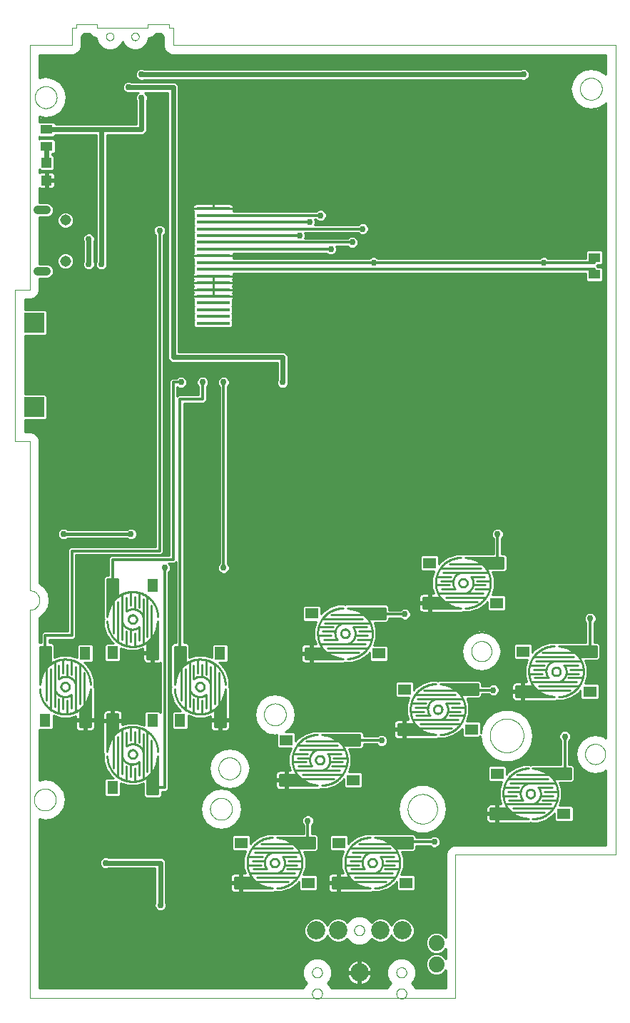
<source format=gtl>
G75*
%MOIN*%
%OFA0B0*%
%FSLAX25Y25*%
%IPPOS*%
%LPD*%
%AMOC8*
5,1,8,0,0,1.08239X$1,22.5*
%
%ADD10C,0.00000*%
%ADD11C,0.00039*%
%ADD12R,0.05512X0.04331*%
%ADD13R,0.15748X0.01575*%
%ADD14R,0.06102X0.05118*%
%ADD15C,0.01000*%
%ADD16R,0.04724X0.04724*%
%ADD17R,0.05118X0.06102*%
%ADD18R,0.09449X0.09449*%
%ADD19C,0.07400*%
%ADD20C,0.04000*%
%ADD21C,0.05150*%
%ADD22C,0.08600*%
%ADD23C,0.02978*%
%ADD24C,0.01200*%
%ADD25C,0.02400*%
%ADD26C,0.01600*%
D10*
X0029320Y0017142D02*
X0029320Y0198244D01*
X0029453Y0198246D01*
X0029586Y0198252D01*
X0029718Y0198262D01*
X0029851Y0198275D01*
X0029982Y0198293D01*
X0030114Y0198314D01*
X0030244Y0198339D01*
X0030374Y0198368D01*
X0030503Y0198401D01*
X0030630Y0198438D01*
X0030757Y0198478D01*
X0030883Y0198522D01*
X0031007Y0198570D01*
X0031129Y0198621D01*
X0031250Y0198676D01*
X0031370Y0198735D01*
X0031487Y0198796D01*
X0031603Y0198862D01*
X0031717Y0198930D01*
X0031829Y0199002D01*
X0031938Y0199078D01*
X0032046Y0199156D01*
X0032151Y0199238D01*
X0032253Y0199322D01*
X0032353Y0199410D01*
X0032451Y0199500D01*
X0032545Y0199594D01*
X0032637Y0199690D01*
X0032726Y0199789D01*
X0032812Y0199890D01*
X0032895Y0199994D01*
X0032975Y0200100D01*
X0033052Y0200208D01*
X0033126Y0200319D01*
X0033196Y0200432D01*
X0033263Y0200546D01*
X0033327Y0200663D01*
X0033387Y0200782D01*
X0033444Y0200902D01*
X0033497Y0201024D01*
X0033546Y0201147D01*
X0033592Y0201272D01*
X0033635Y0201398D01*
X0033673Y0201525D01*
X0033708Y0201654D01*
X0033739Y0201783D01*
X0033766Y0201913D01*
X0033789Y0202044D01*
X0033809Y0202175D01*
X0033824Y0202308D01*
X0033836Y0202440D01*
X0033844Y0202573D01*
X0033848Y0202706D01*
X0033848Y0202838D01*
X0033844Y0202971D01*
X0033836Y0203104D01*
X0033824Y0203236D01*
X0033809Y0203369D01*
X0033789Y0203500D01*
X0033766Y0203631D01*
X0033739Y0203761D01*
X0033708Y0203890D01*
X0033673Y0204019D01*
X0033635Y0204146D01*
X0033592Y0204272D01*
X0033546Y0204397D01*
X0033497Y0204520D01*
X0033444Y0204642D01*
X0033387Y0204762D01*
X0033327Y0204881D01*
X0033263Y0204998D01*
X0033196Y0205112D01*
X0033126Y0205225D01*
X0033052Y0205336D01*
X0032975Y0205444D01*
X0032895Y0205550D01*
X0032812Y0205654D01*
X0032726Y0205755D01*
X0032637Y0205854D01*
X0032545Y0205950D01*
X0032451Y0206044D01*
X0032353Y0206134D01*
X0032253Y0206222D01*
X0032151Y0206306D01*
X0032046Y0206388D01*
X0031938Y0206466D01*
X0031829Y0206542D01*
X0031717Y0206614D01*
X0031603Y0206682D01*
X0031487Y0206748D01*
X0031370Y0206809D01*
X0031250Y0206868D01*
X0031129Y0206923D01*
X0031007Y0206974D01*
X0030883Y0207022D01*
X0030757Y0207066D01*
X0030630Y0207106D01*
X0030503Y0207143D01*
X0030374Y0207176D01*
X0030244Y0207205D01*
X0030114Y0207230D01*
X0029982Y0207251D01*
X0029851Y0207269D01*
X0029718Y0207282D01*
X0029586Y0207292D01*
X0029453Y0207298D01*
X0029320Y0207300D01*
X0029320Y0207299D02*
X0029320Y0276984D01*
X0022430Y0276984D01*
X0022430Y0347850D01*
X0029320Y0347850D01*
X0029320Y0462024D01*
X0049005Y0462024D01*
X0049005Y0469898D01*
X0050974Y0469898D01*
X0050974Y0471866D01*
X0060816Y0471866D01*
X0060816Y0469898D01*
X0084438Y0469898D01*
X0084438Y0471866D01*
X0094281Y0471866D01*
X0094281Y0469898D01*
X0096249Y0469898D01*
X0096249Y0462024D01*
X0302942Y0462024D01*
X0302942Y0083874D01*
X0228139Y0083874D01*
X0228139Y0017142D01*
X0029320Y0017142D01*
X0075383Y0130921D02*
X0075385Y0131009D01*
X0075391Y0131097D01*
X0075401Y0131185D01*
X0075415Y0131273D01*
X0075432Y0131359D01*
X0075454Y0131445D01*
X0075479Y0131529D01*
X0075509Y0131613D01*
X0075541Y0131695D01*
X0075578Y0131775D01*
X0075618Y0131854D01*
X0075662Y0131931D01*
X0075709Y0132006D01*
X0075759Y0132078D01*
X0075813Y0132149D01*
X0075869Y0132216D01*
X0075929Y0132282D01*
X0075991Y0132344D01*
X0076057Y0132404D01*
X0076124Y0132460D01*
X0076195Y0132514D01*
X0076267Y0132564D01*
X0076342Y0132611D01*
X0076419Y0132655D01*
X0076498Y0132695D01*
X0076578Y0132732D01*
X0076660Y0132764D01*
X0076744Y0132794D01*
X0076828Y0132819D01*
X0076914Y0132841D01*
X0077000Y0132858D01*
X0077088Y0132872D01*
X0077176Y0132882D01*
X0077264Y0132888D01*
X0077352Y0132890D01*
X0077440Y0132888D01*
X0077528Y0132882D01*
X0077616Y0132872D01*
X0077704Y0132858D01*
X0077790Y0132841D01*
X0077876Y0132819D01*
X0077960Y0132794D01*
X0078044Y0132764D01*
X0078126Y0132732D01*
X0078206Y0132695D01*
X0078285Y0132655D01*
X0078362Y0132611D01*
X0078437Y0132564D01*
X0078509Y0132514D01*
X0078580Y0132460D01*
X0078647Y0132404D01*
X0078713Y0132344D01*
X0078775Y0132282D01*
X0078835Y0132216D01*
X0078891Y0132149D01*
X0078945Y0132078D01*
X0078995Y0132006D01*
X0079042Y0131931D01*
X0079086Y0131854D01*
X0079126Y0131775D01*
X0079163Y0131695D01*
X0079195Y0131613D01*
X0079225Y0131529D01*
X0079250Y0131445D01*
X0079272Y0131359D01*
X0079289Y0131273D01*
X0079303Y0131185D01*
X0079313Y0131097D01*
X0079319Y0131009D01*
X0079321Y0130921D01*
X0079319Y0130833D01*
X0079313Y0130745D01*
X0079303Y0130657D01*
X0079289Y0130569D01*
X0079272Y0130483D01*
X0079250Y0130397D01*
X0079225Y0130313D01*
X0079195Y0130229D01*
X0079163Y0130147D01*
X0079126Y0130067D01*
X0079086Y0129988D01*
X0079042Y0129911D01*
X0078995Y0129836D01*
X0078945Y0129764D01*
X0078891Y0129693D01*
X0078835Y0129626D01*
X0078775Y0129560D01*
X0078713Y0129498D01*
X0078647Y0129438D01*
X0078580Y0129382D01*
X0078509Y0129328D01*
X0078437Y0129278D01*
X0078362Y0129231D01*
X0078285Y0129187D01*
X0078206Y0129147D01*
X0078126Y0129110D01*
X0078044Y0129078D01*
X0077960Y0129048D01*
X0077876Y0129023D01*
X0077790Y0129001D01*
X0077704Y0128984D01*
X0077616Y0128970D01*
X0077528Y0128960D01*
X0077440Y0128954D01*
X0077352Y0128952D01*
X0077264Y0128954D01*
X0077176Y0128960D01*
X0077088Y0128970D01*
X0077000Y0128984D01*
X0076914Y0129001D01*
X0076828Y0129023D01*
X0076744Y0129048D01*
X0076660Y0129078D01*
X0076578Y0129110D01*
X0076498Y0129147D01*
X0076419Y0129187D01*
X0076342Y0129231D01*
X0076267Y0129278D01*
X0076195Y0129328D01*
X0076124Y0129382D01*
X0076057Y0129438D01*
X0075991Y0129498D01*
X0075929Y0129560D01*
X0075869Y0129626D01*
X0075813Y0129693D01*
X0075759Y0129764D01*
X0075709Y0129836D01*
X0075662Y0129911D01*
X0075618Y0129988D01*
X0075578Y0130067D01*
X0075541Y0130147D01*
X0075509Y0130229D01*
X0075479Y0130313D01*
X0075454Y0130397D01*
X0075432Y0130483D01*
X0075415Y0130569D01*
X0075401Y0130657D01*
X0075391Y0130745D01*
X0075385Y0130833D01*
X0075383Y0130921D01*
X0043887Y0162417D02*
X0043889Y0162505D01*
X0043895Y0162593D01*
X0043905Y0162681D01*
X0043919Y0162769D01*
X0043936Y0162855D01*
X0043958Y0162941D01*
X0043983Y0163025D01*
X0044013Y0163109D01*
X0044045Y0163191D01*
X0044082Y0163271D01*
X0044122Y0163350D01*
X0044166Y0163427D01*
X0044213Y0163502D01*
X0044263Y0163574D01*
X0044317Y0163645D01*
X0044373Y0163712D01*
X0044433Y0163778D01*
X0044495Y0163840D01*
X0044561Y0163900D01*
X0044628Y0163956D01*
X0044699Y0164010D01*
X0044771Y0164060D01*
X0044846Y0164107D01*
X0044923Y0164151D01*
X0045002Y0164191D01*
X0045082Y0164228D01*
X0045164Y0164260D01*
X0045248Y0164290D01*
X0045332Y0164315D01*
X0045418Y0164337D01*
X0045504Y0164354D01*
X0045592Y0164368D01*
X0045680Y0164378D01*
X0045768Y0164384D01*
X0045856Y0164386D01*
X0045944Y0164384D01*
X0046032Y0164378D01*
X0046120Y0164368D01*
X0046208Y0164354D01*
X0046294Y0164337D01*
X0046380Y0164315D01*
X0046464Y0164290D01*
X0046548Y0164260D01*
X0046630Y0164228D01*
X0046710Y0164191D01*
X0046789Y0164151D01*
X0046866Y0164107D01*
X0046941Y0164060D01*
X0047013Y0164010D01*
X0047084Y0163956D01*
X0047151Y0163900D01*
X0047217Y0163840D01*
X0047279Y0163778D01*
X0047339Y0163712D01*
X0047395Y0163645D01*
X0047449Y0163574D01*
X0047499Y0163502D01*
X0047546Y0163427D01*
X0047590Y0163350D01*
X0047630Y0163271D01*
X0047667Y0163191D01*
X0047699Y0163109D01*
X0047729Y0163025D01*
X0047754Y0162941D01*
X0047776Y0162855D01*
X0047793Y0162769D01*
X0047807Y0162681D01*
X0047817Y0162593D01*
X0047823Y0162505D01*
X0047825Y0162417D01*
X0047823Y0162329D01*
X0047817Y0162241D01*
X0047807Y0162153D01*
X0047793Y0162065D01*
X0047776Y0161979D01*
X0047754Y0161893D01*
X0047729Y0161809D01*
X0047699Y0161725D01*
X0047667Y0161643D01*
X0047630Y0161563D01*
X0047590Y0161484D01*
X0047546Y0161407D01*
X0047499Y0161332D01*
X0047449Y0161260D01*
X0047395Y0161189D01*
X0047339Y0161122D01*
X0047279Y0161056D01*
X0047217Y0160994D01*
X0047151Y0160934D01*
X0047084Y0160878D01*
X0047013Y0160824D01*
X0046941Y0160774D01*
X0046866Y0160727D01*
X0046789Y0160683D01*
X0046710Y0160643D01*
X0046630Y0160606D01*
X0046548Y0160574D01*
X0046464Y0160544D01*
X0046380Y0160519D01*
X0046294Y0160497D01*
X0046208Y0160480D01*
X0046120Y0160466D01*
X0046032Y0160456D01*
X0045944Y0160450D01*
X0045856Y0160448D01*
X0045768Y0160450D01*
X0045680Y0160456D01*
X0045592Y0160466D01*
X0045504Y0160480D01*
X0045418Y0160497D01*
X0045332Y0160519D01*
X0045248Y0160544D01*
X0045164Y0160574D01*
X0045082Y0160606D01*
X0045002Y0160643D01*
X0044923Y0160683D01*
X0044846Y0160727D01*
X0044771Y0160774D01*
X0044699Y0160824D01*
X0044628Y0160878D01*
X0044561Y0160934D01*
X0044495Y0160994D01*
X0044433Y0161056D01*
X0044373Y0161122D01*
X0044317Y0161189D01*
X0044263Y0161260D01*
X0044213Y0161332D01*
X0044166Y0161407D01*
X0044122Y0161484D01*
X0044082Y0161563D01*
X0044045Y0161643D01*
X0044013Y0161725D01*
X0043983Y0161809D01*
X0043958Y0161893D01*
X0043936Y0161979D01*
X0043919Y0162065D01*
X0043905Y0162153D01*
X0043895Y0162241D01*
X0043889Y0162329D01*
X0043887Y0162417D01*
X0075383Y0193913D02*
X0075385Y0194001D01*
X0075391Y0194089D01*
X0075401Y0194177D01*
X0075415Y0194265D01*
X0075432Y0194351D01*
X0075454Y0194437D01*
X0075479Y0194521D01*
X0075509Y0194605D01*
X0075541Y0194687D01*
X0075578Y0194767D01*
X0075618Y0194846D01*
X0075662Y0194923D01*
X0075709Y0194998D01*
X0075759Y0195070D01*
X0075813Y0195141D01*
X0075869Y0195208D01*
X0075929Y0195274D01*
X0075991Y0195336D01*
X0076057Y0195396D01*
X0076124Y0195452D01*
X0076195Y0195506D01*
X0076267Y0195556D01*
X0076342Y0195603D01*
X0076419Y0195647D01*
X0076498Y0195687D01*
X0076578Y0195724D01*
X0076660Y0195756D01*
X0076744Y0195786D01*
X0076828Y0195811D01*
X0076914Y0195833D01*
X0077000Y0195850D01*
X0077088Y0195864D01*
X0077176Y0195874D01*
X0077264Y0195880D01*
X0077352Y0195882D01*
X0077440Y0195880D01*
X0077528Y0195874D01*
X0077616Y0195864D01*
X0077704Y0195850D01*
X0077790Y0195833D01*
X0077876Y0195811D01*
X0077960Y0195786D01*
X0078044Y0195756D01*
X0078126Y0195724D01*
X0078206Y0195687D01*
X0078285Y0195647D01*
X0078362Y0195603D01*
X0078437Y0195556D01*
X0078509Y0195506D01*
X0078580Y0195452D01*
X0078647Y0195396D01*
X0078713Y0195336D01*
X0078775Y0195274D01*
X0078835Y0195208D01*
X0078891Y0195141D01*
X0078945Y0195070D01*
X0078995Y0194998D01*
X0079042Y0194923D01*
X0079086Y0194846D01*
X0079126Y0194767D01*
X0079163Y0194687D01*
X0079195Y0194605D01*
X0079225Y0194521D01*
X0079250Y0194437D01*
X0079272Y0194351D01*
X0079289Y0194265D01*
X0079303Y0194177D01*
X0079313Y0194089D01*
X0079319Y0194001D01*
X0079321Y0193913D01*
X0079319Y0193825D01*
X0079313Y0193737D01*
X0079303Y0193649D01*
X0079289Y0193561D01*
X0079272Y0193475D01*
X0079250Y0193389D01*
X0079225Y0193305D01*
X0079195Y0193221D01*
X0079163Y0193139D01*
X0079126Y0193059D01*
X0079086Y0192980D01*
X0079042Y0192903D01*
X0078995Y0192828D01*
X0078945Y0192756D01*
X0078891Y0192685D01*
X0078835Y0192618D01*
X0078775Y0192552D01*
X0078713Y0192490D01*
X0078647Y0192430D01*
X0078580Y0192374D01*
X0078509Y0192320D01*
X0078437Y0192270D01*
X0078362Y0192223D01*
X0078285Y0192179D01*
X0078206Y0192139D01*
X0078126Y0192102D01*
X0078044Y0192070D01*
X0077960Y0192040D01*
X0077876Y0192015D01*
X0077790Y0191993D01*
X0077704Y0191976D01*
X0077616Y0191962D01*
X0077528Y0191952D01*
X0077440Y0191946D01*
X0077352Y0191944D01*
X0077264Y0191946D01*
X0077176Y0191952D01*
X0077088Y0191962D01*
X0077000Y0191976D01*
X0076914Y0191993D01*
X0076828Y0192015D01*
X0076744Y0192040D01*
X0076660Y0192070D01*
X0076578Y0192102D01*
X0076498Y0192139D01*
X0076419Y0192179D01*
X0076342Y0192223D01*
X0076267Y0192270D01*
X0076195Y0192320D01*
X0076124Y0192374D01*
X0076057Y0192430D01*
X0075991Y0192490D01*
X0075929Y0192552D01*
X0075869Y0192618D01*
X0075813Y0192685D01*
X0075759Y0192756D01*
X0075709Y0192828D01*
X0075662Y0192903D01*
X0075618Y0192980D01*
X0075578Y0193059D01*
X0075541Y0193139D01*
X0075509Y0193221D01*
X0075479Y0193305D01*
X0075454Y0193389D01*
X0075432Y0193475D01*
X0075415Y0193561D01*
X0075401Y0193649D01*
X0075391Y0193737D01*
X0075385Y0193825D01*
X0075383Y0193913D01*
X0106879Y0162417D02*
X0106881Y0162505D01*
X0106887Y0162593D01*
X0106897Y0162681D01*
X0106911Y0162769D01*
X0106928Y0162855D01*
X0106950Y0162941D01*
X0106975Y0163025D01*
X0107005Y0163109D01*
X0107037Y0163191D01*
X0107074Y0163271D01*
X0107114Y0163350D01*
X0107158Y0163427D01*
X0107205Y0163502D01*
X0107255Y0163574D01*
X0107309Y0163645D01*
X0107365Y0163712D01*
X0107425Y0163778D01*
X0107487Y0163840D01*
X0107553Y0163900D01*
X0107620Y0163956D01*
X0107691Y0164010D01*
X0107763Y0164060D01*
X0107838Y0164107D01*
X0107915Y0164151D01*
X0107994Y0164191D01*
X0108074Y0164228D01*
X0108156Y0164260D01*
X0108240Y0164290D01*
X0108324Y0164315D01*
X0108410Y0164337D01*
X0108496Y0164354D01*
X0108584Y0164368D01*
X0108672Y0164378D01*
X0108760Y0164384D01*
X0108848Y0164386D01*
X0108936Y0164384D01*
X0109024Y0164378D01*
X0109112Y0164368D01*
X0109200Y0164354D01*
X0109286Y0164337D01*
X0109372Y0164315D01*
X0109456Y0164290D01*
X0109540Y0164260D01*
X0109622Y0164228D01*
X0109702Y0164191D01*
X0109781Y0164151D01*
X0109858Y0164107D01*
X0109933Y0164060D01*
X0110005Y0164010D01*
X0110076Y0163956D01*
X0110143Y0163900D01*
X0110209Y0163840D01*
X0110271Y0163778D01*
X0110331Y0163712D01*
X0110387Y0163645D01*
X0110441Y0163574D01*
X0110491Y0163502D01*
X0110538Y0163427D01*
X0110582Y0163350D01*
X0110622Y0163271D01*
X0110659Y0163191D01*
X0110691Y0163109D01*
X0110721Y0163025D01*
X0110746Y0162941D01*
X0110768Y0162855D01*
X0110785Y0162769D01*
X0110799Y0162681D01*
X0110809Y0162593D01*
X0110815Y0162505D01*
X0110817Y0162417D01*
X0110815Y0162329D01*
X0110809Y0162241D01*
X0110799Y0162153D01*
X0110785Y0162065D01*
X0110768Y0161979D01*
X0110746Y0161893D01*
X0110721Y0161809D01*
X0110691Y0161725D01*
X0110659Y0161643D01*
X0110622Y0161563D01*
X0110582Y0161484D01*
X0110538Y0161407D01*
X0110491Y0161332D01*
X0110441Y0161260D01*
X0110387Y0161189D01*
X0110331Y0161122D01*
X0110271Y0161056D01*
X0110209Y0160994D01*
X0110143Y0160934D01*
X0110076Y0160878D01*
X0110005Y0160824D01*
X0109933Y0160774D01*
X0109858Y0160727D01*
X0109781Y0160683D01*
X0109702Y0160643D01*
X0109622Y0160606D01*
X0109540Y0160574D01*
X0109456Y0160544D01*
X0109372Y0160519D01*
X0109286Y0160497D01*
X0109200Y0160480D01*
X0109112Y0160466D01*
X0109024Y0160456D01*
X0108936Y0160450D01*
X0108848Y0160448D01*
X0108760Y0160450D01*
X0108672Y0160456D01*
X0108584Y0160466D01*
X0108496Y0160480D01*
X0108410Y0160497D01*
X0108324Y0160519D01*
X0108240Y0160544D01*
X0108156Y0160574D01*
X0108074Y0160606D01*
X0107994Y0160643D01*
X0107915Y0160683D01*
X0107838Y0160727D01*
X0107763Y0160774D01*
X0107691Y0160824D01*
X0107620Y0160878D01*
X0107553Y0160934D01*
X0107487Y0160994D01*
X0107425Y0161056D01*
X0107365Y0161122D01*
X0107309Y0161189D01*
X0107255Y0161260D01*
X0107205Y0161332D01*
X0107158Y0161407D01*
X0107114Y0161484D01*
X0107074Y0161563D01*
X0107037Y0161643D01*
X0107005Y0161725D01*
X0106975Y0161809D01*
X0106950Y0161893D01*
X0106928Y0161979D01*
X0106911Y0162065D01*
X0106897Y0162153D01*
X0106887Y0162241D01*
X0106881Y0162329D01*
X0106879Y0162417D01*
X0141741Y0080173D02*
X0141743Y0080261D01*
X0141749Y0080349D01*
X0141759Y0080437D01*
X0141773Y0080525D01*
X0141790Y0080611D01*
X0141812Y0080697D01*
X0141837Y0080781D01*
X0141867Y0080865D01*
X0141899Y0080947D01*
X0141936Y0081027D01*
X0141976Y0081106D01*
X0142020Y0081183D01*
X0142067Y0081258D01*
X0142117Y0081330D01*
X0142171Y0081401D01*
X0142227Y0081468D01*
X0142287Y0081534D01*
X0142349Y0081596D01*
X0142415Y0081656D01*
X0142482Y0081712D01*
X0142553Y0081766D01*
X0142625Y0081816D01*
X0142700Y0081863D01*
X0142777Y0081907D01*
X0142856Y0081947D01*
X0142936Y0081984D01*
X0143018Y0082016D01*
X0143102Y0082046D01*
X0143186Y0082071D01*
X0143272Y0082093D01*
X0143358Y0082110D01*
X0143446Y0082124D01*
X0143534Y0082134D01*
X0143622Y0082140D01*
X0143710Y0082142D01*
X0143798Y0082140D01*
X0143886Y0082134D01*
X0143974Y0082124D01*
X0144062Y0082110D01*
X0144148Y0082093D01*
X0144234Y0082071D01*
X0144318Y0082046D01*
X0144402Y0082016D01*
X0144484Y0081984D01*
X0144564Y0081947D01*
X0144643Y0081907D01*
X0144720Y0081863D01*
X0144795Y0081816D01*
X0144867Y0081766D01*
X0144938Y0081712D01*
X0145005Y0081656D01*
X0145071Y0081596D01*
X0145133Y0081534D01*
X0145193Y0081468D01*
X0145249Y0081401D01*
X0145303Y0081330D01*
X0145353Y0081258D01*
X0145400Y0081183D01*
X0145444Y0081106D01*
X0145484Y0081027D01*
X0145521Y0080947D01*
X0145553Y0080865D01*
X0145583Y0080781D01*
X0145608Y0080697D01*
X0145630Y0080611D01*
X0145647Y0080525D01*
X0145661Y0080437D01*
X0145671Y0080349D01*
X0145677Y0080261D01*
X0145679Y0080173D01*
X0145677Y0080085D01*
X0145671Y0079997D01*
X0145661Y0079909D01*
X0145647Y0079821D01*
X0145630Y0079735D01*
X0145608Y0079649D01*
X0145583Y0079565D01*
X0145553Y0079481D01*
X0145521Y0079399D01*
X0145484Y0079319D01*
X0145444Y0079240D01*
X0145400Y0079163D01*
X0145353Y0079088D01*
X0145303Y0079016D01*
X0145249Y0078945D01*
X0145193Y0078878D01*
X0145133Y0078812D01*
X0145071Y0078750D01*
X0145005Y0078690D01*
X0144938Y0078634D01*
X0144867Y0078580D01*
X0144795Y0078530D01*
X0144720Y0078483D01*
X0144643Y0078439D01*
X0144564Y0078399D01*
X0144484Y0078362D01*
X0144402Y0078330D01*
X0144318Y0078300D01*
X0144234Y0078275D01*
X0144148Y0078253D01*
X0144062Y0078236D01*
X0143974Y0078222D01*
X0143886Y0078212D01*
X0143798Y0078206D01*
X0143710Y0078204D01*
X0143622Y0078206D01*
X0143534Y0078212D01*
X0143446Y0078222D01*
X0143358Y0078236D01*
X0143272Y0078253D01*
X0143186Y0078275D01*
X0143102Y0078300D01*
X0143018Y0078330D01*
X0142936Y0078362D01*
X0142856Y0078399D01*
X0142777Y0078439D01*
X0142700Y0078483D01*
X0142625Y0078530D01*
X0142553Y0078580D01*
X0142482Y0078634D01*
X0142415Y0078690D01*
X0142349Y0078750D01*
X0142287Y0078812D01*
X0142227Y0078878D01*
X0142171Y0078945D01*
X0142117Y0079016D01*
X0142067Y0079088D01*
X0142020Y0079163D01*
X0141976Y0079240D01*
X0141936Y0079319D01*
X0141899Y0079399D01*
X0141867Y0079481D01*
X0141837Y0079565D01*
X0141812Y0079649D01*
X0141790Y0079735D01*
X0141773Y0079821D01*
X0141759Y0079909D01*
X0141749Y0079997D01*
X0141743Y0080085D01*
X0141741Y0080173D01*
X0162863Y0128205D02*
X0162865Y0128293D01*
X0162871Y0128381D01*
X0162881Y0128469D01*
X0162895Y0128557D01*
X0162912Y0128643D01*
X0162934Y0128729D01*
X0162959Y0128813D01*
X0162989Y0128897D01*
X0163021Y0128979D01*
X0163058Y0129059D01*
X0163098Y0129138D01*
X0163142Y0129215D01*
X0163189Y0129290D01*
X0163239Y0129362D01*
X0163293Y0129433D01*
X0163349Y0129500D01*
X0163409Y0129566D01*
X0163471Y0129628D01*
X0163537Y0129688D01*
X0163604Y0129744D01*
X0163675Y0129798D01*
X0163747Y0129848D01*
X0163822Y0129895D01*
X0163899Y0129939D01*
X0163978Y0129979D01*
X0164058Y0130016D01*
X0164140Y0130048D01*
X0164224Y0130078D01*
X0164308Y0130103D01*
X0164394Y0130125D01*
X0164480Y0130142D01*
X0164568Y0130156D01*
X0164656Y0130166D01*
X0164744Y0130172D01*
X0164832Y0130174D01*
X0164920Y0130172D01*
X0165008Y0130166D01*
X0165096Y0130156D01*
X0165184Y0130142D01*
X0165270Y0130125D01*
X0165356Y0130103D01*
X0165440Y0130078D01*
X0165524Y0130048D01*
X0165606Y0130016D01*
X0165686Y0129979D01*
X0165765Y0129939D01*
X0165842Y0129895D01*
X0165917Y0129848D01*
X0165989Y0129798D01*
X0166060Y0129744D01*
X0166127Y0129688D01*
X0166193Y0129628D01*
X0166255Y0129566D01*
X0166315Y0129500D01*
X0166371Y0129433D01*
X0166425Y0129362D01*
X0166475Y0129290D01*
X0166522Y0129215D01*
X0166566Y0129138D01*
X0166606Y0129059D01*
X0166643Y0128979D01*
X0166675Y0128897D01*
X0166705Y0128813D01*
X0166730Y0128729D01*
X0166752Y0128643D01*
X0166769Y0128557D01*
X0166783Y0128469D01*
X0166793Y0128381D01*
X0166799Y0128293D01*
X0166801Y0128205D01*
X0166799Y0128117D01*
X0166793Y0128029D01*
X0166783Y0127941D01*
X0166769Y0127853D01*
X0166752Y0127767D01*
X0166730Y0127681D01*
X0166705Y0127597D01*
X0166675Y0127513D01*
X0166643Y0127431D01*
X0166606Y0127351D01*
X0166566Y0127272D01*
X0166522Y0127195D01*
X0166475Y0127120D01*
X0166425Y0127048D01*
X0166371Y0126977D01*
X0166315Y0126910D01*
X0166255Y0126844D01*
X0166193Y0126782D01*
X0166127Y0126722D01*
X0166060Y0126666D01*
X0165989Y0126612D01*
X0165917Y0126562D01*
X0165842Y0126515D01*
X0165765Y0126471D01*
X0165686Y0126431D01*
X0165606Y0126394D01*
X0165524Y0126362D01*
X0165440Y0126332D01*
X0165356Y0126307D01*
X0165270Y0126285D01*
X0165184Y0126268D01*
X0165096Y0126254D01*
X0165008Y0126244D01*
X0164920Y0126238D01*
X0164832Y0126236D01*
X0164744Y0126238D01*
X0164656Y0126244D01*
X0164568Y0126254D01*
X0164480Y0126268D01*
X0164394Y0126285D01*
X0164308Y0126307D01*
X0164224Y0126332D01*
X0164140Y0126362D01*
X0164058Y0126394D01*
X0163978Y0126431D01*
X0163899Y0126471D01*
X0163822Y0126515D01*
X0163747Y0126562D01*
X0163675Y0126612D01*
X0163604Y0126666D01*
X0163537Y0126722D01*
X0163471Y0126782D01*
X0163409Y0126844D01*
X0163349Y0126910D01*
X0163293Y0126977D01*
X0163239Y0127048D01*
X0163189Y0127120D01*
X0163142Y0127195D01*
X0163098Y0127272D01*
X0163058Y0127351D01*
X0163021Y0127431D01*
X0162989Y0127513D01*
X0162959Y0127597D01*
X0162934Y0127681D01*
X0162912Y0127767D01*
X0162895Y0127853D01*
X0162881Y0127941D01*
X0162871Y0128029D01*
X0162865Y0128117D01*
X0162863Y0128205D01*
X0187410Y0080173D02*
X0187412Y0080261D01*
X0187418Y0080349D01*
X0187428Y0080437D01*
X0187442Y0080525D01*
X0187459Y0080611D01*
X0187481Y0080697D01*
X0187506Y0080781D01*
X0187536Y0080865D01*
X0187568Y0080947D01*
X0187605Y0081027D01*
X0187645Y0081106D01*
X0187689Y0081183D01*
X0187736Y0081258D01*
X0187786Y0081330D01*
X0187840Y0081401D01*
X0187896Y0081468D01*
X0187956Y0081534D01*
X0188018Y0081596D01*
X0188084Y0081656D01*
X0188151Y0081712D01*
X0188222Y0081766D01*
X0188294Y0081816D01*
X0188369Y0081863D01*
X0188446Y0081907D01*
X0188525Y0081947D01*
X0188605Y0081984D01*
X0188687Y0082016D01*
X0188771Y0082046D01*
X0188855Y0082071D01*
X0188941Y0082093D01*
X0189027Y0082110D01*
X0189115Y0082124D01*
X0189203Y0082134D01*
X0189291Y0082140D01*
X0189379Y0082142D01*
X0189467Y0082140D01*
X0189555Y0082134D01*
X0189643Y0082124D01*
X0189731Y0082110D01*
X0189817Y0082093D01*
X0189903Y0082071D01*
X0189987Y0082046D01*
X0190071Y0082016D01*
X0190153Y0081984D01*
X0190233Y0081947D01*
X0190312Y0081907D01*
X0190389Y0081863D01*
X0190464Y0081816D01*
X0190536Y0081766D01*
X0190607Y0081712D01*
X0190674Y0081656D01*
X0190740Y0081596D01*
X0190802Y0081534D01*
X0190862Y0081468D01*
X0190918Y0081401D01*
X0190972Y0081330D01*
X0191022Y0081258D01*
X0191069Y0081183D01*
X0191113Y0081106D01*
X0191153Y0081027D01*
X0191190Y0080947D01*
X0191222Y0080865D01*
X0191252Y0080781D01*
X0191277Y0080697D01*
X0191299Y0080611D01*
X0191316Y0080525D01*
X0191330Y0080437D01*
X0191340Y0080349D01*
X0191346Y0080261D01*
X0191348Y0080173D01*
X0191346Y0080085D01*
X0191340Y0079997D01*
X0191330Y0079909D01*
X0191316Y0079821D01*
X0191299Y0079735D01*
X0191277Y0079649D01*
X0191252Y0079565D01*
X0191222Y0079481D01*
X0191190Y0079399D01*
X0191153Y0079319D01*
X0191113Y0079240D01*
X0191069Y0079163D01*
X0191022Y0079088D01*
X0190972Y0079016D01*
X0190918Y0078945D01*
X0190862Y0078878D01*
X0190802Y0078812D01*
X0190740Y0078750D01*
X0190674Y0078690D01*
X0190607Y0078634D01*
X0190536Y0078580D01*
X0190464Y0078530D01*
X0190389Y0078483D01*
X0190312Y0078439D01*
X0190233Y0078399D01*
X0190153Y0078362D01*
X0190071Y0078330D01*
X0189987Y0078300D01*
X0189903Y0078275D01*
X0189817Y0078253D01*
X0189731Y0078236D01*
X0189643Y0078222D01*
X0189555Y0078212D01*
X0189467Y0078206D01*
X0189379Y0078204D01*
X0189291Y0078206D01*
X0189203Y0078212D01*
X0189115Y0078222D01*
X0189027Y0078236D01*
X0188941Y0078253D01*
X0188855Y0078275D01*
X0188771Y0078300D01*
X0188687Y0078330D01*
X0188605Y0078362D01*
X0188525Y0078399D01*
X0188446Y0078439D01*
X0188369Y0078483D01*
X0188294Y0078530D01*
X0188222Y0078580D01*
X0188151Y0078634D01*
X0188084Y0078690D01*
X0188018Y0078750D01*
X0187956Y0078812D01*
X0187896Y0078878D01*
X0187840Y0078945D01*
X0187786Y0079016D01*
X0187736Y0079088D01*
X0187689Y0079163D01*
X0187645Y0079240D01*
X0187605Y0079319D01*
X0187568Y0079399D01*
X0187536Y0079481D01*
X0187506Y0079565D01*
X0187481Y0079649D01*
X0187459Y0079735D01*
X0187442Y0079821D01*
X0187428Y0079909D01*
X0187418Y0079997D01*
X0187412Y0080085D01*
X0187410Y0080173D01*
X0180895Y0048638D02*
X0180897Y0048735D01*
X0180903Y0048832D01*
X0180913Y0048928D01*
X0180927Y0049024D01*
X0180945Y0049120D01*
X0180966Y0049214D01*
X0180992Y0049308D01*
X0181021Y0049400D01*
X0181055Y0049491D01*
X0181091Y0049581D01*
X0181132Y0049669D01*
X0181176Y0049755D01*
X0181224Y0049840D01*
X0181275Y0049922D01*
X0181329Y0050003D01*
X0181387Y0050081D01*
X0181448Y0050156D01*
X0181511Y0050229D01*
X0181578Y0050300D01*
X0181648Y0050367D01*
X0181720Y0050432D01*
X0181795Y0050493D01*
X0181873Y0050552D01*
X0181952Y0050607D01*
X0182034Y0050659D01*
X0182118Y0050707D01*
X0182204Y0050752D01*
X0182292Y0050794D01*
X0182381Y0050832D01*
X0182472Y0050866D01*
X0182564Y0050896D01*
X0182657Y0050923D01*
X0182752Y0050945D01*
X0182847Y0050964D01*
X0182943Y0050979D01*
X0183039Y0050990D01*
X0183136Y0050997D01*
X0183233Y0051000D01*
X0183330Y0050999D01*
X0183427Y0050994D01*
X0183523Y0050985D01*
X0183619Y0050972D01*
X0183715Y0050955D01*
X0183810Y0050934D01*
X0183903Y0050910D01*
X0183996Y0050881D01*
X0184088Y0050849D01*
X0184178Y0050813D01*
X0184266Y0050774D01*
X0184353Y0050730D01*
X0184438Y0050684D01*
X0184521Y0050633D01*
X0184602Y0050580D01*
X0184680Y0050523D01*
X0184757Y0050463D01*
X0184830Y0050400D01*
X0184901Y0050334D01*
X0184969Y0050265D01*
X0185035Y0050193D01*
X0185097Y0050119D01*
X0185156Y0050042D01*
X0185212Y0049963D01*
X0185265Y0049881D01*
X0185315Y0049798D01*
X0185360Y0049712D01*
X0185403Y0049625D01*
X0185442Y0049536D01*
X0185477Y0049446D01*
X0185508Y0049354D01*
X0185535Y0049261D01*
X0185559Y0049167D01*
X0185579Y0049072D01*
X0185595Y0048976D01*
X0185607Y0048880D01*
X0185615Y0048783D01*
X0185619Y0048686D01*
X0185619Y0048590D01*
X0185615Y0048493D01*
X0185607Y0048396D01*
X0185595Y0048300D01*
X0185579Y0048204D01*
X0185559Y0048109D01*
X0185535Y0048015D01*
X0185508Y0047922D01*
X0185477Y0047830D01*
X0185442Y0047740D01*
X0185403Y0047651D01*
X0185360Y0047564D01*
X0185315Y0047478D01*
X0185265Y0047395D01*
X0185212Y0047313D01*
X0185156Y0047234D01*
X0185097Y0047157D01*
X0185035Y0047083D01*
X0184969Y0047011D01*
X0184901Y0046942D01*
X0184830Y0046876D01*
X0184757Y0046813D01*
X0184680Y0046753D01*
X0184602Y0046696D01*
X0184521Y0046643D01*
X0184438Y0046592D01*
X0184353Y0046546D01*
X0184266Y0046502D01*
X0184178Y0046463D01*
X0184088Y0046427D01*
X0183996Y0046395D01*
X0183903Y0046366D01*
X0183810Y0046342D01*
X0183715Y0046321D01*
X0183619Y0046304D01*
X0183523Y0046291D01*
X0183427Y0046282D01*
X0183330Y0046277D01*
X0183233Y0046276D01*
X0183136Y0046279D01*
X0183039Y0046286D01*
X0182943Y0046297D01*
X0182847Y0046312D01*
X0182752Y0046331D01*
X0182657Y0046353D01*
X0182564Y0046380D01*
X0182472Y0046410D01*
X0182381Y0046444D01*
X0182292Y0046482D01*
X0182204Y0046524D01*
X0182118Y0046569D01*
X0182034Y0046617D01*
X0181952Y0046669D01*
X0181873Y0046724D01*
X0181795Y0046783D01*
X0181720Y0046844D01*
X0181648Y0046909D01*
X0181578Y0046976D01*
X0181511Y0047047D01*
X0181448Y0047120D01*
X0181387Y0047195D01*
X0181329Y0047273D01*
X0181275Y0047354D01*
X0181224Y0047436D01*
X0181176Y0047521D01*
X0181132Y0047607D01*
X0181091Y0047695D01*
X0181055Y0047785D01*
X0181021Y0047876D01*
X0180992Y0047968D01*
X0180966Y0048062D01*
X0180945Y0048156D01*
X0180927Y0048252D01*
X0180913Y0048348D01*
X0180903Y0048444D01*
X0180897Y0048541D01*
X0180895Y0048638D01*
X0161210Y0028953D02*
X0161212Y0029050D01*
X0161218Y0029147D01*
X0161228Y0029243D01*
X0161242Y0029339D01*
X0161260Y0029435D01*
X0161281Y0029529D01*
X0161307Y0029623D01*
X0161336Y0029715D01*
X0161370Y0029806D01*
X0161406Y0029896D01*
X0161447Y0029984D01*
X0161491Y0030070D01*
X0161539Y0030155D01*
X0161590Y0030237D01*
X0161644Y0030318D01*
X0161702Y0030396D01*
X0161763Y0030471D01*
X0161826Y0030544D01*
X0161893Y0030615D01*
X0161963Y0030682D01*
X0162035Y0030747D01*
X0162110Y0030808D01*
X0162188Y0030867D01*
X0162267Y0030922D01*
X0162349Y0030974D01*
X0162433Y0031022D01*
X0162519Y0031067D01*
X0162607Y0031109D01*
X0162696Y0031147D01*
X0162787Y0031181D01*
X0162879Y0031211D01*
X0162972Y0031238D01*
X0163067Y0031260D01*
X0163162Y0031279D01*
X0163258Y0031294D01*
X0163354Y0031305D01*
X0163451Y0031312D01*
X0163548Y0031315D01*
X0163645Y0031314D01*
X0163742Y0031309D01*
X0163838Y0031300D01*
X0163934Y0031287D01*
X0164030Y0031270D01*
X0164125Y0031249D01*
X0164218Y0031225D01*
X0164311Y0031196D01*
X0164403Y0031164D01*
X0164493Y0031128D01*
X0164581Y0031089D01*
X0164668Y0031045D01*
X0164753Y0030999D01*
X0164836Y0030948D01*
X0164917Y0030895D01*
X0164995Y0030838D01*
X0165072Y0030778D01*
X0165145Y0030715D01*
X0165216Y0030649D01*
X0165284Y0030580D01*
X0165350Y0030508D01*
X0165412Y0030434D01*
X0165471Y0030357D01*
X0165527Y0030278D01*
X0165580Y0030196D01*
X0165630Y0030113D01*
X0165675Y0030027D01*
X0165718Y0029940D01*
X0165757Y0029851D01*
X0165792Y0029761D01*
X0165823Y0029669D01*
X0165850Y0029576D01*
X0165874Y0029482D01*
X0165894Y0029387D01*
X0165910Y0029291D01*
X0165922Y0029195D01*
X0165930Y0029098D01*
X0165934Y0029001D01*
X0165934Y0028905D01*
X0165930Y0028808D01*
X0165922Y0028711D01*
X0165910Y0028615D01*
X0165894Y0028519D01*
X0165874Y0028424D01*
X0165850Y0028330D01*
X0165823Y0028237D01*
X0165792Y0028145D01*
X0165757Y0028055D01*
X0165718Y0027966D01*
X0165675Y0027879D01*
X0165630Y0027793D01*
X0165580Y0027710D01*
X0165527Y0027628D01*
X0165471Y0027549D01*
X0165412Y0027472D01*
X0165350Y0027398D01*
X0165284Y0027326D01*
X0165216Y0027257D01*
X0165145Y0027191D01*
X0165072Y0027128D01*
X0164995Y0027068D01*
X0164917Y0027011D01*
X0164836Y0026958D01*
X0164753Y0026907D01*
X0164668Y0026861D01*
X0164581Y0026817D01*
X0164493Y0026778D01*
X0164403Y0026742D01*
X0164311Y0026710D01*
X0164218Y0026681D01*
X0164125Y0026657D01*
X0164030Y0026636D01*
X0163934Y0026619D01*
X0163838Y0026606D01*
X0163742Y0026597D01*
X0163645Y0026592D01*
X0163548Y0026591D01*
X0163451Y0026594D01*
X0163354Y0026601D01*
X0163258Y0026612D01*
X0163162Y0026627D01*
X0163067Y0026646D01*
X0162972Y0026668D01*
X0162879Y0026695D01*
X0162787Y0026725D01*
X0162696Y0026759D01*
X0162607Y0026797D01*
X0162519Y0026839D01*
X0162433Y0026884D01*
X0162349Y0026932D01*
X0162267Y0026984D01*
X0162188Y0027039D01*
X0162110Y0027098D01*
X0162035Y0027159D01*
X0161963Y0027224D01*
X0161893Y0027291D01*
X0161826Y0027362D01*
X0161763Y0027435D01*
X0161702Y0027510D01*
X0161644Y0027588D01*
X0161590Y0027669D01*
X0161539Y0027751D01*
X0161491Y0027836D01*
X0161447Y0027922D01*
X0161406Y0028010D01*
X0161370Y0028100D01*
X0161336Y0028191D01*
X0161307Y0028283D01*
X0161281Y0028377D01*
X0161260Y0028471D01*
X0161242Y0028567D01*
X0161228Y0028663D01*
X0161218Y0028759D01*
X0161212Y0028856D01*
X0161210Y0028953D01*
X0161210Y0019110D02*
X0161212Y0019207D01*
X0161218Y0019304D01*
X0161228Y0019400D01*
X0161242Y0019496D01*
X0161260Y0019592D01*
X0161281Y0019686D01*
X0161307Y0019780D01*
X0161336Y0019872D01*
X0161370Y0019963D01*
X0161406Y0020053D01*
X0161447Y0020141D01*
X0161491Y0020227D01*
X0161539Y0020312D01*
X0161590Y0020394D01*
X0161644Y0020475D01*
X0161702Y0020553D01*
X0161763Y0020628D01*
X0161826Y0020701D01*
X0161893Y0020772D01*
X0161963Y0020839D01*
X0162035Y0020904D01*
X0162110Y0020965D01*
X0162188Y0021024D01*
X0162267Y0021079D01*
X0162349Y0021131D01*
X0162433Y0021179D01*
X0162519Y0021224D01*
X0162607Y0021266D01*
X0162696Y0021304D01*
X0162787Y0021338D01*
X0162879Y0021368D01*
X0162972Y0021395D01*
X0163067Y0021417D01*
X0163162Y0021436D01*
X0163258Y0021451D01*
X0163354Y0021462D01*
X0163451Y0021469D01*
X0163548Y0021472D01*
X0163645Y0021471D01*
X0163742Y0021466D01*
X0163838Y0021457D01*
X0163934Y0021444D01*
X0164030Y0021427D01*
X0164125Y0021406D01*
X0164218Y0021382D01*
X0164311Y0021353D01*
X0164403Y0021321D01*
X0164493Y0021285D01*
X0164581Y0021246D01*
X0164668Y0021202D01*
X0164753Y0021156D01*
X0164836Y0021105D01*
X0164917Y0021052D01*
X0164995Y0020995D01*
X0165072Y0020935D01*
X0165145Y0020872D01*
X0165216Y0020806D01*
X0165284Y0020737D01*
X0165350Y0020665D01*
X0165412Y0020591D01*
X0165471Y0020514D01*
X0165527Y0020435D01*
X0165580Y0020353D01*
X0165630Y0020270D01*
X0165675Y0020184D01*
X0165718Y0020097D01*
X0165757Y0020008D01*
X0165792Y0019918D01*
X0165823Y0019826D01*
X0165850Y0019733D01*
X0165874Y0019639D01*
X0165894Y0019544D01*
X0165910Y0019448D01*
X0165922Y0019352D01*
X0165930Y0019255D01*
X0165934Y0019158D01*
X0165934Y0019062D01*
X0165930Y0018965D01*
X0165922Y0018868D01*
X0165910Y0018772D01*
X0165894Y0018676D01*
X0165874Y0018581D01*
X0165850Y0018487D01*
X0165823Y0018394D01*
X0165792Y0018302D01*
X0165757Y0018212D01*
X0165718Y0018123D01*
X0165675Y0018036D01*
X0165630Y0017950D01*
X0165580Y0017867D01*
X0165527Y0017785D01*
X0165471Y0017706D01*
X0165412Y0017629D01*
X0165350Y0017555D01*
X0165284Y0017483D01*
X0165216Y0017414D01*
X0165145Y0017348D01*
X0165072Y0017285D01*
X0164995Y0017225D01*
X0164917Y0017168D01*
X0164836Y0017115D01*
X0164753Y0017064D01*
X0164668Y0017018D01*
X0164581Y0016974D01*
X0164493Y0016935D01*
X0164403Y0016899D01*
X0164311Y0016867D01*
X0164218Y0016838D01*
X0164125Y0016814D01*
X0164030Y0016793D01*
X0163934Y0016776D01*
X0163838Y0016763D01*
X0163742Y0016754D01*
X0163645Y0016749D01*
X0163548Y0016748D01*
X0163451Y0016751D01*
X0163354Y0016758D01*
X0163258Y0016769D01*
X0163162Y0016784D01*
X0163067Y0016803D01*
X0162972Y0016825D01*
X0162879Y0016852D01*
X0162787Y0016882D01*
X0162696Y0016916D01*
X0162607Y0016954D01*
X0162519Y0016996D01*
X0162433Y0017041D01*
X0162349Y0017089D01*
X0162267Y0017141D01*
X0162188Y0017196D01*
X0162110Y0017255D01*
X0162035Y0017316D01*
X0161963Y0017381D01*
X0161893Y0017448D01*
X0161826Y0017519D01*
X0161763Y0017592D01*
X0161702Y0017667D01*
X0161644Y0017745D01*
X0161590Y0017826D01*
X0161539Y0017908D01*
X0161491Y0017993D01*
X0161447Y0018079D01*
X0161406Y0018167D01*
X0161370Y0018257D01*
X0161336Y0018348D01*
X0161307Y0018440D01*
X0161281Y0018534D01*
X0161260Y0018628D01*
X0161242Y0018724D01*
X0161228Y0018820D01*
X0161218Y0018916D01*
X0161212Y0019013D01*
X0161210Y0019110D01*
X0200580Y0019110D02*
X0200582Y0019207D01*
X0200588Y0019304D01*
X0200598Y0019400D01*
X0200612Y0019496D01*
X0200630Y0019592D01*
X0200651Y0019686D01*
X0200677Y0019780D01*
X0200706Y0019872D01*
X0200740Y0019963D01*
X0200776Y0020053D01*
X0200817Y0020141D01*
X0200861Y0020227D01*
X0200909Y0020312D01*
X0200960Y0020394D01*
X0201014Y0020475D01*
X0201072Y0020553D01*
X0201133Y0020628D01*
X0201196Y0020701D01*
X0201263Y0020772D01*
X0201333Y0020839D01*
X0201405Y0020904D01*
X0201480Y0020965D01*
X0201558Y0021024D01*
X0201637Y0021079D01*
X0201719Y0021131D01*
X0201803Y0021179D01*
X0201889Y0021224D01*
X0201977Y0021266D01*
X0202066Y0021304D01*
X0202157Y0021338D01*
X0202249Y0021368D01*
X0202342Y0021395D01*
X0202437Y0021417D01*
X0202532Y0021436D01*
X0202628Y0021451D01*
X0202724Y0021462D01*
X0202821Y0021469D01*
X0202918Y0021472D01*
X0203015Y0021471D01*
X0203112Y0021466D01*
X0203208Y0021457D01*
X0203304Y0021444D01*
X0203400Y0021427D01*
X0203495Y0021406D01*
X0203588Y0021382D01*
X0203681Y0021353D01*
X0203773Y0021321D01*
X0203863Y0021285D01*
X0203951Y0021246D01*
X0204038Y0021202D01*
X0204123Y0021156D01*
X0204206Y0021105D01*
X0204287Y0021052D01*
X0204365Y0020995D01*
X0204442Y0020935D01*
X0204515Y0020872D01*
X0204586Y0020806D01*
X0204654Y0020737D01*
X0204720Y0020665D01*
X0204782Y0020591D01*
X0204841Y0020514D01*
X0204897Y0020435D01*
X0204950Y0020353D01*
X0205000Y0020270D01*
X0205045Y0020184D01*
X0205088Y0020097D01*
X0205127Y0020008D01*
X0205162Y0019918D01*
X0205193Y0019826D01*
X0205220Y0019733D01*
X0205244Y0019639D01*
X0205264Y0019544D01*
X0205280Y0019448D01*
X0205292Y0019352D01*
X0205300Y0019255D01*
X0205304Y0019158D01*
X0205304Y0019062D01*
X0205300Y0018965D01*
X0205292Y0018868D01*
X0205280Y0018772D01*
X0205264Y0018676D01*
X0205244Y0018581D01*
X0205220Y0018487D01*
X0205193Y0018394D01*
X0205162Y0018302D01*
X0205127Y0018212D01*
X0205088Y0018123D01*
X0205045Y0018036D01*
X0205000Y0017950D01*
X0204950Y0017867D01*
X0204897Y0017785D01*
X0204841Y0017706D01*
X0204782Y0017629D01*
X0204720Y0017555D01*
X0204654Y0017483D01*
X0204586Y0017414D01*
X0204515Y0017348D01*
X0204442Y0017285D01*
X0204365Y0017225D01*
X0204287Y0017168D01*
X0204206Y0017115D01*
X0204123Y0017064D01*
X0204038Y0017018D01*
X0203951Y0016974D01*
X0203863Y0016935D01*
X0203773Y0016899D01*
X0203681Y0016867D01*
X0203588Y0016838D01*
X0203495Y0016814D01*
X0203400Y0016793D01*
X0203304Y0016776D01*
X0203208Y0016763D01*
X0203112Y0016754D01*
X0203015Y0016749D01*
X0202918Y0016748D01*
X0202821Y0016751D01*
X0202724Y0016758D01*
X0202628Y0016769D01*
X0202532Y0016784D01*
X0202437Y0016803D01*
X0202342Y0016825D01*
X0202249Y0016852D01*
X0202157Y0016882D01*
X0202066Y0016916D01*
X0201977Y0016954D01*
X0201889Y0016996D01*
X0201803Y0017041D01*
X0201719Y0017089D01*
X0201637Y0017141D01*
X0201558Y0017196D01*
X0201480Y0017255D01*
X0201405Y0017316D01*
X0201333Y0017381D01*
X0201263Y0017448D01*
X0201196Y0017519D01*
X0201133Y0017592D01*
X0201072Y0017667D01*
X0201014Y0017745D01*
X0200960Y0017826D01*
X0200909Y0017908D01*
X0200861Y0017993D01*
X0200817Y0018079D01*
X0200776Y0018167D01*
X0200740Y0018257D01*
X0200706Y0018348D01*
X0200677Y0018440D01*
X0200651Y0018534D01*
X0200630Y0018628D01*
X0200612Y0018724D01*
X0200598Y0018820D01*
X0200588Y0018916D01*
X0200582Y0019013D01*
X0200580Y0019110D01*
X0200580Y0028953D02*
X0200582Y0029050D01*
X0200588Y0029147D01*
X0200598Y0029243D01*
X0200612Y0029339D01*
X0200630Y0029435D01*
X0200651Y0029529D01*
X0200677Y0029623D01*
X0200706Y0029715D01*
X0200740Y0029806D01*
X0200776Y0029896D01*
X0200817Y0029984D01*
X0200861Y0030070D01*
X0200909Y0030155D01*
X0200960Y0030237D01*
X0201014Y0030318D01*
X0201072Y0030396D01*
X0201133Y0030471D01*
X0201196Y0030544D01*
X0201263Y0030615D01*
X0201333Y0030682D01*
X0201405Y0030747D01*
X0201480Y0030808D01*
X0201558Y0030867D01*
X0201637Y0030922D01*
X0201719Y0030974D01*
X0201803Y0031022D01*
X0201889Y0031067D01*
X0201977Y0031109D01*
X0202066Y0031147D01*
X0202157Y0031181D01*
X0202249Y0031211D01*
X0202342Y0031238D01*
X0202437Y0031260D01*
X0202532Y0031279D01*
X0202628Y0031294D01*
X0202724Y0031305D01*
X0202821Y0031312D01*
X0202918Y0031315D01*
X0203015Y0031314D01*
X0203112Y0031309D01*
X0203208Y0031300D01*
X0203304Y0031287D01*
X0203400Y0031270D01*
X0203495Y0031249D01*
X0203588Y0031225D01*
X0203681Y0031196D01*
X0203773Y0031164D01*
X0203863Y0031128D01*
X0203951Y0031089D01*
X0204038Y0031045D01*
X0204123Y0030999D01*
X0204206Y0030948D01*
X0204287Y0030895D01*
X0204365Y0030838D01*
X0204442Y0030778D01*
X0204515Y0030715D01*
X0204586Y0030649D01*
X0204654Y0030580D01*
X0204720Y0030508D01*
X0204782Y0030434D01*
X0204841Y0030357D01*
X0204897Y0030278D01*
X0204950Y0030196D01*
X0205000Y0030113D01*
X0205045Y0030027D01*
X0205088Y0029940D01*
X0205127Y0029851D01*
X0205162Y0029761D01*
X0205193Y0029669D01*
X0205220Y0029576D01*
X0205244Y0029482D01*
X0205264Y0029387D01*
X0205280Y0029291D01*
X0205292Y0029195D01*
X0205300Y0029098D01*
X0205304Y0029001D01*
X0205304Y0028905D01*
X0205300Y0028808D01*
X0205292Y0028711D01*
X0205280Y0028615D01*
X0205264Y0028519D01*
X0205244Y0028424D01*
X0205220Y0028330D01*
X0205193Y0028237D01*
X0205162Y0028145D01*
X0205127Y0028055D01*
X0205088Y0027966D01*
X0205045Y0027879D01*
X0205000Y0027793D01*
X0204950Y0027710D01*
X0204897Y0027628D01*
X0204841Y0027549D01*
X0204782Y0027472D01*
X0204720Y0027398D01*
X0204654Y0027326D01*
X0204586Y0027257D01*
X0204515Y0027191D01*
X0204442Y0027128D01*
X0204365Y0027068D01*
X0204287Y0027011D01*
X0204206Y0026958D01*
X0204123Y0026907D01*
X0204038Y0026861D01*
X0203951Y0026817D01*
X0203863Y0026778D01*
X0203773Y0026742D01*
X0203681Y0026710D01*
X0203588Y0026681D01*
X0203495Y0026657D01*
X0203400Y0026636D01*
X0203304Y0026619D01*
X0203208Y0026606D01*
X0203112Y0026597D01*
X0203015Y0026592D01*
X0202918Y0026591D01*
X0202821Y0026594D01*
X0202724Y0026601D01*
X0202628Y0026612D01*
X0202532Y0026627D01*
X0202437Y0026646D01*
X0202342Y0026668D01*
X0202249Y0026695D01*
X0202157Y0026725D01*
X0202066Y0026759D01*
X0201977Y0026797D01*
X0201889Y0026839D01*
X0201803Y0026884D01*
X0201719Y0026932D01*
X0201637Y0026984D01*
X0201558Y0027039D01*
X0201480Y0027098D01*
X0201405Y0027159D01*
X0201333Y0027224D01*
X0201263Y0027291D01*
X0201196Y0027362D01*
X0201133Y0027435D01*
X0201072Y0027510D01*
X0201014Y0027588D01*
X0200960Y0027669D01*
X0200909Y0027751D01*
X0200861Y0027836D01*
X0200817Y0027922D01*
X0200776Y0028010D01*
X0200740Y0028100D01*
X0200706Y0028191D01*
X0200677Y0028283D01*
X0200651Y0028377D01*
X0200630Y0028471D01*
X0200612Y0028567D01*
X0200598Y0028663D01*
X0200588Y0028759D01*
X0200582Y0028856D01*
X0200580Y0028953D01*
X0261288Y0112457D02*
X0261290Y0112545D01*
X0261296Y0112633D01*
X0261306Y0112721D01*
X0261320Y0112809D01*
X0261337Y0112895D01*
X0261359Y0112981D01*
X0261384Y0113065D01*
X0261414Y0113149D01*
X0261446Y0113231D01*
X0261483Y0113311D01*
X0261523Y0113390D01*
X0261567Y0113467D01*
X0261614Y0113542D01*
X0261664Y0113614D01*
X0261718Y0113685D01*
X0261774Y0113752D01*
X0261834Y0113818D01*
X0261896Y0113880D01*
X0261962Y0113940D01*
X0262029Y0113996D01*
X0262100Y0114050D01*
X0262172Y0114100D01*
X0262247Y0114147D01*
X0262324Y0114191D01*
X0262403Y0114231D01*
X0262483Y0114268D01*
X0262565Y0114300D01*
X0262649Y0114330D01*
X0262733Y0114355D01*
X0262819Y0114377D01*
X0262905Y0114394D01*
X0262993Y0114408D01*
X0263081Y0114418D01*
X0263169Y0114424D01*
X0263257Y0114426D01*
X0263345Y0114424D01*
X0263433Y0114418D01*
X0263521Y0114408D01*
X0263609Y0114394D01*
X0263695Y0114377D01*
X0263781Y0114355D01*
X0263865Y0114330D01*
X0263949Y0114300D01*
X0264031Y0114268D01*
X0264111Y0114231D01*
X0264190Y0114191D01*
X0264267Y0114147D01*
X0264342Y0114100D01*
X0264414Y0114050D01*
X0264485Y0113996D01*
X0264552Y0113940D01*
X0264618Y0113880D01*
X0264680Y0113818D01*
X0264740Y0113752D01*
X0264796Y0113685D01*
X0264850Y0113614D01*
X0264900Y0113542D01*
X0264947Y0113467D01*
X0264991Y0113390D01*
X0265031Y0113311D01*
X0265068Y0113231D01*
X0265100Y0113149D01*
X0265130Y0113065D01*
X0265155Y0112981D01*
X0265177Y0112895D01*
X0265194Y0112809D01*
X0265208Y0112721D01*
X0265218Y0112633D01*
X0265224Y0112545D01*
X0265226Y0112457D01*
X0265224Y0112369D01*
X0265218Y0112281D01*
X0265208Y0112193D01*
X0265194Y0112105D01*
X0265177Y0112019D01*
X0265155Y0111933D01*
X0265130Y0111849D01*
X0265100Y0111765D01*
X0265068Y0111683D01*
X0265031Y0111603D01*
X0264991Y0111524D01*
X0264947Y0111447D01*
X0264900Y0111372D01*
X0264850Y0111300D01*
X0264796Y0111229D01*
X0264740Y0111162D01*
X0264680Y0111096D01*
X0264618Y0111034D01*
X0264552Y0110974D01*
X0264485Y0110918D01*
X0264414Y0110864D01*
X0264342Y0110814D01*
X0264267Y0110767D01*
X0264190Y0110723D01*
X0264111Y0110683D01*
X0264031Y0110646D01*
X0263949Y0110614D01*
X0263865Y0110584D01*
X0263781Y0110559D01*
X0263695Y0110537D01*
X0263609Y0110520D01*
X0263521Y0110506D01*
X0263433Y0110496D01*
X0263345Y0110490D01*
X0263257Y0110488D01*
X0263169Y0110490D01*
X0263081Y0110496D01*
X0262993Y0110506D01*
X0262905Y0110520D01*
X0262819Y0110537D01*
X0262733Y0110559D01*
X0262649Y0110584D01*
X0262565Y0110614D01*
X0262483Y0110646D01*
X0262403Y0110683D01*
X0262324Y0110723D01*
X0262247Y0110767D01*
X0262172Y0110814D01*
X0262100Y0110864D01*
X0262029Y0110918D01*
X0261962Y0110974D01*
X0261896Y0111034D01*
X0261834Y0111096D01*
X0261774Y0111162D01*
X0261718Y0111229D01*
X0261664Y0111300D01*
X0261614Y0111372D01*
X0261567Y0111447D01*
X0261523Y0111524D01*
X0261483Y0111603D01*
X0261446Y0111683D01*
X0261414Y0111765D01*
X0261384Y0111849D01*
X0261359Y0111933D01*
X0261337Y0112019D01*
X0261320Y0112105D01*
X0261306Y0112193D01*
X0261296Y0112281D01*
X0261290Y0112369D01*
X0261288Y0112457D01*
X0273296Y0169504D02*
X0273298Y0169592D01*
X0273304Y0169680D01*
X0273314Y0169768D01*
X0273328Y0169856D01*
X0273345Y0169942D01*
X0273367Y0170028D01*
X0273392Y0170112D01*
X0273422Y0170196D01*
X0273454Y0170278D01*
X0273491Y0170358D01*
X0273531Y0170437D01*
X0273575Y0170514D01*
X0273622Y0170589D01*
X0273672Y0170661D01*
X0273726Y0170732D01*
X0273782Y0170799D01*
X0273842Y0170865D01*
X0273904Y0170927D01*
X0273970Y0170987D01*
X0274037Y0171043D01*
X0274108Y0171097D01*
X0274180Y0171147D01*
X0274255Y0171194D01*
X0274332Y0171238D01*
X0274411Y0171278D01*
X0274491Y0171315D01*
X0274573Y0171347D01*
X0274657Y0171377D01*
X0274741Y0171402D01*
X0274827Y0171424D01*
X0274913Y0171441D01*
X0275001Y0171455D01*
X0275089Y0171465D01*
X0275177Y0171471D01*
X0275265Y0171473D01*
X0275353Y0171471D01*
X0275441Y0171465D01*
X0275529Y0171455D01*
X0275617Y0171441D01*
X0275703Y0171424D01*
X0275789Y0171402D01*
X0275873Y0171377D01*
X0275957Y0171347D01*
X0276039Y0171315D01*
X0276119Y0171278D01*
X0276198Y0171238D01*
X0276275Y0171194D01*
X0276350Y0171147D01*
X0276422Y0171097D01*
X0276493Y0171043D01*
X0276560Y0170987D01*
X0276626Y0170927D01*
X0276688Y0170865D01*
X0276748Y0170799D01*
X0276804Y0170732D01*
X0276858Y0170661D01*
X0276908Y0170589D01*
X0276955Y0170514D01*
X0276999Y0170437D01*
X0277039Y0170358D01*
X0277076Y0170278D01*
X0277108Y0170196D01*
X0277138Y0170112D01*
X0277163Y0170028D01*
X0277185Y0169942D01*
X0277202Y0169856D01*
X0277216Y0169768D01*
X0277226Y0169680D01*
X0277232Y0169592D01*
X0277234Y0169504D01*
X0277232Y0169416D01*
X0277226Y0169328D01*
X0277216Y0169240D01*
X0277202Y0169152D01*
X0277185Y0169066D01*
X0277163Y0168980D01*
X0277138Y0168896D01*
X0277108Y0168812D01*
X0277076Y0168730D01*
X0277039Y0168650D01*
X0276999Y0168571D01*
X0276955Y0168494D01*
X0276908Y0168419D01*
X0276858Y0168347D01*
X0276804Y0168276D01*
X0276748Y0168209D01*
X0276688Y0168143D01*
X0276626Y0168081D01*
X0276560Y0168021D01*
X0276493Y0167965D01*
X0276422Y0167911D01*
X0276350Y0167861D01*
X0276275Y0167814D01*
X0276198Y0167770D01*
X0276119Y0167730D01*
X0276039Y0167693D01*
X0275957Y0167661D01*
X0275873Y0167631D01*
X0275789Y0167606D01*
X0275703Y0167584D01*
X0275617Y0167567D01*
X0275529Y0167553D01*
X0275441Y0167543D01*
X0275353Y0167537D01*
X0275265Y0167535D01*
X0275177Y0167537D01*
X0275089Y0167543D01*
X0275001Y0167553D01*
X0274913Y0167567D01*
X0274827Y0167584D01*
X0274741Y0167606D01*
X0274657Y0167631D01*
X0274573Y0167661D01*
X0274491Y0167693D01*
X0274411Y0167730D01*
X0274332Y0167770D01*
X0274255Y0167814D01*
X0274180Y0167861D01*
X0274108Y0167911D01*
X0274037Y0167965D01*
X0273970Y0168021D01*
X0273904Y0168081D01*
X0273842Y0168143D01*
X0273782Y0168209D01*
X0273726Y0168276D01*
X0273672Y0168347D01*
X0273622Y0168419D01*
X0273575Y0168494D01*
X0273531Y0168571D01*
X0273491Y0168650D01*
X0273454Y0168730D01*
X0273422Y0168812D01*
X0273392Y0168896D01*
X0273367Y0168980D01*
X0273345Y0169066D01*
X0273328Y0169152D01*
X0273314Y0169240D01*
X0273304Y0169328D01*
X0273298Y0169416D01*
X0273296Y0169504D01*
X0229792Y0210882D02*
X0229794Y0210970D01*
X0229800Y0211058D01*
X0229810Y0211146D01*
X0229824Y0211234D01*
X0229841Y0211320D01*
X0229863Y0211406D01*
X0229888Y0211490D01*
X0229918Y0211574D01*
X0229950Y0211656D01*
X0229987Y0211736D01*
X0230027Y0211815D01*
X0230071Y0211892D01*
X0230118Y0211967D01*
X0230168Y0212039D01*
X0230222Y0212110D01*
X0230278Y0212177D01*
X0230338Y0212243D01*
X0230400Y0212305D01*
X0230466Y0212365D01*
X0230533Y0212421D01*
X0230604Y0212475D01*
X0230676Y0212525D01*
X0230751Y0212572D01*
X0230828Y0212616D01*
X0230907Y0212656D01*
X0230987Y0212693D01*
X0231069Y0212725D01*
X0231153Y0212755D01*
X0231237Y0212780D01*
X0231323Y0212802D01*
X0231409Y0212819D01*
X0231497Y0212833D01*
X0231585Y0212843D01*
X0231673Y0212849D01*
X0231761Y0212851D01*
X0231849Y0212849D01*
X0231937Y0212843D01*
X0232025Y0212833D01*
X0232113Y0212819D01*
X0232199Y0212802D01*
X0232285Y0212780D01*
X0232369Y0212755D01*
X0232453Y0212725D01*
X0232535Y0212693D01*
X0232615Y0212656D01*
X0232694Y0212616D01*
X0232771Y0212572D01*
X0232846Y0212525D01*
X0232918Y0212475D01*
X0232989Y0212421D01*
X0233056Y0212365D01*
X0233122Y0212305D01*
X0233184Y0212243D01*
X0233244Y0212177D01*
X0233300Y0212110D01*
X0233354Y0212039D01*
X0233404Y0211967D01*
X0233451Y0211892D01*
X0233495Y0211815D01*
X0233535Y0211736D01*
X0233572Y0211656D01*
X0233604Y0211574D01*
X0233634Y0211490D01*
X0233659Y0211406D01*
X0233681Y0211320D01*
X0233698Y0211234D01*
X0233712Y0211146D01*
X0233722Y0211058D01*
X0233728Y0210970D01*
X0233730Y0210882D01*
X0233728Y0210794D01*
X0233722Y0210706D01*
X0233712Y0210618D01*
X0233698Y0210530D01*
X0233681Y0210444D01*
X0233659Y0210358D01*
X0233634Y0210274D01*
X0233604Y0210190D01*
X0233572Y0210108D01*
X0233535Y0210028D01*
X0233495Y0209949D01*
X0233451Y0209872D01*
X0233404Y0209797D01*
X0233354Y0209725D01*
X0233300Y0209654D01*
X0233244Y0209587D01*
X0233184Y0209521D01*
X0233122Y0209459D01*
X0233056Y0209399D01*
X0232989Y0209343D01*
X0232918Y0209289D01*
X0232846Y0209239D01*
X0232771Y0209192D01*
X0232694Y0209148D01*
X0232615Y0209108D01*
X0232535Y0209071D01*
X0232453Y0209039D01*
X0232369Y0209009D01*
X0232285Y0208984D01*
X0232199Y0208962D01*
X0232113Y0208945D01*
X0232025Y0208931D01*
X0231937Y0208921D01*
X0231849Y0208915D01*
X0231761Y0208913D01*
X0231673Y0208915D01*
X0231585Y0208921D01*
X0231497Y0208931D01*
X0231409Y0208945D01*
X0231323Y0208962D01*
X0231237Y0208984D01*
X0231153Y0209009D01*
X0231069Y0209039D01*
X0230987Y0209071D01*
X0230907Y0209108D01*
X0230828Y0209148D01*
X0230751Y0209192D01*
X0230676Y0209239D01*
X0230604Y0209289D01*
X0230533Y0209343D01*
X0230466Y0209399D01*
X0230400Y0209459D01*
X0230338Y0209521D01*
X0230278Y0209587D01*
X0230222Y0209654D01*
X0230168Y0209725D01*
X0230118Y0209797D01*
X0230071Y0209872D01*
X0230027Y0209949D01*
X0229987Y0210028D01*
X0229950Y0210108D01*
X0229918Y0210190D01*
X0229888Y0210274D01*
X0229863Y0210358D01*
X0229841Y0210444D01*
X0229824Y0210530D01*
X0229810Y0210618D01*
X0229800Y0210706D01*
X0229794Y0210794D01*
X0229792Y0210882D01*
X0217981Y0151827D02*
X0217983Y0151915D01*
X0217989Y0152003D01*
X0217999Y0152091D01*
X0218013Y0152179D01*
X0218030Y0152265D01*
X0218052Y0152351D01*
X0218077Y0152435D01*
X0218107Y0152519D01*
X0218139Y0152601D01*
X0218176Y0152681D01*
X0218216Y0152760D01*
X0218260Y0152837D01*
X0218307Y0152912D01*
X0218357Y0152984D01*
X0218411Y0153055D01*
X0218467Y0153122D01*
X0218527Y0153188D01*
X0218589Y0153250D01*
X0218655Y0153310D01*
X0218722Y0153366D01*
X0218793Y0153420D01*
X0218865Y0153470D01*
X0218940Y0153517D01*
X0219017Y0153561D01*
X0219096Y0153601D01*
X0219176Y0153638D01*
X0219258Y0153670D01*
X0219342Y0153700D01*
X0219426Y0153725D01*
X0219512Y0153747D01*
X0219598Y0153764D01*
X0219686Y0153778D01*
X0219774Y0153788D01*
X0219862Y0153794D01*
X0219950Y0153796D01*
X0220038Y0153794D01*
X0220126Y0153788D01*
X0220214Y0153778D01*
X0220302Y0153764D01*
X0220388Y0153747D01*
X0220474Y0153725D01*
X0220558Y0153700D01*
X0220642Y0153670D01*
X0220724Y0153638D01*
X0220804Y0153601D01*
X0220883Y0153561D01*
X0220960Y0153517D01*
X0221035Y0153470D01*
X0221107Y0153420D01*
X0221178Y0153366D01*
X0221245Y0153310D01*
X0221311Y0153250D01*
X0221373Y0153188D01*
X0221433Y0153122D01*
X0221489Y0153055D01*
X0221543Y0152984D01*
X0221593Y0152912D01*
X0221640Y0152837D01*
X0221684Y0152760D01*
X0221724Y0152681D01*
X0221761Y0152601D01*
X0221793Y0152519D01*
X0221823Y0152435D01*
X0221848Y0152351D01*
X0221870Y0152265D01*
X0221887Y0152179D01*
X0221901Y0152091D01*
X0221911Y0152003D01*
X0221917Y0151915D01*
X0221919Y0151827D01*
X0221917Y0151739D01*
X0221911Y0151651D01*
X0221901Y0151563D01*
X0221887Y0151475D01*
X0221870Y0151389D01*
X0221848Y0151303D01*
X0221823Y0151219D01*
X0221793Y0151135D01*
X0221761Y0151053D01*
X0221724Y0150973D01*
X0221684Y0150894D01*
X0221640Y0150817D01*
X0221593Y0150742D01*
X0221543Y0150670D01*
X0221489Y0150599D01*
X0221433Y0150532D01*
X0221373Y0150466D01*
X0221311Y0150404D01*
X0221245Y0150344D01*
X0221178Y0150288D01*
X0221107Y0150234D01*
X0221035Y0150184D01*
X0220960Y0150137D01*
X0220883Y0150093D01*
X0220804Y0150053D01*
X0220724Y0150016D01*
X0220642Y0149984D01*
X0220558Y0149954D01*
X0220474Y0149929D01*
X0220388Y0149907D01*
X0220302Y0149890D01*
X0220214Y0149876D01*
X0220126Y0149866D01*
X0220038Y0149860D01*
X0219950Y0149858D01*
X0219862Y0149860D01*
X0219774Y0149866D01*
X0219686Y0149876D01*
X0219598Y0149890D01*
X0219512Y0149907D01*
X0219426Y0149929D01*
X0219342Y0149954D01*
X0219258Y0149984D01*
X0219176Y0150016D01*
X0219096Y0150053D01*
X0219017Y0150093D01*
X0218940Y0150137D01*
X0218865Y0150184D01*
X0218793Y0150234D01*
X0218722Y0150288D01*
X0218655Y0150344D01*
X0218589Y0150404D01*
X0218527Y0150466D01*
X0218467Y0150532D01*
X0218411Y0150599D01*
X0218357Y0150670D01*
X0218307Y0150742D01*
X0218260Y0150817D01*
X0218216Y0150894D01*
X0218176Y0150973D01*
X0218139Y0151053D01*
X0218107Y0151135D01*
X0218077Y0151219D01*
X0218052Y0151303D01*
X0218030Y0151389D01*
X0218013Y0151475D01*
X0217999Y0151563D01*
X0217989Y0151651D01*
X0217983Y0151739D01*
X0217981Y0151827D01*
X0174674Y0187260D02*
X0174676Y0187348D01*
X0174682Y0187436D01*
X0174692Y0187524D01*
X0174706Y0187612D01*
X0174723Y0187698D01*
X0174745Y0187784D01*
X0174770Y0187868D01*
X0174800Y0187952D01*
X0174832Y0188034D01*
X0174869Y0188114D01*
X0174909Y0188193D01*
X0174953Y0188270D01*
X0175000Y0188345D01*
X0175050Y0188417D01*
X0175104Y0188488D01*
X0175160Y0188555D01*
X0175220Y0188621D01*
X0175282Y0188683D01*
X0175348Y0188743D01*
X0175415Y0188799D01*
X0175486Y0188853D01*
X0175558Y0188903D01*
X0175633Y0188950D01*
X0175710Y0188994D01*
X0175789Y0189034D01*
X0175869Y0189071D01*
X0175951Y0189103D01*
X0176035Y0189133D01*
X0176119Y0189158D01*
X0176205Y0189180D01*
X0176291Y0189197D01*
X0176379Y0189211D01*
X0176467Y0189221D01*
X0176555Y0189227D01*
X0176643Y0189229D01*
X0176731Y0189227D01*
X0176819Y0189221D01*
X0176907Y0189211D01*
X0176995Y0189197D01*
X0177081Y0189180D01*
X0177167Y0189158D01*
X0177251Y0189133D01*
X0177335Y0189103D01*
X0177417Y0189071D01*
X0177497Y0189034D01*
X0177576Y0188994D01*
X0177653Y0188950D01*
X0177728Y0188903D01*
X0177800Y0188853D01*
X0177871Y0188799D01*
X0177938Y0188743D01*
X0178004Y0188683D01*
X0178066Y0188621D01*
X0178126Y0188555D01*
X0178182Y0188488D01*
X0178236Y0188417D01*
X0178286Y0188345D01*
X0178333Y0188270D01*
X0178377Y0188193D01*
X0178417Y0188114D01*
X0178454Y0188034D01*
X0178486Y0187952D01*
X0178516Y0187868D01*
X0178541Y0187784D01*
X0178563Y0187698D01*
X0178580Y0187612D01*
X0178594Y0187524D01*
X0178604Y0187436D01*
X0178610Y0187348D01*
X0178612Y0187260D01*
X0178610Y0187172D01*
X0178604Y0187084D01*
X0178594Y0186996D01*
X0178580Y0186908D01*
X0178563Y0186822D01*
X0178541Y0186736D01*
X0178516Y0186652D01*
X0178486Y0186568D01*
X0178454Y0186486D01*
X0178417Y0186406D01*
X0178377Y0186327D01*
X0178333Y0186250D01*
X0178286Y0186175D01*
X0178236Y0186103D01*
X0178182Y0186032D01*
X0178126Y0185965D01*
X0178066Y0185899D01*
X0178004Y0185837D01*
X0177938Y0185777D01*
X0177871Y0185721D01*
X0177800Y0185667D01*
X0177728Y0185617D01*
X0177653Y0185570D01*
X0177576Y0185526D01*
X0177497Y0185486D01*
X0177417Y0185449D01*
X0177335Y0185417D01*
X0177251Y0185387D01*
X0177167Y0185362D01*
X0177081Y0185340D01*
X0176995Y0185323D01*
X0176907Y0185309D01*
X0176819Y0185299D01*
X0176731Y0185293D01*
X0176643Y0185291D01*
X0176555Y0185293D01*
X0176467Y0185299D01*
X0176379Y0185309D01*
X0176291Y0185323D01*
X0176205Y0185340D01*
X0176119Y0185362D01*
X0176035Y0185387D01*
X0175951Y0185417D01*
X0175869Y0185449D01*
X0175789Y0185486D01*
X0175710Y0185526D01*
X0175633Y0185570D01*
X0175558Y0185617D01*
X0175486Y0185667D01*
X0175415Y0185721D01*
X0175348Y0185777D01*
X0175282Y0185837D01*
X0175220Y0185899D01*
X0175160Y0185965D01*
X0175104Y0186032D01*
X0175050Y0186103D01*
X0175000Y0186175D01*
X0174953Y0186250D01*
X0174909Y0186327D01*
X0174869Y0186406D01*
X0174832Y0186486D01*
X0174800Y0186568D01*
X0174770Y0186652D01*
X0174745Y0186736D01*
X0174723Y0186822D01*
X0174706Y0186908D01*
X0174692Y0186996D01*
X0174682Y0187084D01*
X0174676Y0187172D01*
X0174674Y0187260D01*
X0076761Y0465961D02*
X0076763Y0466045D01*
X0076769Y0466128D01*
X0076779Y0466211D01*
X0076793Y0466294D01*
X0076810Y0466376D01*
X0076832Y0466457D01*
X0076857Y0466536D01*
X0076886Y0466615D01*
X0076919Y0466692D01*
X0076955Y0466767D01*
X0076995Y0466841D01*
X0077038Y0466913D01*
X0077085Y0466982D01*
X0077135Y0467049D01*
X0077188Y0467114D01*
X0077244Y0467176D01*
X0077302Y0467236D01*
X0077364Y0467293D01*
X0077428Y0467346D01*
X0077495Y0467397D01*
X0077564Y0467444D01*
X0077635Y0467489D01*
X0077708Y0467529D01*
X0077783Y0467566D01*
X0077860Y0467600D01*
X0077938Y0467630D01*
X0078017Y0467656D01*
X0078098Y0467679D01*
X0078180Y0467697D01*
X0078262Y0467712D01*
X0078345Y0467723D01*
X0078428Y0467730D01*
X0078512Y0467733D01*
X0078596Y0467732D01*
X0078679Y0467727D01*
X0078763Y0467718D01*
X0078845Y0467705D01*
X0078927Y0467689D01*
X0079008Y0467668D01*
X0079089Y0467644D01*
X0079167Y0467616D01*
X0079245Y0467584D01*
X0079321Y0467548D01*
X0079395Y0467509D01*
X0079467Y0467467D01*
X0079537Y0467421D01*
X0079605Y0467372D01*
X0079670Y0467320D01*
X0079733Y0467265D01*
X0079793Y0467207D01*
X0079851Y0467146D01*
X0079905Y0467082D01*
X0079957Y0467016D01*
X0080005Y0466948D01*
X0080050Y0466877D01*
X0080091Y0466804D01*
X0080130Y0466730D01*
X0080164Y0466654D01*
X0080195Y0466576D01*
X0080222Y0466497D01*
X0080246Y0466416D01*
X0080265Y0466335D01*
X0080281Y0466253D01*
X0080293Y0466170D01*
X0080301Y0466086D01*
X0080305Y0466003D01*
X0080305Y0465919D01*
X0080301Y0465836D01*
X0080293Y0465752D01*
X0080281Y0465669D01*
X0080265Y0465587D01*
X0080246Y0465506D01*
X0080222Y0465425D01*
X0080195Y0465346D01*
X0080164Y0465268D01*
X0080130Y0465192D01*
X0080091Y0465118D01*
X0080050Y0465045D01*
X0080005Y0464974D01*
X0079957Y0464906D01*
X0079905Y0464840D01*
X0079851Y0464776D01*
X0079793Y0464715D01*
X0079733Y0464657D01*
X0079670Y0464602D01*
X0079605Y0464550D01*
X0079537Y0464501D01*
X0079467Y0464455D01*
X0079395Y0464413D01*
X0079321Y0464374D01*
X0079245Y0464338D01*
X0079167Y0464306D01*
X0079089Y0464278D01*
X0079008Y0464254D01*
X0078927Y0464233D01*
X0078845Y0464217D01*
X0078763Y0464204D01*
X0078679Y0464195D01*
X0078596Y0464190D01*
X0078512Y0464189D01*
X0078428Y0464192D01*
X0078345Y0464199D01*
X0078262Y0464210D01*
X0078180Y0464225D01*
X0078098Y0464243D01*
X0078017Y0464266D01*
X0077938Y0464292D01*
X0077860Y0464322D01*
X0077783Y0464356D01*
X0077708Y0464393D01*
X0077635Y0464433D01*
X0077564Y0464478D01*
X0077495Y0464525D01*
X0077428Y0464576D01*
X0077364Y0464629D01*
X0077302Y0464686D01*
X0077244Y0464746D01*
X0077188Y0464808D01*
X0077135Y0464873D01*
X0077085Y0464940D01*
X0077038Y0465009D01*
X0076995Y0465081D01*
X0076955Y0465155D01*
X0076919Y0465230D01*
X0076886Y0465307D01*
X0076857Y0465386D01*
X0076832Y0465465D01*
X0076810Y0465546D01*
X0076793Y0465628D01*
X0076779Y0465711D01*
X0076769Y0465794D01*
X0076763Y0465877D01*
X0076761Y0465961D01*
X0064950Y0465961D02*
X0064952Y0466045D01*
X0064958Y0466128D01*
X0064968Y0466211D01*
X0064982Y0466294D01*
X0064999Y0466376D01*
X0065021Y0466457D01*
X0065046Y0466536D01*
X0065075Y0466615D01*
X0065108Y0466692D01*
X0065144Y0466767D01*
X0065184Y0466841D01*
X0065227Y0466913D01*
X0065274Y0466982D01*
X0065324Y0467049D01*
X0065377Y0467114D01*
X0065433Y0467176D01*
X0065491Y0467236D01*
X0065553Y0467293D01*
X0065617Y0467346D01*
X0065684Y0467397D01*
X0065753Y0467444D01*
X0065824Y0467489D01*
X0065897Y0467529D01*
X0065972Y0467566D01*
X0066049Y0467600D01*
X0066127Y0467630D01*
X0066206Y0467656D01*
X0066287Y0467679D01*
X0066369Y0467697D01*
X0066451Y0467712D01*
X0066534Y0467723D01*
X0066617Y0467730D01*
X0066701Y0467733D01*
X0066785Y0467732D01*
X0066868Y0467727D01*
X0066952Y0467718D01*
X0067034Y0467705D01*
X0067116Y0467689D01*
X0067197Y0467668D01*
X0067278Y0467644D01*
X0067356Y0467616D01*
X0067434Y0467584D01*
X0067510Y0467548D01*
X0067584Y0467509D01*
X0067656Y0467467D01*
X0067726Y0467421D01*
X0067794Y0467372D01*
X0067859Y0467320D01*
X0067922Y0467265D01*
X0067982Y0467207D01*
X0068040Y0467146D01*
X0068094Y0467082D01*
X0068146Y0467016D01*
X0068194Y0466948D01*
X0068239Y0466877D01*
X0068280Y0466804D01*
X0068319Y0466730D01*
X0068353Y0466654D01*
X0068384Y0466576D01*
X0068411Y0466497D01*
X0068435Y0466416D01*
X0068454Y0466335D01*
X0068470Y0466253D01*
X0068482Y0466170D01*
X0068490Y0466086D01*
X0068494Y0466003D01*
X0068494Y0465919D01*
X0068490Y0465836D01*
X0068482Y0465752D01*
X0068470Y0465669D01*
X0068454Y0465587D01*
X0068435Y0465506D01*
X0068411Y0465425D01*
X0068384Y0465346D01*
X0068353Y0465268D01*
X0068319Y0465192D01*
X0068280Y0465118D01*
X0068239Y0465045D01*
X0068194Y0464974D01*
X0068146Y0464906D01*
X0068094Y0464840D01*
X0068040Y0464776D01*
X0067982Y0464715D01*
X0067922Y0464657D01*
X0067859Y0464602D01*
X0067794Y0464550D01*
X0067726Y0464501D01*
X0067656Y0464455D01*
X0067584Y0464413D01*
X0067510Y0464374D01*
X0067434Y0464338D01*
X0067356Y0464306D01*
X0067278Y0464278D01*
X0067197Y0464254D01*
X0067116Y0464233D01*
X0067034Y0464217D01*
X0066952Y0464204D01*
X0066868Y0464195D01*
X0066785Y0464190D01*
X0066701Y0464189D01*
X0066617Y0464192D01*
X0066534Y0464199D01*
X0066451Y0464210D01*
X0066369Y0464225D01*
X0066287Y0464243D01*
X0066206Y0464266D01*
X0066127Y0464292D01*
X0066049Y0464322D01*
X0065972Y0464356D01*
X0065897Y0464393D01*
X0065824Y0464433D01*
X0065753Y0464478D01*
X0065684Y0464525D01*
X0065617Y0464576D01*
X0065553Y0464629D01*
X0065491Y0464686D01*
X0065433Y0464746D01*
X0065377Y0464808D01*
X0065324Y0464873D01*
X0065274Y0464940D01*
X0065227Y0465009D01*
X0065184Y0465081D01*
X0065144Y0465155D01*
X0065108Y0465230D01*
X0065075Y0465307D01*
X0065046Y0465386D01*
X0065021Y0465465D01*
X0064999Y0465546D01*
X0064982Y0465628D01*
X0064968Y0465711D01*
X0064958Y0465794D01*
X0064952Y0465877D01*
X0064950Y0465961D01*
D11*
X0031683Y0437614D02*
X0031685Y0437757D01*
X0031691Y0437900D01*
X0031701Y0438042D01*
X0031715Y0438184D01*
X0031733Y0438326D01*
X0031755Y0438468D01*
X0031780Y0438608D01*
X0031810Y0438748D01*
X0031844Y0438887D01*
X0031881Y0439025D01*
X0031923Y0439162D01*
X0031968Y0439297D01*
X0032017Y0439431D01*
X0032069Y0439564D01*
X0032125Y0439696D01*
X0032185Y0439825D01*
X0032249Y0439953D01*
X0032316Y0440080D01*
X0032387Y0440204D01*
X0032461Y0440326D01*
X0032538Y0440446D01*
X0032619Y0440564D01*
X0032703Y0440680D01*
X0032790Y0440793D01*
X0032880Y0440904D01*
X0032974Y0441012D01*
X0033070Y0441118D01*
X0033169Y0441220D01*
X0033272Y0441320D01*
X0033376Y0441417D01*
X0033484Y0441512D01*
X0033594Y0441603D01*
X0033707Y0441691D01*
X0033822Y0441775D01*
X0033939Y0441857D01*
X0034059Y0441935D01*
X0034180Y0442010D01*
X0034304Y0442082D01*
X0034430Y0442150D01*
X0034557Y0442214D01*
X0034687Y0442275D01*
X0034818Y0442332D01*
X0034950Y0442386D01*
X0035084Y0442435D01*
X0035219Y0442482D01*
X0035356Y0442524D01*
X0035494Y0442562D01*
X0035632Y0442597D01*
X0035772Y0442627D01*
X0035912Y0442654D01*
X0036053Y0442677D01*
X0036195Y0442696D01*
X0036337Y0442711D01*
X0036480Y0442722D01*
X0036622Y0442729D01*
X0036765Y0442732D01*
X0036908Y0442731D01*
X0037051Y0442726D01*
X0037194Y0442717D01*
X0037336Y0442704D01*
X0037478Y0442687D01*
X0037619Y0442666D01*
X0037760Y0442641D01*
X0037900Y0442613D01*
X0038039Y0442580D01*
X0038177Y0442543D01*
X0038314Y0442503D01*
X0038450Y0442459D01*
X0038585Y0442411D01*
X0038718Y0442359D01*
X0038850Y0442304D01*
X0038980Y0442245D01*
X0039109Y0442182D01*
X0039235Y0442116D01*
X0039360Y0442046D01*
X0039483Y0441973D01*
X0039603Y0441897D01*
X0039722Y0441817D01*
X0039838Y0441733D01*
X0039952Y0441647D01*
X0040063Y0441557D01*
X0040172Y0441465D01*
X0040278Y0441369D01*
X0040382Y0441271D01*
X0040483Y0441169D01*
X0040580Y0441065D01*
X0040675Y0440958D01*
X0040767Y0440849D01*
X0040856Y0440737D01*
X0040942Y0440622D01*
X0041024Y0440506D01*
X0041103Y0440386D01*
X0041179Y0440265D01*
X0041251Y0440142D01*
X0041320Y0440017D01*
X0041385Y0439890D01*
X0041447Y0439761D01*
X0041505Y0439630D01*
X0041560Y0439498D01*
X0041610Y0439364D01*
X0041657Y0439229D01*
X0041701Y0439093D01*
X0041740Y0438956D01*
X0041775Y0438817D01*
X0041807Y0438678D01*
X0041835Y0438538D01*
X0041859Y0438397D01*
X0041879Y0438255D01*
X0041895Y0438113D01*
X0041907Y0437971D01*
X0041915Y0437828D01*
X0041919Y0437685D01*
X0041919Y0437543D01*
X0041915Y0437400D01*
X0041907Y0437257D01*
X0041895Y0437115D01*
X0041879Y0436973D01*
X0041859Y0436831D01*
X0041835Y0436690D01*
X0041807Y0436550D01*
X0041775Y0436411D01*
X0041740Y0436272D01*
X0041701Y0436135D01*
X0041657Y0435999D01*
X0041610Y0435864D01*
X0041560Y0435730D01*
X0041505Y0435598D01*
X0041447Y0435467D01*
X0041385Y0435338D01*
X0041320Y0435211D01*
X0041251Y0435086D01*
X0041179Y0434963D01*
X0041103Y0434842D01*
X0041024Y0434722D01*
X0040942Y0434606D01*
X0040856Y0434491D01*
X0040767Y0434379D01*
X0040675Y0434270D01*
X0040580Y0434163D01*
X0040483Y0434059D01*
X0040382Y0433957D01*
X0040278Y0433859D01*
X0040172Y0433763D01*
X0040063Y0433671D01*
X0039952Y0433581D01*
X0039838Y0433495D01*
X0039722Y0433411D01*
X0039603Y0433331D01*
X0039483Y0433255D01*
X0039360Y0433182D01*
X0039235Y0433112D01*
X0039109Y0433046D01*
X0038980Y0432983D01*
X0038850Y0432924D01*
X0038718Y0432869D01*
X0038585Y0432817D01*
X0038450Y0432769D01*
X0038314Y0432725D01*
X0038177Y0432685D01*
X0038039Y0432648D01*
X0037900Y0432615D01*
X0037760Y0432587D01*
X0037619Y0432562D01*
X0037478Y0432541D01*
X0037336Y0432524D01*
X0037194Y0432511D01*
X0037051Y0432502D01*
X0036908Y0432497D01*
X0036765Y0432496D01*
X0036622Y0432499D01*
X0036480Y0432506D01*
X0036337Y0432517D01*
X0036195Y0432532D01*
X0036053Y0432551D01*
X0035912Y0432574D01*
X0035772Y0432601D01*
X0035632Y0432631D01*
X0035494Y0432666D01*
X0035356Y0432704D01*
X0035219Y0432746D01*
X0035084Y0432793D01*
X0034950Y0432842D01*
X0034818Y0432896D01*
X0034687Y0432953D01*
X0034557Y0433014D01*
X0034430Y0433078D01*
X0034304Y0433146D01*
X0034180Y0433218D01*
X0034059Y0433293D01*
X0033939Y0433371D01*
X0033822Y0433453D01*
X0033707Y0433537D01*
X0033594Y0433625D01*
X0033484Y0433716D01*
X0033376Y0433811D01*
X0033272Y0433908D01*
X0033169Y0434008D01*
X0033070Y0434110D01*
X0032974Y0434216D01*
X0032880Y0434324D01*
X0032790Y0434435D01*
X0032703Y0434548D01*
X0032619Y0434664D01*
X0032538Y0434782D01*
X0032461Y0434902D01*
X0032387Y0435024D01*
X0032316Y0435148D01*
X0032249Y0435275D01*
X0032185Y0435403D01*
X0032125Y0435532D01*
X0032069Y0435664D01*
X0032017Y0435797D01*
X0031968Y0435931D01*
X0031923Y0436066D01*
X0031881Y0436203D01*
X0031844Y0436341D01*
X0031810Y0436480D01*
X0031780Y0436620D01*
X0031755Y0436760D01*
X0031733Y0436902D01*
X0031715Y0437044D01*
X0031701Y0437186D01*
X0031691Y0437328D01*
X0031685Y0437471D01*
X0031683Y0437614D01*
X0138769Y0149425D02*
X0138771Y0149568D01*
X0138777Y0149711D01*
X0138787Y0149853D01*
X0138801Y0149995D01*
X0138819Y0150137D01*
X0138841Y0150279D01*
X0138866Y0150419D01*
X0138896Y0150559D01*
X0138930Y0150698D01*
X0138967Y0150836D01*
X0139009Y0150973D01*
X0139054Y0151108D01*
X0139103Y0151242D01*
X0139155Y0151375D01*
X0139211Y0151507D01*
X0139271Y0151636D01*
X0139335Y0151764D01*
X0139402Y0151891D01*
X0139473Y0152015D01*
X0139547Y0152137D01*
X0139624Y0152257D01*
X0139705Y0152375D01*
X0139789Y0152491D01*
X0139876Y0152604D01*
X0139966Y0152715D01*
X0140060Y0152823D01*
X0140156Y0152929D01*
X0140255Y0153031D01*
X0140358Y0153131D01*
X0140462Y0153228D01*
X0140570Y0153323D01*
X0140680Y0153414D01*
X0140793Y0153502D01*
X0140908Y0153586D01*
X0141025Y0153668D01*
X0141145Y0153746D01*
X0141266Y0153821D01*
X0141390Y0153893D01*
X0141516Y0153961D01*
X0141643Y0154025D01*
X0141773Y0154086D01*
X0141904Y0154143D01*
X0142036Y0154197D01*
X0142170Y0154246D01*
X0142305Y0154293D01*
X0142442Y0154335D01*
X0142580Y0154373D01*
X0142718Y0154408D01*
X0142858Y0154438D01*
X0142998Y0154465D01*
X0143139Y0154488D01*
X0143281Y0154507D01*
X0143423Y0154522D01*
X0143566Y0154533D01*
X0143708Y0154540D01*
X0143851Y0154543D01*
X0143994Y0154542D01*
X0144137Y0154537D01*
X0144280Y0154528D01*
X0144422Y0154515D01*
X0144564Y0154498D01*
X0144705Y0154477D01*
X0144846Y0154452D01*
X0144986Y0154424D01*
X0145125Y0154391D01*
X0145263Y0154354D01*
X0145400Y0154314D01*
X0145536Y0154270D01*
X0145671Y0154222D01*
X0145804Y0154170D01*
X0145936Y0154115D01*
X0146066Y0154056D01*
X0146195Y0153993D01*
X0146321Y0153927D01*
X0146446Y0153857D01*
X0146569Y0153784D01*
X0146689Y0153708D01*
X0146808Y0153628D01*
X0146924Y0153544D01*
X0147038Y0153458D01*
X0147149Y0153368D01*
X0147258Y0153276D01*
X0147364Y0153180D01*
X0147468Y0153082D01*
X0147569Y0152980D01*
X0147666Y0152876D01*
X0147761Y0152769D01*
X0147853Y0152660D01*
X0147942Y0152548D01*
X0148028Y0152433D01*
X0148110Y0152317D01*
X0148189Y0152197D01*
X0148265Y0152076D01*
X0148337Y0151953D01*
X0148406Y0151828D01*
X0148471Y0151701D01*
X0148533Y0151572D01*
X0148591Y0151441D01*
X0148646Y0151309D01*
X0148696Y0151175D01*
X0148743Y0151040D01*
X0148787Y0150904D01*
X0148826Y0150767D01*
X0148861Y0150628D01*
X0148893Y0150489D01*
X0148921Y0150349D01*
X0148945Y0150208D01*
X0148965Y0150066D01*
X0148981Y0149924D01*
X0148993Y0149782D01*
X0149001Y0149639D01*
X0149005Y0149496D01*
X0149005Y0149354D01*
X0149001Y0149211D01*
X0148993Y0149068D01*
X0148981Y0148926D01*
X0148965Y0148784D01*
X0148945Y0148642D01*
X0148921Y0148501D01*
X0148893Y0148361D01*
X0148861Y0148222D01*
X0148826Y0148083D01*
X0148787Y0147946D01*
X0148743Y0147810D01*
X0148696Y0147675D01*
X0148646Y0147541D01*
X0148591Y0147409D01*
X0148533Y0147278D01*
X0148471Y0147149D01*
X0148406Y0147022D01*
X0148337Y0146897D01*
X0148265Y0146774D01*
X0148189Y0146653D01*
X0148110Y0146533D01*
X0148028Y0146417D01*
X0147942Y0146302D01*
X0147853Y0146190D01*
X0147761Y0146081D01*
X0147666Y0145974D01*
X0147569Y0145870D01*
X0147468Y0145768D01*
X0147364Y0145670D01*
X0147258Y0145574D01*
X0147149Y0145482D01*
X0147038Y0145392D01*
X0146924Y0145306D01*
X0146808Y0145222D01*
X0146689Y0145142D01*
X0146569Y0145066D01*
X0146446Y0144993D01*
X0146321Y0144923D01*
X0146195Y0144857D01*
X0146066Y0144794D01*
X0145936Y0144735D01*
X0145804Y0144680D01*
X0145671Y0144628D01*
X0145536Y0144580D01*
X0145400Y0144536D01*
X0145263Y0144496D01*
X0145125Y0144459D01*
X0144986Y0144426D01*
X0144846Y0144398D01*
X0144705Y0144373D01*
X0144564Y0144352D01*
X0144422Y0144335D01*
X0144280Y0144322D01*
X0144137Y0144313D01*
X0143994Y0144308D01*
X0143851Y0144307D01*
X0143708Y0144310D01*
X0143566Y0144317D01*
X0143423Y0144328D01*
X0143281Y0144343D01*
X0143139Y0144362D01*
X0142998Y0144385D01*
X0142858Y0144412D01*
X0142718Y0144442D01*
X0142580Y0144477D01*
X0142442Y0144515D01*
X0142305Y0144557D01*
X0142170Y0144604D01*
X0142036Y0144653D01*
X0141904Y0144707D01*
X0141773Y0144764D01*
X0141643Y0144825D01*
X0141516Y0144889D01*
X0141390Y0144957D01*
X0141266Y0145029D01*
X0141145Y0145104D01*
X0141025Y0145182D01*
X0140908Y0145264D01*
X0140793Y0145348D01*
X0140680Y0145436D01*
X0140570Y0145527D01*
X0140462Y0145622D01*
X0140358Y0145719D01*
X0140255Y0145819D01*
X0140156Y0145921D01*
X0140060Y0146027D01*
X0139966Y0146135D01*
X0139876Y0146246D01*
X0139789Y0146359D01*
X0139705Y0146475D01*
X0139624Y0146593D01*
X0139547Y0146713D01*
X0139473Y0146835D01*
X0139402Y0146959D01*
X0139335Y0147086D01*
X0139271Y0147214D01*
X0139211Y0147343D01*
X0139155Y0147475D01*
X0139103Y0147608D01*
X0139054Y0147742D01*
X0139009Y0147877D01*
X0138967Y0148014D01*
X0138930Y0148152D01*
X0138896Y0148291D01*
X0138866Y0148431D01*
X0138841Y0148571D01*
X0138819Y0148713D01*
X0138801Y0148855D01*
X0138787Y0148997D01*
X0138777Y0149139D01*
X0138771Y0149282D01*
X0138769Y0149425D01*
X0117509Y0124228D02*
X0117511Y0124371D01*
X0117517Y0124514D01*
X0117527Y0124656D01*
X0117541Y0124798D01*
X0117559Y0124940D01*
X0117581Y0125082D01*
X0117606Y0125222D01*
X0117636Y0125362D01*
X0117670Y0125501D01*
X0117707Y0125639D01*
X0117749Y0125776D01*
X0117794Y0125911D01*
X0117843Y0126045D01*
X0117895Y0126178D01*
X0117951Y0126310D01*
X0118011Y0126439D01*
X0118075Y0126567D01*
X0118142Y0126694D01*
X0118213Y0126818D01*
X0118287Y0126940D01*
X0118364Y0127060D01*
X0118445Y0127178D01*
X0118529Y0127294D01*
X0118616Y0127407D01*
X0118706Y0127518D01*
X0118800Y0127626D01*
X0118896Y0127732D01*
X0118995Y0127834D01*
X0119098Y0127934D01*
X0119202Y0128031D01*
X0119310Y0128126D01*
X0119420Y0128217D01*
X0119533Y0128305D01*
X0119648Y0128389D01*
X0119765Y0128471D01*
X0119885Y0128549D01*
X0120006Y0128624D01*
X0120130Y0128696D01*
X0120256Y0128764D01*
X0120383Y0128828D01*
X0120513Y0128889D01*
X0120644Y0128946D01*
X0120776Y0129000D01*
X0120910Y0129049D01*
X0121045Y0129096D01*
X0121182Y0129138D01*
X0121320Y0129176D01*
X0121458Y0129211D01*
X0121598Y0129241D01*
X0121738Y0129268D01*
X0121879Y0129291D01*
X0122021Y0129310D01*
X0122163Y0129325D01*
X0122306Y0129336D01*
X0122448Y0129343D01*
X0122591Y0129346D01*
X0122734Y0129345D01*
X0122877Y0129340D01*
X0123020Y0129331D01*
X0123162Y0129318D01*
X0123304Y0129301D01*
X0123445Y0129280D01*
X0123586Y0129255D01*
X0123726Y0129227D01*
X0123865Y0129194D01*
X0124003Y0129157D01*
X0124140Y0129117D01*
X0124276Y0129073D01*
X0124411Y0129025D01*
X0124544Y0128973D01*
X0124676Y0128918D01*
X0124806Y0128859D01*
X0124935Y0128796D01*
X0125061Y0128730D01*
X0125186Y0128660D01*
X0125309Y0128587D01*
X0125429Y0128511D01*
X0125548Y0128431D01*
X0125664Y0128347D01*
X0125778Y0128261D01*
X0125889Y0128171D01*
X0125998Y0128079D01*
X0126104Y0127983D01*
X0126208Y0127885D01*
X0126309Y0127783D01*
X0126406Y0127679D01*
X0126501Y0127572D01*
X0126593Y0127463D01*
X0126682Y0127351D01*
X0126768Y0127236D01*
X0126850Y0127120D01*
X0126929Y0127000D01*
X0127005Y0126879D01*
X0127077Y0126756D01*
X0127146Y0126631D01*
X0127211Y0126504D01*
X0127273Y0126375D01*
X0127331Y0126244D01*
X0127386Y0126112D01*
X0127436Y0125978D01*
X0127483Y0125843D01*
X0127527Y0125707D01*
X0127566Y0125570D01*
X0127601Y0125431D01*
X0127633Y0125292D01*
X0127661Y0125152D01*
X0127685Y0125011D01*
X0127705Y0124869D01*
X0127721Y0124727D01*
X0127733Y0124585D01*
X0127741Y0124442D01*
X0127745Y0124299D01*
X0127745Y0124157D01*
X0127741Y0124014D01*
X0127733Y0123871D01*
X0127721Y0123729D01*
X0127705Y0123587D01*
X0127685Y0123445D01*
X0127661Y0123304D01*
X0127633Y0123164D01*
X0127601Y0123025D01*
X0127566Y0122886D01*
X0127527Y0122749D01*
X0127483Y0122613D01*
X0127436Y0122478D01*
X0127386Y0122344D01*
X0127331Y0122212D01*
X0127273Y0122081D01*
X0127211Y0121952D01*
X0127146Y0121825D01*
X0127077Y0121700D01*
X0127005Y0121577D01*
X0126929Y0121456D01*
X0126850Y0121336D01*
X0126768Y0121220D01*
X0126682Y0121105D01*
X0126593Y0120993D01*
X0126501Y0120884D01*
X0126406Y0120777D01*
X0126309Y0120673D01*
X0126208Y0120571D01*
X0126104Y0120473D01*
X0125998Y0120377D01*
X0125889Y0120285D01*
X0125778Y0120195D01*
X0125664Y0120109D01*
X0125548Y0120025D01*
X0125429Y0119945D01*
X0125309Y0119869D01*
X0125186Y0119796D01*
X0125061Y0119726D01*
X0124935Y0119660D01*
X0124806Y0119597D01*
X0124676Y0119538D01*
X0124544Y0119483D01*
X0124411Y0119431D01*
X0124276Y0119383D01*
X0124140Y0119339D01*
X0124003Y0119299D01*
X0123865Y0119262D01*
X0123726Y0119229D01*
X0123586Y0119201D01*
X0123445Y0119176D01*
X0123304Y0119155D01*
X0123162Y0119138D01*
X0123020Y0119125D01*
X0122877Y0119116D01*
X0122734Y0119111D01*
X0122591Y0119110D01*
X0122448Y0119113D01*
X0122306Y0119120D01*
X0122163Y0119131D01*
X0122021Y0119146D01*
X0121879Y0119165D01*
X0121738Y0119188D01*
X0121598Y0119215D01*
X0121458Y0119245D01*
X0121320Y0119280D01*
X0121182Y0119318D01*
X0121045Y0119360D01*
X0120910Y0119407D01*
X0120776Y0119456D01*
X0120644Y0119510D01*
X0120513Y0119567D01*
X0120383Y0119628D01*
X0120256Y0119692D01*
X0120130Y0119760D01*
X0120006Y0119832D01*
X0119885Y0119907D01*
X0119765Y0119985D01*
X0119648Y0120067D01*
X0119533Y0120151D01*
X0119420Y0120239D01*
X0119310Y0120330D01*
X0119202Y0120425D01*
X0119098Y0120522D01*
X0118995Y0120622D01*
X0118896Y0120724D01*
X0118800Y0120830D01*
X0118706Y0120938D01*
X0118616Y0121049D01*
X0118529Y0121162D01*
X0118445Y0121278D01*
X0118364Y0121396D01*
X0118287Y0121516D01*
X0118213Y0121638D01*
X0118142Y0121762D01*
X0118075Y0121889D01*
X0118011Y0122017D01*
X0117951Y0122146D01*
X0117895Y0122278D01*
X0117843Y0122411D01*
X0117794Y0122545D01*
X0117749Y0122680D01*
X0117707Y0122817D01*
X0117670Y0122955D01*
X0117636Y0123094D01*
X0117606Y0123234D01*
X0117581Y0123374D01*
X0117559Y0123516D01*
X0117541Y0123658D01*
X0117527Y0123800D01*
X0117517Y0123942D01*
X0117511Y0124085D01*
X0117509Y0124228D01*
X0113572Y0105331D02*
X0113574Y0105474D01*
X0113580Y0105617D01*
X0113590Y0105759D01*
X0113604Y0105901D01*
X0113622Y0106043D01*
X0113644Y0106185D01*
X0113669Y0106325D01*
X0113699Y0106465D01*
X0113733Y0106604D01*
X0113770Y0106742D01*
X0113812Y0106879D01*
X0113857Y0107014D01*
X0113906Y0107148D01*
X0113958Y0107281D01*
X0114014Y0107413D01*
X0114074Y0107542D01*
X0114138Y0107670D01*
X0114205Y0107797D01*
X0114276Y0107921D01*
X0114350Y0108043D01*
X0114427Y0108163D01*
X0114508Y0108281D01*
X0114592Y0108397D01*
X0114679Y0108510D01*
X0114769Y0108621D01*
X0114863Y0108729D01*
X0114959Y0108835D01*
X0115058Y0108937D01*
X0115161Y0109037D01*
X0115265Y0109134D01*
X0115373Y0109229D01*
X0115483Y0109320D01*
X0115596Y0109408D01*
X0115711Y0109492D01*
X0115828Y0109574D01*
X0115948Y0109652D01*
X0116069Y0109727D01*
X0116193Y0109799D01*
X0116319Y0109867D01*
X0116446Y0109931D01*
X0116576Y0109992D01*
X0116707Y0110049D01*
X0116839Y0110103D01*
X0116973Y0110152D01*
X0117108Y0110199D01*
X0117245Y0110241D01*
X0117383Y0110279D01*
X0117521Y0110314D01*
X0117661Y0110344D01*
X0117801Y0110371D01*
X0117942Y0110394D01*
X0118084Y0110413D01*
X0118226Y0110428D01*
X0118369Y0110439D01*
X0118511Y0110446D01*
X0118654Y0110449D01*
X0118797Y0110448D01*
X0118940Y0110443D01*
X0119083Y0110434D01*
X0119225Y0110421D01*
X0119367Y0110404D01*
X0119508Y0110383D01*
X0119649Y0110358D01*
X0119789Y0110330D01*
X0119928Y0110297D01*
X0120066Y0110260D01*
X0120203Y0110220D01*
X0120339Y0110176D01*
X0120474Y0110128D01*
X0120607Y0110076D01*
X0120739Y0110021D01*
X0120869Y0109962D01*
X0120998Y0109899D01*
X0121124Y0109833D01*
X0121249Y0109763D01*
X0121372Y0109690D01*
X0121492Y0109614D01*
X0121611Y0109534D01*
X0121727Y0109450D01*
X0121841Y0109364D01*
X0121952Y0109274D01*
X0122061Y0109182D01*
X0122167Y0109086D01*
X0122271Y0108988D01*
X0122372Y0108886D01*
X0122469Y0108782D01*
X0122564Y0108675D01*
X0122656Y0108566D01*
X0122745Y0108454D01*
X0122831Y0108339D01*
X0122913Y0108223D01*
X0122992Y0108103D01*
X0123068Y0107982D01*
X0123140Y0107859D01*
X0123209Y0107734D01*
X0123274Y0107607D01*
X0123336Y0107478D01*
X0123394Y0107347D01*
X0123449Y0107215D01*
X0123499Y0107081D01*
X0123546Y0106946D01*
X0123590Y0106810D01*
X0123629Y0106673D01*
X0123664Y0106534D01*
X0123696Y0106395D01*
X0123724Y0106255D01*
X0123748Y0106114D01*
X0123768Y0105972D01*
X0123784Y0105830D01*
X0123796Y0105688D01*
X0123804Y0105545D01*
X0123808Y0105402D01*
X0123808Y0105260D01*
X0123804Y0105117D01*
X0123796Y0104974D01*
X0123784Y0104832D01*
X0123768Y0104690D01*
X0123748Y0104548D01*
X0123724Y0104407D01*
X0123696Y0104267D01*
X0123664Y0104128D01*
X0123629Y0103989D01*
X0123590Y0103852D01*
X0123546Y0103716D01*
X0123499Y0103581D01*
X0123449Y0103447D01*
X0123394Y0103315D01*
X0123336Y0103184D01*
X0123274Y0103055D01*
X0123209Y0102928D01*
X0123140Y0102803D01*
X0123068Y0102680D01*
X0122992Y0102559D01*
X0122913Y0102439D01*
X0122831Y0102323D01*
X0122745Y0102208D01*
X0122656Y0102096D01*
X0122564Y0101987D01*
X0122469Y0101880D01*
X0122372Y0101776D01*
X0122271Y0101674D01*
X0122167Y0101576D01*
X0122061Y0101480D01*
X0121952Y0101388D01*
X0121841Y0101298D01*
X0121727Y0101212D01*
X0121611Y0101128D01*
X0121492Y0101048D01*
X0121372Y0100972D01*
X0121249Y0100899D01*
X0121124Y0100829D01*
X0120998Y0100763D01*
X0120869Y0100700D01*
X0120739Y0100641D01*
X0120607Y0100586D01*
X0120474Y0100534D01*
X0120339Y0100486D01*
X0120203Y0100442D01*
X0120066Y0100402D01*
X0119928Y0100365D01*
X0119789Y0100332D01*
X0119649Y0100304D01*
X0119508Y0100279D01*
X0119367Y0100258D01*
X0119225Y0100241D01*
X0119083Y0100228D01*
X0118940Y0100219D01*
X0118797Y0100214D01*
X0118654Y0100213D01*
X0118511Y0100216D01*
X0118369Y0100223D01*
X0118226Y0100234D01*
X0118084Y0100249D01*
X0117942Y0100268D01*
X0117801Y0100291D01*
X0117661Y0100318D01*
X0117521Y0100348D01*
X0117383Y0100383D01*
X0117245Y0100421D01*
X0117108Y0100463D01*
X0116973Y0100510D01*
X0116839Y0100559D01*
X0116707Y0100613D01*
X0116576Y0100670D01*
X0116446Y0100731D01*
X0116319Y0100795D01*
X0116193Y0100863D01*
X0116069Y0100935D01*
X0115948Y0101010D01*
X0115828Y0101088D01*
X0115711Y0101170D01*
X0115596Y0101254D01*
X0115483Y0101342D01*
X0115373Y0101433D01*
X0115265Y0101528D01*
X0115161Y0101625D01*
X0115058Y0101725D01*
X0114959Y0101827D01*
X0114863Y0101933D01*
X0114769Y0102041D01*
X0114679Y0102152D01*
X0114592Y0102265D01*
X0114508Y0102381D01*
X0114427Y0102499D01*
X0114350Y0102619D01*
X0114276Y0102741D01*
X0114205Y0102865D01*
X0114138Y0102992D01*
X0114074Y0103120D01*
X0114014Y0103249D01*
X0113958Y0103381D01*
X0113906Y0103514D01*
X0113857Y0103648D01*
X0113812Y0103783D01*
X0113770Y0103920D01*
X0113733Y0104058D01*
X0113699Y0104197D01*
X0113669Y0104337D01*
X0113644Y0104477D01*
X0113622Y0104619D01*
X0113604Y0104761D01*
X0113590Y0104903D01*
X0113580Y0105045D01*
X0113574Y0105188D01*
X0113572Y0105331D01*
X0031289Y0109661D02*
X0031291Y0109804D01*
X0031297Y0109947D01*
X0031307Y0110089D01*
X0031321Y0110231D01*
X0031339Y0110373D01*
X0031361Y0110515D01*
X0031386Y0110655D01*
X0031416Y0110795D01*
X0031450Y0110934D01*
X0031487Y0111072D01*
X0031529Y0111209D01*
X0031574Y0111344D01*
X0031623Y0111478D01*
X0031675Y0111611D01*
X0031731Y0111743D01*
X0031791Y0111872D01*
X0031855Y0112000D01*
X0031922Y0112127D01*
X0031993Y0112251D01*
X0032067Y0112373D01*
X0032144Y0112493D01*
X0032225Y0112611D01*
X0032309Y0112727D01*
X0032396Y0112840D01*
X0032486Y0112951D01*
X0032580Y0113059D01*
X0032676Y0113165D01*
X0032775Y0113267D01*
X0032878Y0113367D01*
X0032982Y0113464D01*
X0033090Y0113559D01*
X0033200Y0113650D01*
X0033313Y0113738D01*
X0033428Y0113822D01*
X0033545Y0113904D01*
X0033665Y0113982D01*
X0033786Y0114057D01*
X0033910Y0114129D01*
X0034036Y0114197D01*
X0034163Y0114261D01*
X0034293Y0114322D01*
X0034424Y0114379D01*
X0034556Y0114433D01*
X0034690Y0114482D01*
X0034825Y0114529D01*
X0034962Y0114571D01*
X0035100Y0114609D01*
X0035238Y0114644D01*
X0035378Y0114674D01*
X0035518Y0114701D01*
X0035659Y0114724D01*
X0035801Y0114743D01*
X0035943Y0114758D01*
X0036086Y0114769D01*
X0036228Y0114776D01*
X0036371Y0114779D01*
X0036514Y0114778D01*
X0036657Y0114773D01*
X0036800Y0114764D01*
X0036942Y0114751D01*
X0037084Y0114734D01*
X0037225Y0114713D01*
X0037366Y0114688D01*
X0037506Y0114660D01*
X0037645Y0114627D01*
X0037783Y0114590D01*
X0037920Y0114550D01*
X0038056Y0114506D01*
X0038191Y0114458D01*
X0038324Y0114406D01*
X0038456Y0114351D01*
X0038586Y0114292D01*
X0038715Y0114229D01*
X0038841Y0114163D01*
X0038966Y0114093D01*
X0039089Y0114020D01*
X0039209Y0113944D01*
X0039328Y0113864D01*
X0039444Y0113780D01*
X0039558Y0113694D01*
X0039669Y0113604D01*
X0039778Y0113512D01*
X0039884Y0113416D01*
X0039988Y0113318D01*
X0040089Y0113216D01*
X0040186Y0113112D01*
X0040281Y0113005D01*
X0040373Y0112896D01*
X0040462Y0112784D01*
X0040548Y0112669D01*
X0040630Y0112553D01*
X0040709Y0112433D01*
X0040785Y0112312D01*
X0040857Y0112189D01*
X0040926Y0112064D01*
X0040991Y0111937D01*
X0041053Y0111808D01*
X0041111Y0111677D01*
X0041166Y0111545D01*
X0041216Y0111411D01*
X0041263Y0111276D01*
X0041307Y0111140D01*
X0041346Y0111003D01*
X0041381Y0110864D01*
X0041413Y0110725D01*
X0041441Y0110585D01*
X0041465Y0110444D01*
X0041485Y0110302D01*
X0041501Y0110160D01*
X0041513Y0110018D01*
X0041521Y0109875D01*
X0041525Y0109732D01*
X0041525Y0109590D01*
X0041521Y0109447D01*
X0041513Y0109304D01*
X0041501Y0109162D01*
X0041485Y0109020D01*
X0041465Y0108878D01*
X0041441Y0108737D01*
X0041413Y0108597D01*
X0041381Y0108458D01*
X0041346Y0108319D01*
X0041307Y0108182D01*
X0041263Y0108046D01*
X0041216Y0107911D01*
X0041166Y0107777D01*
X0041111Y0107645D01*
X0041053Y0107514D01*
X0040991Y0107385D01*
X0040926Y0107258D01*
X0040857Y0107133D01*
X0040785Y0107010D01*
X0040709Y0106889D01*
X0040630Y0106769D01*
X0040548Y0106653D01*
X0040462Y0106538D01*
X0040373Y0106426D01*
X0040281Y0106317D01*
X0040186Y0106210D01*
X0040089Y0106106D01*
X0039988Y0106004D01*
X0039884Y0105906D01*
X0039778Y0105810D01*
X0039669Y0105718D01*
X0039558Y0105628D01*
X0039444Y0105542D01*
X0039328Y0105458D01*
X0039209Y0105378D01*
X0039089Y0105302D01*
X0038966Y0105229D01*
X0038841Y0105159D01*
X0038715Y0105093D01*
X0038586Y0105030D01*
X0038456Y0104971D01*
X0038324Y0104916D01*
X0038191Y0104864D01*
X0038056Y0104816D01*
X0037920Y0104772D01*
X0037783Y0104732D01*
X0037645Y0104695D01*
X0037506Y0104662D01*
X0037366Y0104634D01*
X0037225Y0104609D01*
X0037084Y0104588D01*
X0036942Y0104571D01*
X0036800Y0104558D01*
X0036657Y0104549D01*
X0036514Y0104544D01*
X0036371Y0104543D01*
X0036228Y0104546D01*
X0036086Y0104553D01*
X0035943Y0104564D01*
X0035801Y0104579D01*
X0035659Y0104598D01*
X0035518Y0104621D01*
X0035378Y0104648D01*
X0035238Y0104678D01*
X0035100Y0104713D01*
X0034962Y0104751D01*
X0034825Y0104793D01*
X0034690Y0104840D01*
X0034556Y0104889D01*
X0034424Y0104943D01*
X0034293Y0105000D01*
X0034163Y0105061D01*
X0034036Y0105125D01*
X0033910Y0105193D01*
X0033786Y0105265D01*
X0033665Y0105340D01*
X0033545Y0105418D01*
X0033428Y0105500D01*
X0033313Y0105584D01*
X0033200Y0105672D01*
X0033090Y0105763D01*
X0032982Y0105858D01*
X0032878Y0105955D01*
X0032775Y0106055D01*
X0032676Y0106157D01*
X0032580Y0106263D01*
X0032486Y0106371D01*
X0032396Y0106482D01*
X0032309Y0106595D01*
X0032225Y0106711D01*
X0032144Y0106829D01*
X0032067Y0106949D01*
X0031993Y0107071D01*
X0031922Y0107195D01*
X0031855Y0107322D01*
X0031791Y0107450D01*
X0031731Y0107579D01*
X0031675Y0107711D01*
X0031623Y0107844D01*
X0031574Y0107978D01*
X0031529Y0108113D01*
X0031487Y0108250D01*
X0031450Y0108388D01*
X0031416Y0108527D01*
X0031386Y0108667D01*
X0031361Y0108807D01*
X0031339Y0108949D01*
X0031321Y0109091D01*
X0031307Y0109233D01*
X0031297Y0109375D01*
X0031291Y0109518D01*
X0031289Y0109661D01*
X0205895Y0105331D02*
X0205897Y0105500D01*
X0205903Y0105669D01*
X0205914Y0105838D01*
X0205928Y0106006D01*
X0205947Y0106174D01*
X0205970Y0106342D01*
X0205996Y0106509D01*
X0206027Y0106675D01*
X0206062Y0106841D01*
X0206101Y0107005D01*
X0206145Y0107169D01*
X0206192Y0107331D01*
X0206243Y0107492D01*
X0206298Y0107652D01*
X0206357Y0107811D01*
X0206419Y0107968D01*
X0206486Y0108123D01*
X0206557Y0108277D01*
X0206631Y0108429D01*
X0206709Y0108579D01*
X0206790Y0108727D01*
X0206875Y0108873D01*
X0206964Y0109017D01*
X0207056Y0109159D01*
X0207152Y0109298D01*
X0207251Y0109435D01*
X0207353Y0109570D01*
X0207459Y0109702D01*
X0207568Y0109831D01*
X0207680Y0109958D01*
X0207795Y0110082D01*
X0207913Y0110203D01*
X0208034Y0110321D01*
X0208158Y0110436D01*
X0208285Y0110548D01*
X0208414Y0110657D01*
X0208546Y0110763D01*
X0208681Y0110865D01*
X0208818Y0110964D01*
X0208957Y0111060D01*
X0209099Y0111152D01*
X0209243Y0111241D01*
X0209389Y0111326D01*
X0209537Y0111407D01*
X0209687Y0111485D01*
X0209839Y0111559D01*
X0209993Y0111630D01*
X0210148Y0111697D01*
X0210305Y0111759D01*
X0210464Y0111818D01*
X0210624Y0111873D01*
X0210785Y0111924D01*
X0210947Y0111971D01*
X0211111Y0112015D01*
X0211275Y0112054D01*
X0211441Y0112089D01*
X0211607Y0112120D01*
X0211774Y0112146D01*
X0211942Y0112169D01*
X0212110Y0112188D01*
X0212278Y0112202D01*
X0212447Y0112213D01*
X0212616Y0112219D01*
X0212785Y0112221D01*
X0212954Y0112219D01*
X0213123Y0112213D01*
X0213292Y0112202D01*
X0213460Y0112188D01*
X0213628Y0112169D01*
X0213796Y0112146D01*
X0213963Y0112120D01*
X0214129Y0112089D01*
X0214295Y0112054D01*
X0214459Y0112015D01*
X0214623Y0111971D01*
X0214785Y0111924D01*
X0214946Y0111873D01*
X0215106Y0111818D01*
X0215265Y0111759D01*
X0215422Y0111697D01*
X0215577Y0111630D01*
X0215731Y0111559D01*
X0215883Y0111485D01*
X0216033Y0111407D01*
X0216181Y0111326D01*
X0216327Y0111241D01*
X0216471Y0111152D01*
X0216613Y0111060D01*
X0216752Y0110964D01*
X0216889Y0110865D01*
X0217024Y0110763D01*
X0217156Y0110657D01*
X0217285Y0110548D01*
X0217412Y0110436D01*
X0217536Y0110321D01*
X0217657Y0110203D01*
X0217775Y0110082D01*
X0217890Y0109958D01*
X0218002Y0109831D01*
X0218111Y0109702D01*
X0218217Y0109570D01*
X0218319Y0109435D01*
X0218418Y0109298D01*
X0218514Y0109159D01*
X0218606Y0109017D01*
X0218695Y0108873D01*
X0218780Y0108727D01*
X0218861Y0108579D01*
X0218939Y0108429D01*
X0219013Y0108277D01*
X0219084Y0108123D01*
X0219151Y0107968D01*
X0219213Y0107811D01*
X0219272Y0107652D01*
X0219327Y0107492D01*
X0219378Y0107331D01*
X0219425Y0107169D01*
X0219469Y0107005D01*
X0219508Y0106841D01*
X0219543Y0106675D01*
X0219574Y0106509D01*
X0219600Y0106342D01*
X0219623Y0106174D01*
X0219642Y0106006D01*
X0219656Y0105838D01*
X0219667Y0105669D01*
X0219673Y0105500D01*
X0219675Y0105331D01*
X0219673Y0105162D01*
X0219667Y0104993D01*
X0219656Y0104824D01*
X0219642Y0104656D01*
X0219623Y0104488D01*
X0219600Y0104320D01*
X0219574Y0104153D01*
X0219543Y0103987D01*
X0219508Y0103821D01*
X0219469Y0103657D01*
X0219425Y0103493D01*
X0219378Y0103331D01*
X0219327Y0103170D01*
X0219272Y0103010D01*
X0219213Y0102851D01*
X0219151Y0102694D01*
X0219084Y0102539D01*
X0219013Y0102385D01*
X0218939Y0102233D01*
X0218861Y0102083D01*
X0218780Y0101935D01*
X0218695Y0101789D01*
X0218606Y0101645D01*
X0218514Y0101503D01*
X0218418Y0101364D01*
X0218319Y0101227D01*
X0218217Y0101092D01*
X0218111Y0100960D01*
X0218002Y0100831D01*
X0217890Y0100704D01*
X0217775Y0100580D01*
X0217657Y0100459D01*
X0217536Y0100341D01*
X0217412Y0100226D01*
X0217285Y0100114D01*
X0217156Y0100005D01*
X0217024Y0099899D01*
X0216889Y0099797D01*
X0216752Y0099698D01*
X0216613Y0099602D01*
X0216471Y0099510D01*
X0216327Y0099421D01*
X0216181Y0099336D01*
X0216033Y0099255D01*
X0215883Y0099177D01*
X0215731Y0099103D01*
X0215577Y0099032D01*
X0215422Y0098965D01*
X0215265Y0098903D01*
X0215106Y0098844D01*
X0214946Y0098789D01*
X0214785Y0098738D01*
X0214623Y0098691D01*
X0214459Y0098647D01*
X0214295Y0098608D01*
X0214129Y0098573D01*
X0213963Y0098542D01*
X0213796Y0098516D01*
X0213628Y0098493D01*
X0213460Y0098474D01*
X0213292Y0098460D01*
X0213123Y0098449D01*
X0212954Y0098443D01*
X0212785Y0098441D01*
X0212616Y0098443D01*
X0212447Y0098449D01*
X0212278Y0098460D01*
X0212110Y0098474D01*
X0211942Y0098493D01*
X0211774Y0098516D01*
X0211607Y0098542D01*
X0211441Y0098573D01*
X0211275Y0098608D01*
X0211111Y0098647D01*
X0210947Y0098691D01*
X0210785Y0098738D01*
X0210624Y0098789D01*
X0210464Y0098844D01*
X0210305Y0098903D01*
X0210148Y0098965D01*
X0209993Y0099032D01*
X0209839Y0099103D01*
X0209687Y0099177D01*
X0209537Y0099255D01*
X0209389Y0099336D01*
X0209243Y0099421D01*
X0209099Y0099510D01*
X0208957Y0099602D01*
X0208818Y0099698D01*
X0208681Y0099797D01*
X0208546Y0099899D01*
X0208414Y0100005D01*
X0208285Y0100114D01*
X0208158Y0100226D01*
X0208034Y0100341D01*
X0207913Y0100459D01*
X0207795Y0100580D01*
X0207680Y0100704D01*
X0207568Y0100831D01*
X0207459Y0100960D01*
X0207353Y0101092D01*
X0207251Y0101227D01*
X0207152Y0101364D01*
X0207056Y0101503D01*
X0206964Y0101645D01*
X0206875Y0101789D01*
X0206790Y0101935D01*
X0206709Y0102083D01*
X0206631Y0102233D01*
X0206557Y0102385D01*
X0206486Y0102539D01*
X0206419Y0102694D01*
X0206357Y0102851D01*
X0206298Y0103010D01*
X0206243Y0103170D01*
X0206192Y0103331D01*
X0206145Y0103493D01*
X0206101Y0103657D01*
X0206062Y0103821D01*
X0206027Y0103987D01*
X0205996Y0104153D01*
X0205970Y0104320D01*
X0205947Y0104488D01*
X0205928Y0104656D01*
X0205914Y0104824D01*
X0205903Y0104993D01*
X0205897Y0105162D01*
X0205895Y0105331D01*
X0244281Y0139583D02*
X0244283Y0139776D01*
X0244290Y0139969D01*
X0244302Y0140162D01*
X0244319Y0140355D01*
X0244340Y0140547D01*
X0244366Y0140738D01*
X0244397Y0140929D01*
X0244432Y0141119D01*
X0244472Y0141308D01*
X0244517Y0141496D01*
X0244566Y0141683D01*
X0244620Y0141869D01*
X0244678Y0142053D01*
X0244741Y0142236D01*
X0244809Y0142417D01*
X0244880Y0142596D01*
X0244957Y0142774D01*
X0245037Y0142950D01*
X0245122Y0143123D01*
X0245211Y0143295D01*
X0245304Y0143464D01*
X0245401Y0143631D01*
X0245503Y0143796D01*
X0245608Y0143958D01*
X0245717Y0144117D01*
X0245831Y0144274D01*
X0245948Y0144427D01*
X0246068Y0144578D01*
X0246193Y0144726D01*
X0246321Y0144871D01*
X0246452Y0145012D01*
X0246587Y0145151D01*
X0246726Y0145286D01*
X0246867Y0145417D01*
X0247012Y0145545D01*
X0247160Y0145670D01*
X0247311Y0145790D01*
X0247464Y0145907D01*
X0247621Y0146021D01*
X0247780Y0146130D01*
X0247942Y0146235D01*
X0248107Y0146337D01*
X0248274Y0146434D01*
X0248443Y0146527D01*
X0248615Y0146616D01*
X0248788Y0146701D01*
X0248964Y0146781D01*
X0249142Y0146858D01*
X0249321Y0146929D01*
X0249502Y0146997D01*
X0249685Y0147060D01*
X0249869Y0147118D01*
X0250055Y0147172D01*
X0250242Y0147221D01*
X0250430Y0147266D01*
X0250619Y0147306D01*
X0250809Y0147341D01*
X0251000Y0147372D01*
X0251191Y0147398D01*
X0251383Y0147419D01*
X0251576Y0147436D01*
X0251769Y0147448D01*
X0251962Y0147455D01*
X0252155Y0147457D01*
X0252348Y0147455D01*
X0252541Y0147448D01*
X0252734Y0147436D01*
X0252927Y0147419D01*
X0253119Y0147398D01*
X0253310Y0147372D01*
X0253501Y0147341D01*
X0253691Y0147306D01*
X0253880Y0147266D01*
X0254068Y0147221D01*
X0254255Y0147172D01*
X0254441Y0147118D01*
X0254625Y0147060D01*
X0254808Y0146997D01*
X0254989Y0146929D01*
X0255168Y0146858D01*
X0255346Y0146781D01*
X0255522Y0146701D01*
X0255695Y0146616D01*
X0255867Y0146527D01*
X0256036Y0146434D01*
X0256203Y0146337D01*
X0256368Y0146235D01*
X0256530Y0146130D01*
X0256689Y0146021D01*
X0256846Y0145907D01*
X0256999Y0145790D01*
X0257150Y0145670D01*
X0257298Y0145545D01*
X0257443Y0145417D01*
X0257584Y0145286D01*
X0257723Y0145151D01*
X0257858Y0145012D01*
X0257989Y0144871D01*
X0258117Y0144726D01*
X0258242Y0144578D01*
X0258362Y0144427D01*
X0258479Y0144274D01*
X0258593Y0144117D01*
X0258702Y0143958D01*
X0258807Y0143796D01*
X0258909Y0143631D01*
X0259006Y0143464D01*
X0259099Y0143295D01*
X0259188Y0143123D01*
X0259273Y0142950D01*
X0259353Y0142774D01*
X0259430Y0142596D01*
X0259501Y0142417D01*
X0259569Y0142236D01*
X0259632Y0142053D01*
X0259690Y0141869D01*
X0259744Y0141683D01*
X0259793Y0141496D01*
X0259838Y0141308D01*
X0259878Y0141119D01*
X0259913Y0140929D01*
X0259944Y0140738D01*
X0259970Y0140547D01*
X0259991Y0140355D01*
X0260008Y0140162D01*
X0260020Y0139969D01*
X0260027Y0139776D01*
X0260029Y0139583D01*
X0260027Y0139390D01*
X0260020Y0139197D01*
X0260008Y0139004D01*
X0259991Y0138811D01*
X0259970Y0138619D01*
X0259944Y0138428D01*
X0259913Y0138237D01*
X0259878Y0138047D01*
X0259838Y0137858D01*
X0259793Y0137670D01*
X0259744Y0137483D01*
X0259690Y0137297D01*
X0259632Y0137113D01*
X0259569Y0136930D01*
X0259501Y0136749D01*
X0259430Y0136570D01*
X0259353Y0136392D01*
X0259273Y0136216D01*
X0259188Y0136043D01*
X0259099Y0135871D01*
X0259006Y0135702D01*
X0258909Y0135535D01*
X0258807Y0135370D01*
X0258702Y0135208D01*
X0258593Y0135049D01*
X0258479Y0134892D01*
X0258362Y0134739D01*
X0258242Y0134588D01*
X0258117Y0134440D01*
X0257989Y0134295D01*
X0257858Y0134154D01*
X0257723Y0134015D01*
X0257584Y0133880D01*
X0257443Y0133749D01*
X0257298Y0133621D01*
X0257150Y0133496D01*
X0256999Y0133376D01*
X0256846Y0133259D01*
X0256689Y0133145D01*
X0256530Y0133036D01*
X0256368Y0132931D01*
X0256203Y0132829D01*
X0256036Y0132732D01*
X0255867Y0132639D01*
X0255695Y0132550D01*
X0255522Y0132465D01*
X0255346Y0132385D01*
X0255168Y0132308D01*
X0254989Y0132237D01*
X0254808Y0132169D01*
X0254625Y0132106D01*
X0254441Y0132048D01*
X0254255Y0131994D01*
X0254068Y0131945D01*
X0253880Y0131900D01*
X0253691Y0131860D01*
X0253501Y0131825D01*
X0253310Y0131794D01*
X0253119Y0131768D01*
X0252927Y0131747D01*
X0252734Y0131730D01*
X0252541Y0131718D01*
X0252348Y0131711D01*
X0252155Y0131709D01*
X0251962Y0131711D01*
X0251769Y0131718D01*
X0251576Y0131730D01*
X0251383Y0131747D01*
X0251191Y0131768D01*
X0251000Y0131794D01*
X0250809Y0131825D01*
X0250619Y0131860D01*
X0250430Y0131900D01*
X0250242Y0131945D01*
X0250055Y0131994D01*
X0249869Y0132048D01*
X0249685Y0132106D01*
X0249502Y0132169D01*
X0249321Y0132237D01*
X0249142Y0132308D01*
X0248964Y0132385D01*
X0248788Y0132465D01*
X0248615Y0132550D01*
X0248443Y0132639D01*
X0248274Y0132732D01*
X0248107Y0132829D01*
X0247942Y0132931D01*
X0247780Y0133036D01*
X0247621Y0133145D01*
X0247464Y0133259D01*
X0247311Y0133376D01*
X0247160Y0133496D01*
X0247012Y0133621D01*
X0246867Y0133749D01*
X0246726Y0133880D01*
X0246587Y0134015D01*
X0246452Y0134154D01*
X0246321Y0134295D01*
X0246193Y0134440D01*
X0246068Y0134588D01*
X0245948Y0134739D01*
X0245831Y0134892D01*
X0245717Y0135049D01*
X0245608Y0135208D01*
X0245503Y0135370D01*
X0245401Y0135535D01*
X0245304Y0135702D01*
X0245211Y0135871D01*
X0245122Y0136043D01*
X0245037Y0136216D01*
X0244957Y0136392D01*
X0244880Y0136570D01*
X0244809Y0136749D01*
X0244741Y0136930D01*
X0244678Y0137113D01*
X0244620Y0137297D01*
X0244566Y0137483D01*
X0244517Y0137670D01*
X0244472Y0137858D01*
X0244432Y0138047D01*
X0244397Y0138237D01*
X0244366Y0138428D01*
X0244340Y0138619D01*
X0244319Y0138811D01*
X0244302Y0139004D01*
X0244290Y0139197D01*
X0244283Y0139390D01*
X0244281Y0139583D01*
X0235620Y0178953D02*
X0235622Y0179090D01*
X0235628Y0179228D01*
X0235638Y0179365D01*
X0235652Y0179501D01*
X0235670Y0179638D01*
X0235692Y0179773D01*
X0235718Y0179908D01*
X0235747Y0180042D01*
X0235781Y0180176D01*
X0235818Y0180308D01*
X0235860Y0180439D01*
X0235905Y0180569D01*
X0235954Y0180697D01*
X0236006Y0180824D01*
X0236063Y0180949D01*
X0236122Y0181073D01*
X0236186Y0181195D01*
X0236253Y0181315D01*
X0236323Y0181433D01*
X0236397Y0181549D01*
X0236474Y0181663D01*
X0236555Y0181774D01*
X0236638Y0181883D01*
X0236725Y0181990D01*
X0236815Y0182093D01*
X0236908Y0182195D01*
X0237004Y0182293D01*
X0237102Y0182389D01*
X0237204Y0182482D01*
X0237307Y0182572D01*
X0237414Y0182659D01*
X0237523Y0182742D01*
X0237634Y0182823D01*
X0237748Y0182900D01*
X0237864Y0182974D01*
X0237982Y0183044D01*
X0238102Y0183111D01*
X0238224Y0183175D01*
X0238348Y0183234D01*
X0238473Y0183291D01*
X0238600Y0183343D01*
X0238728Y0183392D01*
X0238858Y0183437D01*
X0238989Y0183479D01*
X0239121Y0183516D01*
X0239255Y0183550D01*
X0239389Y0183579D01*
X0239524Y0183605D01*
X0239659Y0183627D01*
X0239796Y0183645D01*
X0239932Y0183659D01*
X0240069Y0183669D01*
X0240207Y0183675D01*
X0240344Y0183677D01*
X0240481Y0183675D01*
X0240619Y0183669D01*
X0240756Y0183659D01*
X0240892Y0183645D01*
X0241029Y0183627D01*
X0241164Y0183605D01*
X0241299Y0183579D01*
X0241433Y0183550D01*
X0241567Y0183516D01*
X0241699Y0183479D01*
X0241830Y0183437D01*
X0241960Y0183392D01*
X0242088Y0183343D01*
X0242215Y0183291D01*
X0242340Y0183234D01*
X0242464Y0183175D01*
X0242586Y0183111D01*
X0242706Y0183044D01*
X0242824Y0182974D01*
X0242940Y0182900D01*
X0243054Y0182823D01*
X0243165Y0182742D01*
X0243274Y0182659D01*
X0243381Y0182572D01*
X0243484Y0182482D01*
X0243586Y0182389D01*
X0243684Y0182293D01*
X0243780Y0182195D01*
X0243873Y0182093D01*
X0243963Y0181990D01*
X0244050Y0181883D01*
X0244133Y0181774D01*
X0244214Y0181663D01*
X0244291Y0181549D01*
X0244365Y0181433D01*
X0244435Y0181315D01*
X0244502Y0181195D01*
X0244566Y0181073D01*
X0244625Y0180949D01*
X0244682Y0180824D01*
X0244734Y0180697D01*
X0244783Y0180569D01*
X0244828Y0180439D01*
X0244870Y0180308D01*
X0244907Y0180176D01*
X0244941Y0180042D01*
X0244970Y0179908D01*
X0244996Y0179773D01*
X0245018Y0179638D01*
X0245036Y0179501D01*
X0245050Y0179365D01*
X0245060Y0179228D01*
X0245066Y0179090D01*
X0245068Y0178953D01*
X0245066Y0178816D01*
X0245060Y0178678D01*
X0245050Y0178541D01*
X0245036Y0178405D01*
X0245018Y0178268D01*
X0244996Y0178133D01*
X0244970Y0177998D01*
X0244941Y0177864D01*
X0244907Y0177730D01*
X0244870Y0177598D01*
X0244828Y0177467D01*
X0244783Y0177337D01*
X0244734Y0177209D01*
X0244682Y0177082D01*
X0244625Y0176957D01*
X0244566Y0176833D01*
X0244502Y0176711D01*
X0244435Y0176591D01*
X0244365Y0176473D01*
X0244291Y0176357D01*
X0244214Y0176243D01*
X0244133Y0176132D01*
X0244050Y0176023D01*
X0243963Y0175916D01*
X0243873Y0175813D01*
X0243780Y0175711D01*
X0243684Y0175613D01*
X0243586Y0175517D01*
X0243484Y0175424D01*
X0243381Y0175334D01*
X0243274Y0175247D01*
X0243165Y0175164D01*
X0243054Y0175083D01*
X0242940Y0175006D01*
X0242824Y0174932D01*
X0242706Y0174862D01*
X0242586Y0174795D01*
X0242464Y0174731D01*
X0242340Y0174672D01*
X0242215Y0174615D01*
X0242088Y0174563D01*
X0241960Y0174514D01*
X0241830Y0174469D01*
X0241699Y0174427D01*
X0241567Y0174390D01*
X0241433Y0174356D01*
X0241299Y0174327D01*
X0241164Y0174301D01*
X0241029Y0174279D01*
X0240892Y0174261D01*
X0240756Y0174247D01*
X0240619Y0174237D01*
X0240481Y0174231D01*
X0240344Y0174229D01*
X0240207Y0174231D01*
X0240069Y0174237D01*
X0239932Y0174247D01*
X0239796Y0174261D01*
X0239659Y0174279D01*
X0239524Y0174301D01*
X0239389Y0174327D01*
X0239255Y0174356D01*
X0239121Y0174390D01*
X0238989Y0174427D01*
X0238858Y0174469D01*
X0238728Y0174514D01*
X0238600Y0174563D01*
X0238473Y0174615D01*
X0238348Y0174672D01*
X0238224Y0174731D01*
X0238102Y0174795D01*
X0237982Y0174862D01*
X0237864Y0174932D01*
X0237748Y0175006D01*
X0237634Y0175083D01*
X0237523Y0175164D01*
X0237414Y0175247D01*
X0237307Y0175334D01*
X0237204Y0175424D01*
X0237102Y0175517D01*
X0237004Y0175613D01*
X0236908Y0175711D01*
X0236815Y0175813D01*
X0236725Y0175916D01*
X0236638Y0176023D01*
X0236555Y0176132D01*
X0236474Y0176243D01*
X0236397Y0176357D01*
X0236323Y0176473D01*
X0236253Y0176591D01*
X0236186Y0176711D01*
X0236122Y0176833D01*
X0236063Y0176957D01*
X0236006Y0177082D01*
X0235954Y0177209D01*
X0235905Y0177337D01*
X0235860Y0177467D01*
X0235818Y0177598D01*
X0235781Y0177730D01*
X0235747Y0177864D01*
X0235718Y0177998D01*
X0235692Y0178133D01*
X0235670Y0178268D01*
X0235652Y0178405D01*
X0235638Y0178541D01*
X0235628Y0178678D01*
X0235622Y0178816D01*
X0235620Y0178953D01*
X0288769Y0130921D02*
X0288771Y0131058D01*
X0288777Y0131196D01*
X0288787Y0131333D01*
X0288801Y0131469D01*
X0288819Y0131606D01*
X0288841Y0131741D01*
X0288867Y0131876D01*
X0288896Y0132010D01*
X0288930Y0132144D01*
X0288967Y0132276D01*
X0289009Y0132407D01*
X0289054Y0132537D01*
X0289103Y0132665D01*
X0289155Y0132792D01*
X0289212Y0132917D01*
X0289271Y0133041D01*
X0289335Y0133163D01*
X0289402Y0133283D01*
X0289472Y0133401D01*
X0289546Y0133517D01*
X0289623Y0133631D01*
X0289704Y0133742D01*
X0289787Y0133851D01*
X0289874Y0133958D01*
X0289964Y0134061D01*
X0290057Y0134163D01*
X0290153Y0134261D01*
X0290251Y0134357D01*
X0290353Y0134450D01*
X0290456Y0134540D01*
X0290563Y0134627D01*
X0290672Y0134710D01*
X0290783Y0134791D01*
X0290897Y0134868D01*
X0291013Y0134942D01*
X0291131Y0135012D01*
X0291251Y0135079D01*
X0291373Y0135143D01*
X0291497Y0135202D01*
X0291622Y0135259D01*
X0291749Y0135311D01*
X0291877Y0135360D01*
X0292007Y0135405D01*
X0292138Y0135447D01*
X0292270Y0135484D01*
X0292404Y0135518D01*
X0292538Y0135547D01*
X0292673Y0135573D01*
X0292808Y0135595D01*
X0292945Y0135613D01*
X0293081Y0135627D01*
X0293218Y0135637D01*
X0293356Y0135643D01*
X0293493Y0135645D01*
X0293630Y0135643D01*
X0293768Y0135637D01*
X0293905Y0135627D01*
X0294041Y0135613D01*
X0294178Y0135595D01*
X0294313Y0135573D01*
X0294448Y0135547D01*
X0294582Y0135518D01*
X0294716Y0135484D01*
X0294848Y0135447D01*
X0294979Y0135405D01*
X0295109Y0135360D01*
X0295237Y0135311D01*
X0295364Y0135259D01*
X0295489Y0135202D01*
X0295613Y0135143D01*
X0295735Y0135079D01*
X0295855Y0135012D01*
X0295973Y0134942D01*
X0296089Y0134868D01*
X0296203Y0134791D01*
X0296314Y0134710D01*
X0296423Y0134627D01*
X0296530Y0134540D01*
X0296633Y0134450D01*
X0296735Y0134357D01*
X0296833Y0134261D01*
X0296929Y0134163D01*
X0297022Y0134061D01*
X0297112Y0133958D01*
X0297199Y0133851D01*
X0297282Y0133742D01*
X0297363Y0133631D01*
X0297440Y0133517D01*
X0297514Y0133401D01*
X0297584Y0133283D01*
X0297651Y0133163D01*
X0297715Y0133041D01*
X0297774Y0132917D01*
X0297831Y0132792D01*
X0297883Y0132665D01*
X0297932Y0132537D01*
X0297977Y0132407D01*
X0298019Y0132276D01*
X0298056Y0132144D01*
X0298090Y0132010D01*
X0298119Y0131876D01*
X0298145Y0131741D01*
X0298167Y0131606D01*
X0298185Y0131469D01*
X0298199Y0131333D01*
X0298209Y0131196D01*
X0298215Y0131058D01*
X0298217Y0130921D01*
X0298215Y0130784D01*
X0298209Y0130646D01*
X0298199Y0130509D01*
X0298185Y0130373D01*
X0298167Y0130236D01*
X0298145Y0130101D01*
X0298119Y0129966D01*
X0298090Y0129832D01*
X0298056Y0129698D01*
X0298019Y0129566D01*
X0297977Y0129435D01*
X0297932Y0129305D01*
X0297883Y0129177D01*
X0297831Y0129050D01*
X0297774Y0128925D01*
X0297715Y0128801D01*
X0297651Y0128679D01*
X0297584Y0128559D01*
X0297514Y0128441D01*
X0297440Y0128325D01*
X0297363Y0128211D01*
X0297282Y0128100D01*
X0297199Y0127991D01*
X0297112Y0127884D01*
X0297022Y0127781D01*
X0296929Y0127679D01*
X0296833Y0127581D01*
X0296735Y0127485D01*
X0296633Y0127392D01*
X0296530Y0127302D01*
X0296423Y0127215D01*
X0296314Y0127132D01*
X0296203Y0127051D01*
X0296089Y0126974D01*
X0295973Y0126900D01*
X0295855Y0126830D01*
X0295735Y0126763D01*
X0295613Y0126699D01*
X0295489Y0126640D01*
X0295364Y0126583D01*
X0295237Y0126531D01*
X0295109Y0126482D01*
X0294979Y0126437D01*
X0294848Y0126395D01*
X0294716Y0126358D01*
X0294582Y0126324D01*
X0294448Y0126295D01*
X0294313Y0126269D01*
X0294178Y0126247D01*
X0294041Y0126229D01*
X0293905Y0126215D01*
X0293768Y0126205D01*
X0293630Y0126199D01*
X0293493Y0126197D01*
X0293356Y0126199D01*
X0293218Y0126205D01*
X0293081Y0126215D01*
X0292945Y0126229D01*
X0292808Y0126247D01*
X0292673Y0126269D01*
X0292538Y0126295D01*
X0292404Y0126324D01*
X0292270Y0126358D01*
X0292138Y0126395D01*
X0292007Y0126437D01*
X0291877Y0126482D01*
X0291749Y0126531D01*
X0291622Y0126583D01*
X0291497Y0126640D01*
X0291373Y0126699D01*
X0291251Y0126763D01*
X0291131Y0126830D01*
X0291013Y0126900D01*
X0290897Y0126974D01*
X0290783Y0127051D01*
X0290672Y0127132D01*
X0290563Y0127215D01*
X0290456Y0127302D01*
X0290353Y0127392D01*
X0290251Y0127485D01*
X0290153Y0127581D01*
X0290057Y0127679D01*
X0289964Y0127781D01*
X0289874Y0127884D01*
X0289787Y0127991D01*
X0289704Y0128100D01*
X0289623Y0128211D01*
X0289546Y0128325D01*
X0289472Y0128441D01*
X0289402Y0128559D01*
X0289335Y0128679D01*
X0289271Y0128801D01*
X0289212Y0128925D01*
X0289155Y0129050D01*
X0289103Y0129177D01*
X0289054Y0129305D01*
X0289009Y0129435D01*
X0288967Y0129566D01*
X0288930Y0129698D01*
X0288896Y0129832D01*
X0288867Y0129966D01*
X0288841Y0130101D01*
X0288819Y0130236D01*
X0288801Y0130373D01*
X0288787Y0130509D01*
X0288777Y0130646D01*
X0288771Y0130784D01*
X0288769Y0130921D01*
X0286407Y0441551D02*
X0286409Y0441694D01*
X0286415Y0441837D01*
X0286425Y0441979D01*
X0286439Y0442121D01*
X0286457Y0442263D01*
X0286479Y0442405D01*
X0286504Y0442545D01*
X0286534Y0442685D01*
X0286568Y0442824D01*
X0286605Y0442962D01*
X0286647Y0443099D01*
X0286692Y0443234D01*
X0286741Y0443368D01*
X0286793Y0443501D01*
X0286849Y0443633D01*
X0286909Y0443762D01*
X0286973Y0443890D01*
X0287040Y0444017D01*
X0287111Y0444141D01*
X0287185Y0444263D01*
X0287262Y0444383D01*
X0287343Y0444501D01*
X0287427Y0444617D01*
X0287514Y0444730D01*
X0287604Y0444841D01*
X0287698Y0444949D01*
X0287794Y0445055D01*
X0287893Y0445157D01*
X0287996Y0445257D01*
X0288100Y0445354D01*
X0288208Y0445449D01*
X0288318Y0445540D01*
X0288431Y0445628D01*
X0288546Y0445712D01*
X0288663Y0445794D01*
X0288783Y0445872D01*
X0288904Y0445947D01*
X0289028Y0446019D01*
X0289154Y0446087D01*
X0289281Y0446151D01*
X0289411Y0446212D01*
X0289542Y0446269D01*
X0289674Y0446323D01*
X0289808Y0446372D01*
X0289943Y0446419D01*
X0290080Y0446461D01*
X0290218Y0446499D01*
X0290356Y0446534D01*
X0290496Y0446564D01*
X0290636Y0446591D01*
X0290777Y0446614D01*
X0290919Y0446633D01*
X0291061Y0446648D01*
X0291204Y0446659D01*
X0291346Y0446666D01*
X0291489Y0446669D01*
X0291632Y0446668D01*
X0291775Y0446663D01*
X0291918Y0446654D01*
X0292060Y0446641D01*
X0292202Y0446624D01*
X0292343Y0446603D01*
X0292484Y0446578D01*
X0292624Y0446550D01*
X0292763Y0446517D01*
X0292901Y0446480D01*
X0293038Y0446440D01*
X0293174Y0446396D01*
X0293309Y0446348D01*
X0293442Y0446296D01*
X0293574Y0446241D01*
X0293704Y0446182D01*
X0293833Y0446119D01*
X0293959Y0446053D01*
X0294084Y0445983D01*
X0294207Y0445910D01*
X0294327Y0445834D01*
X0294446Y0445754D01*
X0294562Y0445670D01*
X0294676Y0445584D01*
X0294787Y0445494D01*
X0294896Y0445402D01*
X0295002Y0445306D01*
X0295106Y0445208D01*
X0295207Y0445106D01*
X0295304Y0445002D01*
X0295399Y0444895D01*
X0295491Y0444786D01*
X0295580Y0444674D01*
X0295666Y0444559D01*
X0295748Y0444443D01*
X0295827Y0444323D01*
X0295903Y0444202D01*
X0295975Y0444079D01*
X0296044Y0443954D01*
X0296109Y0443827D01*
X0296171Y0443698D01*
X0296229Y0443567D01*
X0296284Y0443435D01*
X0296334Y0443301D01*
X0296381Y0443166D01*
X0296425Y0443030D01*
X0296464Y0442893D01*
X0296499Y0442754D01*
X0296531Y0442615D01*
X0296559Y0442475D01*
X0296583Y0442334D01*
X0296603Y0442192D01*
X0296619Y0442050D01*
X0296631Y0441908D01*
X0296639Y0441765D01*
X0296643Y0441622D01*
X0296643Y0441480D01*
X0296639Y0441337D01*
X0296631Y0441194D01*
X0296619Y0441052D01*
X0296603Y0440910D01*
X0296583Y0440768D01*
X0296559Y0440627D01*
X0296531Y0440487D01*
X0296499Y0440348D01*
X0296464Y0440209D01*
X0296425Y0440072D01*
X0296381Y0439936D01*
X0296334Y0439801D01*
X0296284Y0439667D01*
X0296229Y0439535D01*
X0296171Y0439404D01*
X0296109Y0439275D01*
X0296044Y0439148D01*
X0295975Y0439023D01*
X0295903Y0438900D01*
X0295827Y0438779D01*
X0295748Y0438659D01*
X0295666Y0438543D01*
X0295580Y0438428D01*
X0295491Y0438316D01*
X0295399Y0438207D01*
X0295304Y0438100D01*
X0295207Y0437996D01*
X0295106Y0437894D01*
X0295002Y0437796D01*
X0294896Y0437700D01*
X0294787Y0437608D01*
X0294676Y0437518D01*
X0294562Y0437432D01*
X0294446Y0437348D01*
X0294327Y0437268D01*
X0294207Y0437192D01*
X0294084Y0437119D01*
X0293959Y0437049D01*
X0293833Y0436983D01*
X0293704Y0436920D01*
X0293574Y0436861D01*
X0293442Y0436806D01*
X0293309Y0436754D01*
X0293174Y0436706D01*
X0293038Y0436662D01*
X0292901Y0436622D01*
X0292763Y0436585D01*
X0292624Y0436552D01*
X0292484Y0436524D01*
X0292343Y0436499D01*
X0292202Y0436478D01*
X0292060Y0436461D01*
X0291918Y0436448D01*
X0291775Y0436439D01*
X0291632Y0436434D01*
X0291489Y0436433D01*
X0291346Y0436436D01*
X0291204Y0436443D01*
X0291061Y0436454D01*
X0290919Y0436469D01*
X0290777Y0436488D01*
X0290636Y0436511D01*
X0290496Y0436538D01*
X0290356Y0436568D01*
X0290218Y0436603D01*
X0290080Y0436641D01*
X0289943Y0436683D01*
X0289808Y0436730D01*
X0289674Y0436779D01*
X0289542Y0436833D01*
X0289411Y0436890D01*
X0289281Y0436951D01*
X0289154Y0437015D01*
X0289028Y0437083D01*
X0288904Y0437155D01*
X0288783Y0437230D01*
X0288663Y0437308D01*
X0288546Y0437390D01*
X0288431Y0437474D01*
X0288318Y0437562D01*
X0288208Y0437653D01*
X0288100Y0437748D01*
X0287996Y0437845D01*
X0287893Y0437945D01*
X0287794Y0438047D01*
X0287698Y0438153D01*
X0287604Y0438261D01*
X0287514Y0438372D01*
X0287427Y0438485D01*
X0287343Y0438601D01*
X0287262Y0438719D01*
X0287185Y0438839D01*
X0287111Y0438961D01*
X0287040Y0439085D01*
X0286973Y0439212D01*
X0286909Y0439340D01*
X0286849Y0439469D01*
X0286793Y0439601D01*
X0286741Y0439734D01*
X0286692Y0439868D01*
X0286647Y0440003D01*
X0286605Y0440140D01*
X0286568Y0440278D01*
X0286534Y0440417D01*
X0286504Y0440557D01*
X0286479Y0440697D01*
X0286457Y0440839D01*
X0286439Y0440981D01*
X0286425Y0441123D01*
X0286415Y0441265D01*
X0286409Y0441408D01*
X0286407Y0441551D01*
D12*
X0293100Y0362811D03*
X0293100Y0354937D03*
X0037194Y0414780D03*
X0037194Y0422654D03*
D13*
X0114950Y0385646D03*
X0114950Y0382496D03*
X0114950Y0379346D03*
X0114950Y0376197D03*
X0114950Y0373047D03*
X0114950Y0369898D03*
X0114950Y0366748D03*
X0114950Y0363598D03*
X0114950Y0360449D03*
X0114950Y0357299D03*
X0114950Y0354150D03*
X0114950Y0351000D03*
X0114950Y0347850D03*
X0114950Y0344701D03*
X0114950Y0341551D03*
X0114950Y0338402D03*
X0114950Y0335252D03*
X0114950Y0332102D03*
D14*
X0160993Y0196571D03*
X0160993Y0177870D03*
X0149182Y0137516D03*
X0149182Y0118815D03*
X0159360Y0089484D03*
X0159360Y0070783D03*
X0173730Y0070783D03*
X0173730Y0089484D03*
X0180482Y0118815D03*
X0180482Y0137516D03*
X0204301Y0142437D03*
X0204301Y0161138D03*
X0192293Y0177870D03*
X0192293Y0196571D03*
X0216112Y0201492D03*
X0216112Y0220193D03*
X0247411Y0220193D03*
X0247411Y0201492D03*
X0259615Y0178815D03*
X0259615Y0160114D03*
X0247608Y0121768D03*
X0247608Y0103067D03*
X0235600Y0142437D03*
X0235600Y0161138D03*
X0278907Y0121768D03*
X0278907Y0103067D03*
X0290915Y0160114D03*
X0290915Y0178815D03*
X0205029Y0089484D03*
X0205029Y0070783D03*
X0128060Y0070783D03*
X0128060Y0089484D03*
D15*
X0132412Y0089133D02*
X0132412Y0092582D01*
X0131650Y0093343D01*
X0124471Y0093343D01*
X0123709Y0092582D01*
X0123709Y0086387D01*
X0124471Y0085625D01*
X0130186Y0085625D01*
X0129115Y0082329D01*
X0129115Y0078017D01*
X0130003Y0075283D01*
X0128560Y0075283D01*
X0128560Y0071284D01*
X0127560Y0071284D01*
X0127560Y0075283D01*
X0124746Y0075283D01*
X0124237Y0075147D01*
X0123781Y0074884D01*
X0123409Y0074511D01*
X0123145Y0074055D01*
X0123009Y0073547D01*
X0123009Y0071283D01*
X0127560Y0071283D01*
X0127560Y0070283D01*
X0128560Y0070283D01*
X0128560Y0066362D01*
X0142655Y0066362D01*
X0142847Y0066349D01*
X0142917Y0066362D01*
X0142989Y0066362D01*
X0143175Y0066412D01*
X0143364Y0066448D01*
X0143428Y0066480D01*
X0143498Y0066498D01*
X0143664Y0066595D01*
X0143834Y0066677D01*
X0143949Y0066562D01*
X0146850Y0066562D01*
X0150951Y0067895D01*
X0154439Y0070429D01*
X0155008Y0071213D01*
X0155008Y0067686D01*
X0155770Y0066924D01*
X0162949Y0066924D01*
X0163711Y0067686D01*
X0163711Y0073881D01*
X0162949Y0074643D01*
X0157209Y0074643D01*
X0158305Y0078017D01*
X0158305Y0082329D01*
X0157352Y0085263D01*
X0163156Y0085263D01*
X0164211Y0086317D01*
X0164211Y0092730D01*
X0163156Y0093784D01*
X0161141Y0093784D01*
X0161141Y0097775D01*
X0161606Y0098239D01*
X0162030Y0099264D01*
X0162030Y0100374D01*
X0161606Y0101399D01*
X0160821Y0102183D01*
X0159796Y0102608D01*
X0158687Y0102608D01*
X0157662Y0102183D01*
X0156877Y0101399D01*
X0156452Y0100374D01*
X0156452Y0099264D01*
X0156877Y0098239D01*
X0157341Y0097775D01*
X0157341Y0093784D01*
X0144817Y0093784D01*
X0144200Y0093869D01*
X0144089Y0093784D01*
X0143949Y0093784D01*
X0143710Y0093546D01*
X0143471Y0093784D01*
X0140570Y0093784D01*
X0136469Y0092452D01*
X0132981Y0089918D01*
X0132412Y0089133D01*
X0132412Y0090033D02*
X0133140Y0090033D01*
X0132981Y0089918D02*
X0132981Y0089918D01*
X0132412Y0091032D02*
X0134514Y0091032D01*
X0135889Y0092030D02*
X0132412Y0092030D01*
X0131965Y0093029D02*
X0138244Y0093029D01*
X0136469Y0092452D02*
X0136469Y0092452D01*
X0137312Y0089031D02*
X0152175Y0089031D01*
X0152397Y0089035D02*
X0162411Y0089035D01*
X0162411Y0090033D02*
X0150908Y0090033D01*
X0150105Y0090503D02*
X0151728Y0089553D01*
X0153214Y0088400D01*
X0154537Y0087063D01*
X0162411Y0087063D01*
X0162411Y0091984D01*
X0144694Y0091984D01*
X0146557Y0091729D01*
X0148371Y0091232D01*
X0150105Y0090503D01*
X0148847Y0091032D02*
X0162411Y0091032D01*
X0164211Y0091032D02*
X0169378Y0091032D01*
X0169378Y0092030D02*
X0164211Y0092030D01*
X0163912Y0093029D02*
X0169825Y0093029D01*
X0170140Y0093343D02*
X0169378Y0092582D01*
X0169378Y0086387D01*
X0170140Y0085625D01*
X0175855Y0085625D01*
X0174784Y0082329D01*
X0174784Y0078017D01*
X0175672Y0075283D01*
X0174230Y0075283D01*
X0174230Y0071284D01*
X0173230Y0071284D01*
X0173230Y0075283D01*
X0170415Y0075283D01*
X0169906Y0075147D01*
X0169450Y0074884D01*
X0169078Y0074511D01*
X0168815Y0074055D01*
X0168678Y0073547D01*
X0168678Y0071283D01*
X0173230Y0071283D01*
X0173230Y0070283D01*
X0174230Y0070283D01*
X0174230Y0066362D01*
X0188324Y0066362D01*
X0188516Y0066349D01*
X0188586Y0066362D01*
X0188658Y0066362D01*
X0188844Y0066412D01*
X0189033Y0066448D01*
X0189098Y0066480D01*
X0189167Y0066498D01*
X0189334Y0066595D01*
X0189503Y0066677D01*
X0189618Y0066562D01*
X0192519Y0066562D01*
X0196620Y0067895D01*
X0200108Y0070429D01*
X0200678Y0071213D01*
X0200678Y0067686D01*
X0201439Y0066924D01*
X0208619Y0066924D01*
X0209380Y0067686D01*
X0209380Y0073881D01*
X0208619Y0074643D01*
X0202878Y0074643D01*
X0203975Y0078017D01*
X0203975Y0082329D01*
X0203975Y0082329D01*
X0203021Y0085263D01*
X0208826Y0085263D01*
X0209880Y0086317D01*
X0209880Y0088076D01*
X0216252Y0088076D01*
X0216717Y0087612D01*
X0217742Y0087187D01*
X0218851Y0087187D01*
X0219876Y0087612D01*
X0220661Y0088397D01*
X0221086Y0089422D01*
X0221086Y0090531D01*
X0220661Y0091556D01*
X0219876Y0092341D01*
X0218851Y0092765D01*
X0217742Y0092765D01*
X0216717Y0092341D01*
X0216252Y0091876D01*
X0209880Y0091876D01*
X0209880Y0092730D01*
X0208826Y0093784D01*
X0190486Y0093784D01*
X0189870Y0093869D01*
X0189758Y0093784D01*
X0189618Y0093784D01*
X0189379Y0093546D01*
X0189141Y0093784D01*
X0186239Y0093784D01*
X0182139Y0092452D01*
X0182139Y0092452D01*
X0178651Y0089918D01*
X0178651Y0089918D01*
X0178651Y0089918D01*
X0178081Y0089133D01*
X0178081Y0092582D01*
X0177319Y0093343D01*
X0170140Y0093343D01*
X0169378Y0090033D02*
X0164211Y0090033D01*
X0164211Y0089035D02*
X0169378Y0089035D01*
X0169378Y0088036D02*
X0164211Y0088036D01*
X0164211Y0087038D02*
X0169378Y0087038D01*
X0169726Y0086039D02*
X0163932Y0086039D01*
X0162411Y0088036D02*
X0153574Y0088036D01*
X0151978Y0087063D02*
X0133572Y0087063D01*
X0134261Y0085094D02*
X0142726Y0085094D01*
X0155029Y0085094D01*
X0153749Y0083126D02*
X0147352Y0083126D01*
X0150108Y0081157D02*
X0156112Y0081157D01*
X0158305Y0081046D02*
X0174784Y0081046D01*
X0174784Y0080048D02*
X0158305Y0080048D01*
X0158305Y0079049D02*
X0174784Y0079049D01*
X0174784Y0078051D02*
X0158305Y0078051D01*
X0157992Y0077052D02*
X0175098Y0077052D01*
X0175422Y0076054D02*
X0157667Y0076054D01*
X0157343Y0075055D02*
X0169748Y0075055D01*
X0168816Y0074057D02*
X0163535Y0074057D01*
X0163711Y0073058D02*
X0168678Y0073058D01*
X0168678Y0072060D02*
X0163711Y0072060D01*
X0163711Y0071061D02*
X0173230Y0071061D01*
X0173230Y0070283D02*
X0168678Y0070283D01*
X0168678Y0068099D01*
X0168815Y0067590D01*
X0169078Y0067134D01*
X0169450Y0066762D01*
X0169906Y0066498D01*
X0170415Y0066362D01*
X0173230Y0066362D01*
X0173230Y0070283D01*
X0173230Y0070063D02*
X0174230Y0070063D01*
X0174230Y0070283D02*
X0178851Y0070283D01*
X0178651Y0070429D01*
X0178651Y0070429D01*
X0178651Y0070429D01*
X0178030Y0071283D01*
X0174230Y0071283D01*
X0174230Y0070283D01*
X0174230Y0071061D02*
X0178191Y0071061D01*
X0179763Y0072060D02*
X0170678Y0072060D01*
X0170678Y0073058D02*
X0178775Y0073058D01*
X0178552Y0073283D02*
X0179875Y0071946D01*
X0181361Y0070793D01*
X0182984Y0069844D01*
X0184718Y0069115D01*
X0186532Y0068618D01*
X0188395Y0068362D01*
X0170678Y0068362D01*
X0170678Y0073283D01*
X0178552Y0073283D01*
X0178060Y0075252D02*
X0190364Y0075252D01*
X0198730Y0075252D01*
X0199615Y0073283D02*
X0181210Y0073283D01*
X0181112Y0071315D02*
X0195875Y0071315D01*
X0198230Y0069064D02*
X0200678Y0069064D01*
X0200678Y0068066D02*
X0196856Y0068066D01*
X0196620Y0067895D02*
X0196620Y0067895D01*
X0194074Y0067067D02*
X0201296Y0067067D01*
X0200678Y0070063D02*
X0199604Y0070063D01*
X0200108Y0070429D02*
X0200108Y0070429D01*
X0200108Y0070429D01*
X0200567Y0071061D02*
X0200678Y0071061D01*
X0203012Y0075055D02*
X0223639Y0075055D01*
X0223639Y0074057D02*
X0209204Y0074057D01*
X0209380Y0073058D02*
X0223639Y0073058D01*
X0223639Y0072060D02*
X0209380Y0072060D01*
X0209380Y0071061D02*
X0223639Y0071061D01*
X0223639Y0070063D02*
X0209380Y0070063D01*
X0209380Y0069064D02*
X0223639Y0069064D01*
X0223639Y0068066D02*
X0209380Y0068066D01*
X0208761Y0067067D02*
X0223639Y0067067D01*
X0223639Y0066069D02*
X0092844Y0066069D01*
X0092844Y0067067D02*
X0123476Y0067067D01*
X0123409Y0067134D02*
X0123781Y0066762D01*
X0124237Y0066498D01*
X0124746Y0066362D01*
X0127560Y0066362D01*
X0127560Y0070283D01*
X0123009Y0070283D01*
X0123009Y0068099D01*
X0123145Y0067590D01*
X0123409Y0067134D01*
X0123018Y0068066D02*
X0092844Y0068066D01*
X0092844Y0069064D02*
X0123009Y0069064D01*
X0123009Y0070063D02*
X0092844Y0070063D01*
X0092844Y0071061D02*
X0127560Y0071061D01*
X0127560Y0070063D02*
X0128560Y0070063D01*
X0128560Y0070283D02*
X0133181Y0070283D01*
X0132981Y0070429D01*
X0132981Y0070429D01*
X0132360Y0071283D01*
X0128560Y0071283D01*
X0128560Y0070283D01*
X0128560Y0071061D02*
X0132522Y0071061D01*
X0132981Y0070429D02*
X0132981Y0070429D01*
X0134206Y0071946D02*
X0135691Y0070793D01*
X0137315Y0069844D01*
X0139049Y0069115D01*
X0140862Y0068618D01*
X0142726Y0068362D01*
X0125009Y0068362D01*
X0125009Y0073283D01*
X0132883Y0073283D01*
X0134206Y0071946D01*
X0134093Y0072060D02*
X0125009Y0072060D01*
X0125009Y0073058D02*
X0133106Y0073058D01*
X0132391Y0075252D02*
X0144694Y0075252D01*
X0153060Y0075252D01*
X0153946Y0073283D02*
X0135541Y0073283D01*
X0135442Y0071315D02*
X0150206Y0071315D01*
X0152561Y0069064D02*
X0155008Y0069064D01*
X0155008Y0068066D02*
X0151186Y0068066D01*
X0150951Y0067895D02*
X0150951Y0067895D01*
X0148404Y0067067D02*
X0155627Y0067067D01*
X0155008Y0070063D02*
X0153935Y0070063D01*
X0154439Y0070429D02*
X0154439Y0070429D01*
X0154439Y0070429D01*
X0154898Y0071061D02*
X0155008Y0071061D01*
X0155718Y0077220D02*
X0149320Y0077220D01*
X0148336Y0079189D02*
X0154143Y0079189D01*
X0158305Y0082045D02*
X0174784Y0082045D01*
X0175016Y0083043D02*
X0158073Y0083043D01*
X0157749Y0084042D02*
X0175341Y0084042D01*
X0175665Y0085041D02*
X0157424Y0085041D01*
X0157341Y0094027D02*
X0033820Y0094027D01*
X0033820Y0093029D02*
X0124156Y0093029D01*
X0123709Y0092030D02*
X0033820Y0092030D01*
X0033820Y0091032D02*
X0123709Y0091032D01*
X0123709Y0090033D02*
X0033820Y0090033D01*
X0033820Y0089035D02*
X0123709Y0089035D01*
X0123709Y0088036D02*
X0033820Y0088036D01*
X0033820Y0087038D02*
X0123709Y0087038D01*
X0124057Y0086039D02*
X0033820Y0086039D01*
X0033820Y0085041D02*
X0129996Y0085041D01*
X0129671Y0084042D02*
X0033820Y0084042D01*
X0033820Y0083043D02*
X0129347Y0083043D01*
X0129115Y0082045D02*
X0091968Y0082045D01*
X0091760Y0082253D02*
X0090841Y0082634D01*
X0066006Y0082634D01*
X0065308Y0082923D01*
X0064198Y0082923D01*
X0063173Y0082498D01*
X0062389Y0081714D01*
X0061964Y0080689D01*
X0061964Y0079579D01*
X0062389Y0078554D01*
X0063173Y0077769D01*
X0064198Y0077345D01*
X0065308Y0077345D01*
X0066006Y0077634D01*
X0087844Y0077634D01*
X0087844Y0061701D01*
X0087555Y0061004D01*
X0087555Y0059894D01*
X0087979Y0058869D01*
X0088764Y0058084D01*
X0089789Y0057660D01*
X0090899Y0057660D01*
X0091924Y0058084D01*
X0092708Y0058869D01*
X0093133Y0059894D01*
X0093133Y0061004D01*
X0092844Y0061701D01*
X0092844Y0080631D01*
X0092463Y0081550D01*
X0091760Y0082253D01*
X0092672Y0081046D02*
X0129115Y0081046D01*
X0129115Y0080048D02*
X0092844Y0080048D01*
X0092844Y0079049D02*
X0129115Y0079049D01*
X0129115Y0078051D02*
X0092844Y0078051D01*
X0092844Y0077052D02*
X0129428Y0077052D01*
X0129753Y0076054D02*
X0092844Y0076054D01*
X0092844Y0075055D02*
X0124078Y0075055D01*
X0123146Y0074057D02*
X0092844Y0074057D01*
X0092844Y0073058D02*
X0123009Y0073058D01*
X0123009Y0072060D02*
X0092844Y0072060D01*
X0087844Y0072060D02*
X0033820Y0072060D01*
X0033820Y0073058D02*
X0087844Y0073058D01*
X0087844Y0074057D02*
X0033820Y0074057D01*
X0033820Y0075055D02*
X0087844Y0075055D01*
X0087844Y0076054D02*
X0033820Y0076054D01*
X0033820Y0077052D02*
X0087844Y0077052D01*
X0087844Y0071061D02*
X0033820Y0071061D01*
X0033820Y0070063D02*
X0087844Y0070063D01*
X0087844Y0069064D02*
X0033820Y0069064D01*
X0033820Y0068066D02*
X0087844Y0068066D01*
X0087844Y0067067D02*
X0033820Y0067067D01*
X0033820Y0066069D02*
X0087844Y0066069D01*
X0087844Y0065070D02*
X0033820Y0065070D01*
X0033820Y0064072D02*
X0087844Y0064072D01*
X0087844Y0063073D02*
X0033820Y0063073D01*
X0033820Y0062075D02*
X0087844Y0062075D01*
X0087585Y0061076D02*
X0033820Y0061076D01*
X0033820Y0060078D02*
X0087555Y0060078D01*
X0087892Y0059079D02*
X0033820Y0059079D01*
X0033820Y0058081D02*
X0088773Y0058081D01*
X0091915Y0058081D02*
X0223639Y0058081D01*
X0223639Y0059079D02*
X0092795Y0059079D01*
X0093133Y0060078D02*
X0223639Y0060078D01*
X0223639Y0061076D02*
X0093103Y0061076D01*
X0092844Y0062075D02*
X0223639Y0062075D01*
X0223639Y0063073D02*
X0092844Y0063073D01*
X0092844Y0064072D02*
X0223639Y0064072D01*
X0223639Y0065070D02*
X0092844Y0065070D01*
X0114110Y0097023D02*
X0033820Y0097023D01*
X0033820Y0098021D02*
X0112616Y0098021D01*
X0111875Y0098516D02*
X0115002Y0096427D01*
X0118690Y0095693D01*
X0118690Y0095693D01*
X0122378Y0096427D01*
X0122379Y0096427D01*
X0125505Y0098516D01*
X0127594Y0101642D01*
X0127594Y0101642D01*
X0128328Y0105331D01*
X0127594Y0109019D01*
X0125505Y0112146D01*
X0122379Y0114235D01*
X0122378Y0114235D01*
X0118690Y0114968D01*
X0115002Y0114235D01*
X0111875Y0112146D01*
X0111875Y0112146D01*
X0111875Y0112146D01*
X0109786Y0109019D01*
X0109052Y0105331D01*
X0109052Y0105331D01*
X0109786Y0101642D01*
X0111875Y0098516D01*
X0111875Y0098516D01*
X0111875Y0098516D01*
X0111539Y0099020D02*
X0033820Y0099020D01*
X0033820Y0100018D02*
X0110871Y0100018D01*
X0110204Y0101017D02*
X0040483Y0101017D01*
X0040095Y0100757D02*
X0043222Y0102846D01*
X0043222Y0102846D01*
X0043222Y0102846D01*
X0045311Y0105973D01*
X0045311Y0105973D01*
X0046045Y0109661D01*
X0045311Y0113350D01*
X0043222Y0116476D01*
X0043222Y0116476D01*
X0040095Y0118566D01*
X0036407Y0119299D01*
X0036407Y0119299D01*
X0033820Y0118785D01*
X0033820Y0142417D01*
X0039642Y0142417D01*
X0040404Y0143178D01*
X0040404Y0148893D01*
X0043700Y0147822D01*
X0048011Y0147822D01*
X0050745Y0148710D01*
X0050745Y0147268D01*
X0054745Y0147268D01*
X0054745Y0151068D01*
X0055600Y0151689D01*
X0055745Y0151889D01*
X0055745Y0147268D01*
X0054745Y0147268D01*
X0054745Y0146268D01*
X0050745Y0146268D01*
X0050745Y0143453D01*
X0050882Y0142945D01*
X0051145Y0142488D01*
X0051517Y0142116D01*
X0051973Y0141853D01*
X0052482Y0141717D01*
X0054745Y0141717D01*
X0054745Y0146268D01*
X0055745Y0146268D01*
X0055745Y0141717D01*
X0057930Y0141717D01*
X0058439Y0141853D01*
X0058895Y0142116D01*
X0059267Y0142488D01*
X0059530Y0142945D01*
X0059667Y0143453D01*
X0059667Y0146268D01*
X0055745Y0146268D01*
X0055745Y0147268D01*
X0059667Y0147268D01*
X0059667Y0161362D01*
X0059680Y0161554D01*
X0059667Y0161624D01*
X0059667Y0161696D01*
X0059617Y0161882D01*
X0059580Y0162071D01*
X0059549Y0162136D01*
X0059530Y0162205D01*
X0059434Y0162372D01*
X0059352Y0162541D01*
X0059467Y0162656D01*
X0059467Y0165557D01*
X0058134Y0169658D01*
X0055600Y0173146D01*
X0054816Y0173716D01*
X0058343Y0173716D01*
X0059104Y0174477D01*
X0059104Y0181657D01*
X0058343Y0182418D01*
X0052148Y0182418D01*
X0051386Y0181657D01*
X0051386Y0175916D01*
X0048011Y0177013D01*
X0043700Y0177013D01*
X0040766Y0176059D01*
X0040766Y0181864D01*
X0039711Y0182918D01*
X0038445Y0182918D01*
X0038445Y0184533D01*
X0049792Y0184533D01*
X0050905Y0185646D01*
X0050905Y0223903D01*
X0090729Y0223903D01*
X0091842Y0225016D01*
X0091842Y0373365D01*
X0092307Y0373830D01*
X0092731Y0374855D01*
X0092731Y0375964D01*
X0092307Y0376989D01*
X0091522Y0377774D01*
X0090497Y0378198D01*
X0089387Y0378198D01*
X0088362Y0377774D01*
X0087578Y0376989D01*
X0087153Y0375964D01*
X0087153Y0374855D01*
X0087578Y0373830D01*
X0088042Y0373365D01*
X0088042Y0227703D01*
X0048218Y0227703D01*
X0047105Y0226590D01*
X0047105Y0188333D01*
X0035758Y0188333D01*
X0034645Y0187220D01*
X0034645Y0182918D01*
X0033820Y0182918D01*
X0033820Y0194803D01*
X0033904Y0194833D01*
X0036342Y0196879D01*
X0036342Y0196879D01*
X0037934Y0199636D01*
X0037934Y0199636D01*
X0038487Y0202772D01*
X0037934Y0205907D01*
X0036342Y0208664D01*
X0033904Y0210710D01*
X0033904Y0210710D01*
X0033820Y0210741D01*
X0033820Y0277879D01*
X0033135Y0279533D01*
X0031869Y0280799D01*
X0030215Y0281484D01*
X0026930Y0281484D01*
X0026930Y0286905D01*
X0036552Y0286905D01*
X0037313Y0287666D01*
X0037313Y0298192D01*
X0036552Y0298954D01*
X0026930Y0298954D01*
X0026930Y0326275D01*
X0036552Y0326275D01*
X0037313Y0327036D01*
X0037313Y0337562D01*
X0036552Y0338324D01*
X0026930Y0338324D01*
X0026930Y0343350D01*
X0030215Y0343350D01*
X0031869Y0344035D01*
X0033135Y0345301D01*
X0033820Y0346955D01*
X0033820Y0353113D01*
X0037882Y0353113D01*
X0039095Y0353616D01*
X0040023Y0354544D01*
X0040526Y0355757D01*
X0040526Y0357070D01*
X0040023Y0358283D01*
X0039095Y0359211D01*
X0037882Y0359713D01*
X0033820Y0359713D01*
X0033820Y0381657D01*
X0037882Y0381657D01*
X0039095Y0382159D01*
X0040023Y0383087D01*
X0040526Y0384300D01*
X0040526Y0385613D01*
X0040023Y0386826D01*
X0039095Y0387754D01*
X0037882Y0388257D01*
X0033820Y0388257D01*
X0033820Y0395363D01*
X0033911Y0395272D01*
X0034253Y0395075D01*
X0034635Y0394972D01*
X0036694Y0394972D01*
X0036694Y0398335D01*
X0037694Y0398335D01*
X0037694Y0399335D01*
X0036694Y0399335D01*
X0036694Y0402697D01*
X0034635Y0402697D01*
X0034253Y0402595D01*
X0033911Y0402397D01*
X0033820Y0402306D01*
X0033820Y0403914D01*
X0034294Y0403440D01*
X0040095Y0403440D01*
X0040856Y0404202D01*
X0040856Y0410003D01*
X0040095Y0410765D01*
X0039694Y0410765D01*
X0039694Y0411314D01*
X0040489Y0411314D01*
X0041250Y0412076D01*
X0041250Y0417483D01*
X0040489Y0418245D01*
X0033900Y0418245D01*
X0033820Y0418165D01*
X0033820Y0419268D01*
X0033900Y0419188D01*
X0040489Y0419188D01*
X0041250Y0419950D01*
X0041250Y0420154D01*
X0060285Y0420154D01*
X0060285Y0360914D01*
X0059996Y0360216D01*
X0059996Y0359107D01*
X0060420Y0358082D01*
X0061205Y0357297D01*
X0062230Y0356872D01*
X0063340Y0356872D01*
X0064365Y0357297D01*
X0065149Y0358082D01*
X0065574Y0359107D01*
X0065574Y0360216D01*
X0065285Y0360914D01*
X0065285Y0420154D01*
X0081983Y0420154D01*
X0082902Y0420534D01*
X0083605Y0421237D01*
X0083986Y0422156D01*
X0083986Y0436165D01*
X0084275Y0436863D01*
X0084275Y0437972D01*
X0083850Y0438997D01*
X0083065Y0439782D01*
X0082928Y0439839D01*
X0093749Y0439839D01*
X0093749Y0315857D01*
X0094130Y0314938D01*
X0094833Y0314235D01*
X0095752Y0313854D01*
X0144930Y0313854D01*
X0144930Y0305796D01*
X0144641Y0305098D01*
X0144641Y0303989D01*
X0145066Y0302963D01*
X0145851Y0302179D01*
X0146876Y0301754D01*
X0147985Y0301754D01*
X0149010Y0302179D01*
X0149795Y0302963D01*
X0150219Y0303989D01*
X0150219Y0305098D01*
X0149930Y0305796D01*
X0149930Y0316852D01*
X0149550Y0317770D01*
X0148847Y0318474D01*
X0147928Y0318854D01*
X0098749Y0318854D01*
X0098749Y0442836D01*
X0098369Y0443755D01*
X0097665Y0444458D01*
X0096747Y0444839D01*
X0076832Y0444839D01*
X0076135Y0445128D01*
X0075025Y0445128D01*
X0074000Y0444703D01*
X0073216Y0443918D01*
X0072791Y0442893D01*
X0072791Y0441784D01*
X0073216Y0440759D01*
X0074000Y0439974D01*
X0075025Y0439550D01*
X0076135Y0439550D01*
X0076832Y0439839D01*
X0080043Y0439839D01*
X0079906Y0439782D01*
X0079121Y0438997D01*
X0078697Y0437972D01*
X0078697Y0436863D01*
X0078986Y0436165D01*
X0078986Y0425154D01*
X0041250Y0425154D01*
X0041250Y0425357D01*
X0040489Y0426119D01*
X0033900Y0426119D01*
X0033820Y0426039D01*
X0033820Y0428569D01*
X0036801Y0427976D01*
X0040489Y0428710D01*
X0043615Y0430799D01*
X0045705Y0433926D01*
X0046438Y0437614D01*
X0046438Y0437614D01*
X0045705Y0441302D01*
X0043615Y0444429D01*
X0040489Y0446518D01*
X0040489Y0446518D01*
X0036801Y0447252D01*
X0036801Y0447252D01*
X0033820Y0446659D01*
X0033820Y0457524D01*
X0049900Y0457524D01*
X0051554Y0458209D01*
X0052820Y0459475D01*
X0053505Y0461129D01*
X0053505Y0466075D01*
X0053523Y0466083D01*
X0054789Y0467349D01*
X0054796Y0467366D01*
X0056994Y0467366D01*
X0057001Y0467349D01*
X0058267Y0466083D01*
X0059921Y0465398D01*
X0060450Y0465398D01*
X0060450Y0464713D01*
X0061405Y0462408D01*
X0063169Y0460644D01*
X0065474Y0459689D01*
X0067969Y0459689D01*
X0070274Y0460644D01*
X0072039Y0462408D01*
X0072627Y0463829D01*
X0073216Y0462408D01*
X0074980Y0460644D01*
X0077285Y0459689D01*
X0079780Y0459689D01*
X0082085Y0460644D01*
X0083850Y0462408D01*
X0084804Y0464713D01*
X0084804Y0465398D01*
X0085333Y0465398D01*
X0086987Y0466083D01*
X0088253Y0467349D01*
X0088260Y0467366D01*
X0090459Y0467366D01*
X0090466Y0467349D01*
X0091732Y0466083D01*
X0091749Y0466075D01*
X0091749Y0461129D01*
X0092434Y0459475D01*
X0093700Y0458209D01*
X0095354Y0457524D01*
X0298442Y0457524D01*
X0298442Y0448213D01*
X0298340Y0448366D01*
X0295213Y0450455D01*
X0291525Y0451189D01*
X0291525Y0451189D01*
X0287837Y0450455D01*
X0284710Y0448366D01*
X0282621Y0445239D01*
X0281887Y0441551D01*
X0282621Y0437863D01*
X0284710Y0434736D01*
X0287837Y0432647D01*
X0291525Y0431913D01*
X0295213Y0432647D01*
X0295213Y0432647D01*
X0298340Y0434736D01*
X0298340Y0434736D01*
X0298340Y0434736D01*
X0298442Y0434889D01*
X0298442Y0138519D01*
X0297031Y0139462D01*
X0293493Y0140165D01*
X0289956Y0139462D01*
X0286957Y0137458D01*
X0286957Y0137458D01*
X0286957Y0137458D01*
X0284953Y0134459D01*
X0284953Y0134459D01*
X0284249Y0130921D01*
X0284953Y0127384D01*
X0284953Y0127384D01*
X0286957Y0124385D01*
X0289956Y0122381D01*
X0293493Y0121677D01*
X0293493Y0121677D01*
X0297031Y0122381D01*
X0298442Y0123324D01*
X0298442Y0088374D01*
X0227244Y0088374D01*
X0225590Y0087689D01*
X0224324Y0086423D01*
X0223639Y0084769D01*
X0223639Y0045276D01*
X0223520Y0045565D01*
X0222113Y0046971D01*
X0220275Y0047732D01*
X0218286Y0047732D01*
X0216449Y0046971D01*
X0215042Y0045565D01*
X0214281Y0043727D01*
X0214281Y0041738D01*
X0215042Y0039900D01*
X0216449Y0038493D01*
X0218286Y0037732D01*
X0216449Y0036971D01*
X0215042Y0035565D01*
X0214281Y0033727D01*
X0214281Y0031738D01*
X0215042Y0029900D01*
X0216449Y0028493D01*
X0218286Y0027732D01*
X0220275Y0027732D01*
X0222113Y0028493D01*
X0223520Y0029900D01*
X0223639Y0030188D01*
X0223639Y0021642D01*
X0209321Y0021642D01*
X0208760Y0022997D01*
X0207726Y0024031D01*
X0208760Y0025066D01*
X0209804Y0027588D01*
X0209804Y0030318D01*
X0208760Y0032840D01*
X0206829Y0034770D01*
X0204307Y0035815D01*
X0201577Y0035815D01*
X0199055Y0034770D01*
X0197125Y0032840D01*
X0196080Y0030318D01*
X0196080Y0027588D01*
X0197125Y0025066D01*
X0198159Y0024031D01*
X0197125Y0022997D01*
X0196563Y0021642D01*
X0169951Y0021642D01*
X0169390Y0022997D01*
X0168356Y0024031D01*
X0169390Y0025066D01*
X0170434Y0027588D01*
X0170434Y0030318D01*
X0169390Y0032840D01*
X0167459Y0034770D01*
X0164937Y0035815D01*
X0162207Y0035815D01*
X0159685Y0034770D01*
X0157755Y0032840D01*
X0156710Y0030318D01*
X0156710Y0027588D01*
X0157755Y0025066D01*
X0158789Y0024031D01*
X0157755Y0022997D01*
X0157193Y0021642D01*
X0033820Y0021642D01*
X0033820Y0100538D01*
X0036407Y0100024D01*
X0040095Y0100757D01*
X0040095Y0100757D01*
X0041978Y0102015D02*
X0109712Y0102015D01*
X0109786Y0101642D02*
X0109786Y0101642D01*
X0109513Y0103014D02*
X0043333Y0103014D01*
X0044001Y0104012D02*
X0109315Y0104012D01*
X0109116Y0105011D02*
X0044668Y0105011D01*
X0045318Y0106009D02*
X0109187Y0106009D01*
X0109386Y0107008D02*
X0045517Y0107008D01*
X0045715Y0108006D02*
X0109585Y0108006D01*
X0109783Y0109005D02*
X0045914Y0109005D01*
X0045977Y0110003D02*
X0110444Y0110003D01*
X0109786Y0109019D02*
X0109786Y0109019D01*
X0111111Y0111002D02*
X0090490Y0111002D01*
X0090963Y0111475D02*
X0090963Y0113372D01*
X0093099Y0113372D01*
X0094212Y0114485D01*
X0094212Y0215885D01*
X0094677Y0216349D01*
X0095101Y0217374D01*
X0095101Y0218484D01*
X0094677Y0219509D01*
X0094220Y0219966D01*
X0097036Y0219966D01*
X0097637Y0220567D01*
X0097637Y0182918D01*
X0096291Y0182918D01*
X0095237Y0181864D01*
X0095237Y0163524D01*
X0095152Y0162908D01*
X0095237Y0162796D01*
X0095237Y0162656D01*
X0095475Y0162417D01*
X0095237Y0162179D01*
X0095237Y0159277D01*
X0096569Y0155177D01*
X0096569Y0155177D01*
X0099103Y0151689D01*
X0099103Y0151689D01*
X0099103Y0151689D01*
X0099888Y0151119D01*
X0096439Y0151119D01*
X0095678Y0150357D01*
X0095678Y0143178D01*
X0096439Y0142417D01*
X0102634Y0142417D01*
X0103396Y0143178D01*
X0103396Y0148893D01*
X0106692Y0147822D01*
X0111004Y0147822D01*
X0113738Y0148710D01*
X0113738Y0147268D01*
X0117737Y0147268D01*
X0117737Y0146268D01*
X0113738Y0146268D01*
X0113738Y0143453D01*
X0113874Y0142945D01*
X0114137Y0142488D01*
X0114509Y0142116D01*
X0114966Y0141853D01*
X0115474Y0141717D01*
X0117738Y0141717D01*
X0117738Y0146268D01*
X0118737Y0146268D01*
X0118737Y0141717D01*
X0120922Y0141717D01*
X0121431Y0141853D01*
X0121887Y0142116D01*
X0122259Y0142488D01*
X0122522Y0142945D01*
X0122659Y0143453D01*
X0122659Y0146268D01*
X0118738Y0146268D01*
X0118738Y0147268D01*
X0122659Y0147268D01*
X0122659Y0161362D01*
X0122672Y0161554D01*
X0122659Y0161624D01*
X0122659Y0161696D01*
X0122609Y0161882D01*
X0122573Y0162071D01*
X0122541Y0162136D01*
X0122522Y0162205D01*
X0122426Y0162372D01*
X0122344Y0162541D01*
X0122459Y0162656D01*
X0122459Y0165557D01*
X0121126Y0169658D01*
X0118592Y0173146D01*
X0117808Y0173716D01*
X0121335Y0173716D01*
X0122097Y0174477D01*
X0122097Y0181657D01*
X0121335Y0182418D01*
X0115140Y0182418D01*
X0114378Y0181657D01*
X0114378Y0175916D01*
X0111004Y0177013D01*
X0106692Y0177013D01*
X0103758Y0176059D01*
X0103758Y0181864D01*
X0102704Y0182918D01*
X0101437Y0182918D01*
X0101437Y0294769D01*
X0110816Y0294769D01*
X0111929Y0295882D01*
X0111929Y0302499D01*
X0112393Y0302963D01*
X0112818Y0303989D01*
X0112818Y0305098D01*
X0112393Y0306123D01*
X0111609Y0306908D01*
X0110584Y0307332D01*
X0109474Y0307332D01*
X0108449Y0306908D01*
X0107664Y0306123D01*
X0107240Y0305098D01*
X0107240Y0303989D01*
X0107664Y0302963D01*
X0108129Y0302499D01*
X0108129Y0298569D01*
X0098750Y0298569D01*
X0098149Y0297969D01*
X0098149Y0302392D01*
X0098362Y0302179D01*
X0099387Y0301754D01*
X0100497Y0301754D01*
X0101522Y0302179D01*
X0102307Y0302963D01*
X0102731Y0303989D01*
X0102731Y0305098D01*
X0102307Y0306123D01*
X0101522Y0306908D01*
X0100497Y0307332D01*
X0099387Y0307332D01*
X0098362Y0306908D01*
X0097898Y0306443D01*
X0095462Y0306443D01*
X0094349Y0305330D01*
X0094349Y0223766D01*
X0067254Y0223766D01*
X0066141Y0222653D01*
X0066141Y0214414D01*
X0064795Y0214414D01*
X0063741Y0213360D01*
X0063741Y0195021D01*
X0063656Y0194404D01*
X0063741Y0194292D01*
X0063741Y0194152D01*
X0063979Y0193913D01*
X0063741Y0193675D01*
X0063741Y0190773D01*
X0065073Y0186673D01*
X0065073Y0186673D01*
X0067607Y0183185D01*
X0067607Y0183185D01*
X0067607Y0183185D01*
X0068391Y0182615D01*
X0064943Y0182615D01*
X0064182Y0181853D01*
X0064182Y0174674D01*
X0064943Y0173913D01*
X0071138Y0173913D01*
X0071900Y0174674D01*
X0071900Y0180389D01*
X0075196Y0179318D01*
X0079507Y0179318D01*
X0082241Y0180206D01*
X0082241Y0178764D01*
X0086241Y0178764D01*
X0086241Y0177764D01*
X0082241Y0177764D01*
X0082241Y0174949D01*
X0082378Y0174441D01*
X0082641Y0173985D01*
X0083013Y0173612D01*
X0083469Y0173349D01*
X0083978Y0173213D01*
X0086241Y0173213D01*
X0086241Y0177764D01*
X0087241Y0177764D01*
X0087241Y0173213D01*
X0089426Y0173213D01*
X0089935Y0173349D01*
X0090391Y0173612D01*
X0090412Y0173634D01*
X0090412Y0150270D01*
X0089760Y0150922D01*
X0083565Y0150922D01*
X0082804Y0150161D01*
X0082804Y0144446D01*
X0079507Y0145517D01*
X0075196Y0145517D01*
X0072462Y0144628D01*
X0072462Y0146071D01*
X0068462Y0146071D01*
X0068462Y0147071D01*
X0067462Y0147071D01*
X0067462Y0151622D01*
X0065277Y0151622D01*
X0064769Y0151486D01*
X0064313Y0151222D01*
X0063940Y0150850D01*
X0063677Y0150394D01*
X0063541Y0149885D01*
X0063541Y0147071D01*
X0067462Y0147071D01*
X0067462Y0146071D01*
X0063541Y0146071D01*
X0063541Y0131976D01*
X0063527Y0131785D01*
X0063541Y0131714D01*
X0063541Y0131642D01*
X0063590Y0131456D01*
X0063627Y0131268D01*
X0063658Y0131203D01*
X0063677Y0131134D01*
X0063773Y0130967D01*
X0063856Y0130797D01*
X0063741Y0130683D01*
X0063741Y0127781D01*
X0065073Y0123681D01*
X0065073Y0123681D01*
X0067607Y0120193D01*
X0067607Y0120193D01*
X0067607Y0120193D01*
X0068391Y0119623D01*
X0064864Y0119623D01*
X0064103Y0118861D01*
X0064103Y0111682D01*
X0064864Y0110920D01*
X0071059Y0110920D01*
X0071821Y0111682D01*
X0071821Y0117423D01*
X0075196Y0116326D01*
X0079507Y0116326D01*
X0082441Y0117279D01*
X0082441Y0111475D01*
X0083496Y0110420D01*
X0089908Y0110420D01*
X0090963Y0111475D01*
X0090963Y0112000D02*
X0111778Y0112000D01*
X0113152Y0112999D02*
X0090963Y0112999D01*
X0089163Y0112999D02*
X0084241Y0112999D01*
X0084241Y0112220D02*
X0084241Y0120094D01*
X0085579Y0121417D01*
X0086732Y0122903D01*
X0087681Y0124526D01*
X0088410Y0126260D01*
X0088907Y0128074D01*
X0089163Y0129937D01*
X0089163Y0112220D01*
X0084241Y0112220D01*
X0084241Y0113997D02*
X0089163Y0113997D01*
X0089163Y0114996D02*
X0084241Y0114996D01*
X0084241Y0115994D02*
X0089163Y0115994D01*
X0089163Y0116993D02*
X0084241Y0116993D01*
X0084241Y0117991D02*
X0089163Y0117991D01*
X0089163Y0118990D02*
X0084241Y0118990D01*
X0084241Y0119988D02*
X0089163Y0119988D01*
X0089163Y0120987D02*
X0085144Y0120987D01*
X0086020Y0121985D02*
X0089163Y0121985D01*
X0089163Y0122984D02*
X0086779Y0122984D01*
X0086210Y0122457D02*
X0086210Y0137319D01*
X0084241Y0141059D02*
X0084241Y0122654D01*
X0087363Y0123982D02*
X0089163Y0123982D01*
X0089163Y0124981D02*
X0087872Y0124981D01*
X0088292Y0125979D02*
X0089163Y0125979D01*
X0089163Y0126978D02*
X0088607Y0126978D01*
X0088880Y0127976D02*
X0089163Y0127976D01*
X0089163Y0128975D02*
X0089031Y0128975D01*
X0094212Y0128975D02*
X0114430Y0128975D01*
X0113763Y0127976D02*
X0094212Y0127976D01*
X0094212Y0126978D02*
X0113536Y0126978D01*
X0113723Y0127917D02*
X0112989Y0124228D01*
X0113723Y0120540D01*
X0115812Y0117413D01*
X0115812Y0117413D01*
X0118939Y0115324D01*
X0122627Y0114591D01*
X0126316Y0115324D01*
X0129442Y0117413D01*
X0129442Y0117413D01*
X0129442Y0117413D01*
X0131531Y0120540D01*
X0132265Y0124228D01*
X0131531Y0127917D01*
X0129442Y0131043D01*
X0126316Y0133132D01*
X0126316Y0133132D01*
X0122627Y0133866D01*
X0118939Y0133132D01*
X0115812Y0131043D01*
X0113723Y0127917D01*
X0113723Y0127917D01*
X0113338Y0125979D02*
X0094212Y0125979D01*
X0094212Y0124981D02*
X0113139Y0124981D01*
X0112989Y0124228D02*
X0112989Y0124228D01*
X0113038Y0123982D02*
X0094212Y0123982D01*
X0094212Y0122984D02*
X0113237Y0122984D01*
X0113436Y0121985D02*
X0094212Y0121985D01*
X0094212Y0120987D02*
X0113634Y0120987D01*
X0114092Y0119988D02*
X0094212Y0119988D01*
X0094212Y0118990D02*
X0114759Y0118990D01*
X0115426Y0117991D02*
X0094212Y0117991D01*
X0094212Y0116993D02*
X0116442Y0116993D01*
X0117936Y0115994D02*
X0094212Y0115994D01*
X0094212Y0114996D02*
X0120590Y0114996D01*
X0118939Y0115324D02*
X0118939Y0115324D01*
X0118690Y0114968D02*
X0118690Y0114968D01*
X0122627Y0114591D02*
X0122627Y0114591D01*
X0122734Y0113997D02*
X0205633Y0113997D01*
X0204443Y0112999D02*
X0124228Y0112999D01*
X0125505Y0112146D02*
X0125505Y0112146D01*
X0125505Y0112146D01*
X0125602Y0112000D02*
X0203661Y0112000D01*
X0204045Y0112665D02*
X0202063Y0109233D01*
X0201375Y0105331D01*
X0201375Y0105331D01*
X0202063Y0101428D01*
X0204045Y0097997D01*
X0207080Y0095450D01*
X0210804Y0094095D01*
X0214766Y0094095D01*
X0218489Y0095450D01*
X0221525Y0097997D01*
X0223506Y0101428D01*
X0223506Y0101428D01*
X0224194Y0105331D01*
X0223506Y0109233D01*
X0221525Y0112665D01*
X0221525Y0112665D01*
X0221525Y0112665D01*
X0218489Y0115212D01*
X0214766Y0116567D01*
X0210804Y0116567D01*
X0207080Y0115212D01*
X0204045Y0112665D01*
X0204045Y0112665D01*
X0203085Y0111002D02*
X0126270Y0111002D01*
X0126937Y0110003D02*
X0202508Y0110003D01*
X0202063Y0109233D02*
X0202063Y0109233D01*
X0202023Y0109005D02*
X0127597Y0109005D01*
X0127594Y0109019D02*
X0127594Y0109019D01*
X0127796Y0108006D02*
X0201847Y0108006D01*
X0201671Y0107008D02*
X0127994Y0107008D01*
X0128193Y0106009D02*
X0201495Y0106009D01*
X0201432Y0105011D02*
X0128264Y0105011D01*
X0128066Y0104012D02*
X0201608Y0104012D01*
X0201784Y0103014D02*
X0127867Y0103014D01*
X0127669Y0102015D02*
X0157494Y0102015D01*
X0156719Y0101017D02*
X0127176Y0101017D01*
X0126509Y0100018D02*
X0156452Y0100018D01*
X0156554Y0099020D02*
X0125842Y0099020D01*
X0125505Y0098516D02*
X0125505Y0098516D01*
X0125505Y0098516D01*
X0124765Y0098021D02*
X0157095Y0098021D01*
X0157341Y0097023D02*
X0123271Y0097023D01*
X0120355Y0096024D02*
X0157341Y0096024D01*
X0157341Y0095026D02*
X0033820Y0095026D01*
X0033820Y0096024D02*
X0117025Y0096024D01*
X0115002Y0096427D02*
X0115002Y0096427D01*
X0114647Y0113997D02*
X0093725Y0113997D01*
X0094212Y0129974D02*
X0115098Y0129974D01*
X0115765Y0130972D02*
X0094212Y0130972D01*
X0094212Y0131971D02*
X0117200Y0131971D01*
X0115812Y0131043D02*
X0115812Y0131043D01*
X0118694Y0132969D02*
X0094212Y0132969D01*
X0094212Y0133968D02*
X0145282Y0133968D01*
X0145593Y0133657D02*
X0151308Y0133657D01*
X0150237Y0130360D01*
X0150237Y0126049D01*
X0151125Y0123315D01*
X0149682Y0123315D01*
X0149682Y0119315D01*
X0148682Y0119315D01*
X0148682Y0118315D01*
X0144131Y0118315D01*
X0144131Y0116130D01*
X0144268Y0115622D01*
X0144531Y0115166D01*
X0144903Y0114793D01*
X0145359Y0114530D01*
X0145868Y0114394D01*
X0148682Y0114394D01*
X0148682Y0118315D01*
X0149682Y0118315D01*
X0149682Y0114394D01*
X0163777Y0114394D01*
X0163969Y0114380D01*
X0164039Y0114394D01*
X0164111Y0114394D01*
X0164297Y0114443D01*
X0164486Y0114480D01*
X0164550Y0114511D01*
X0164620Y0114530D01*
X0164786Y0114626D01*
X0164956Y0114709D01*
X0165071Y0114594D01*
X0167972Y0114594D01*
X0172073Y0115926D01*
X0175561Y0118460D01*
X0176130Y0119245D01*
X0176130Y0115717D01*
X0176892Y0114956D01*
X0184071Y0114956D01*
X0184833Y0115717D01*
X0184833Y0121912D01*
X0184071Y0122674D01*
X0178331Y0122674D01*
X0179427Y0126049D01*
X0179427Y0130360D01*
X0178474Y0133294D01*
X0184278Y0133294D01*
X0185333Y0134349D01*
X0185333Y0135616D01*
X0191351Y0135616D01*
X0192110Y0134856D01*
X0193136Y0134431D01*
X0194245Y0134431D01*
X0195270Y0134856D01*
X0196055Y0135641D01*
X0196479Y0136666D01*
X0196479Y0137775D01*
X0196055Y0138800D01*
X0195270Y0139585D01*
X0194245Y0140009D01*
X0193136Y0140009D01*
X0192110Y0139585D01*
X0191941Y0139416D01*
X0185333Y0139416D01*
X0185333Y0140761D01*
X0184278Y0141816D01*
X0165939Y0141816D01*
X0165322Y0141900D01*
X0165211Y0141816D01*
X0165071Y0141816D01*
X0164832Y0141577D01*
X0164593Y0141816D01*
X0161692Y0141816D01*
X0157591Y0140483D01*
X0154103Y0137949D01*
X0153534Y0137165D01*
X0153534Y0140613D01*
X0152772Y0141375D01*
X0148853Y0141375D01*
X0150702Y0142610D01*
X0150702Y0142610D01*
X0150702Y0142610D01*
X0152791Y0145737D01*
X0153525Y0149425D01*
X0152791Y0153113D01*
X0152791Y0153113D01*
X0150702Y0156240D01*
X0147575Y0158329D01*
X0143887Y0159063D01*
X0140199Y0158329D01*
X0137072Y0156240D01*
X0134983Y0153113D01*
X0134249Y0149425D01*
X0134983Y0145737D01*
X0134983Y0145737D01*
X0137072Y0142610D01*
X0140199Y0140521D01*
X0143887Y0139787D01*
X0144831Y0139975D01*
X0144831Y0134418D01*
X0145593Y0133657D01*
X0144831Y0134966D02*
X0094212Y0134966D01*
X0094212Y0135965D02*
X0144831Y0135965D01*
X0144831Y0136963D02*
X0094212Y0136963D01*
X0094212Y0137962D02*
X0144831Y0137962D01*
X0144831Y0138960D02*
X0094212Y0138960D01*
X0094212Y0139959D02*
X0143026Y0139959D01*
X0143887Y0139787D02*
X0143887Y0139787D01*
X0144748Y0139959D02*
X0144831Y0139959D01*
X0149722Y0141956D02*
X0203800Y0141956D01*
X0203800Y0141937D02*
X0199249Y0141937D01*
X0199249Y0139752D01*
X0199386Y0139244D01*
X0199649Y0138788D01*
X0200021Y0138415D01*
X0200477Y0138152D01*
X0200986Y0138016D01*
X0203801Y0138016D01*
X0203801Y0141937D01*
X0204800Y0141937D01*
X0204800Y0138016D01*
X0218895Y0138016D01*
X0219087Y0138002D01*
X0219157Y0138016D01*
X0219229Y0138016D01*
X0219415Y0138066D01*
X0219604Y0138102D01*
X0219668Y0138133D01*
X0219738Y0138152D01*
X0219904Y0138248D01*
X0220074Y0138331D01*
X0220189Y0138216D01*
X0223090Y0138216D01*
X0227191Y0139548D01*
X0230679Y0142082D01*
X0230679Y0142082D01*
X0230679Y0142082D01*
X0231249Y0142867D01*
X0231249Y0139339D01*
X0232010Y0138578D01*
X0239189Y0138578D01*
X0239826Y0139215D01*
X0240509Y0135344D01*
X0240509Y0135344D01*
X0242661Y0131616D01*
X0245958Y0128849D01*
X0250003Y0127377D01*
X0254307Y0127377D01*
X0258352Y0128849D01*
X0261649Y0131616D01*
X0261649Y0131616D01*
X0263801Y0135344D01*
X0264549Y0139583D01*
X0263801Y0143822D01*
X0261649Y0147549D01*
X0261649Y0147549D01*
X0258352Y0150316D01*
X0258352Y0150316D01*
X0254307Y0151788D01*
X0250003Y0151788D01*
X0245958Y0150316D01*
X0242661Y0147549D01*
X0240509Y0143822D01*
X0240509Y0143822D01*
X0239951Y0140659D01*
X0239951Y0145535D01*
X0239189Y0146296D01*
X0233449Y0146296D01*
X0234545Y0149671D01*
X0234545Y0153983D01*
X0233592Y0156917D01*
X0239396Y0156917D01*
X0240451Y0157971D01*
X0240451Y0158943D01*
X0243811Y0158943D01*
X0244276Y0158478D01*
X0245301Y0158054D01*
X0246410Y0158054D01*
X0247435Y0158478D01*
X0248220Y0159263D01*
X0248645Y0160288D01*
X0248645Y0161397D01*
X0248220Y0162422D01*
X0247435Y0163207D01*
X0246410Y0163631D01*
X0245301Y0163631D01*
X0244276Y0163207D01*
X0243811Y0162743D01*
X0240451Y0162743D01*
X0240451Y0164383D01*
X0239396Y0165438D01*
X0221057Y0165438D01*
X0220440Y0165522D01*
X0220329Y0165438D01*
X0220189Y0165438D01*
X0219950Y0165199D01*
X0219711Y0165438D01*
X0216810Y0165438D01*
X0212710Y0164105D01*
X0209221Y0161571D01*
X0208652Y0160787D01*
X0208652Y0164235D01*
X0207890Y0164997D01*
X0200711Y0164997D01*
X0199949Y0164235D01*
X0199949Y0158040D01*
X0200711Y0157279D01*
X0206426Y0157279D01*
X0205355Y0153983D01*
X0205355Y0149671D01*
X0206243Y0146937D01*
X0204800Y0146937D01*
X0204800Y0142937D01*
X0203801Y0142937D01*
X0203801Y0146937D01*
X0200986Y0146937D01*
X0200477Y0146801D01*
X0200021Y0146537D01*
X0199649Y0146165D01*
X0199386Y0145709D01*
X0199249Y0145200D01*
X0199249Y0142937D01*
X0203800Y0142937D01*
X0203800Y0141937D01*
X0203801Y0140957D02*
X0204800Y0140957D01*
X0204801Y0141937D02*
X0209421Y0141937D01*
X0209221Y0142082D01*
X0209221Y0142082D01*
X0209221Y0142082D01*
X0208601Y0142937D01*
X0204801Y0142937D01*
X0204801Y0141937D01*
X0204801Y0141956D02*
X0209396Y0141956D01*
X0210446Y0143600D02*
X0211932Y0142447D01*
X0213555Y0141497D01*
X0215289Y0140768D01*
X0217103Y0140271D01*
X0218966Y0140016D01*
X0201249Y0140016D01*
X0201249Y0144937D01*
X0209123Y0144937D01*
X0210446Y0143600D01*
X0210097Y0143953D02*
X0201249Y0143953D01*
X0201249Y0142954D02*
X0211278Y0142954D01*
X0211682Y0142969D02*
X0226446Y0142969D01*
X0227756Y0139959D02*
X0231249Y0139959D01*
X0231249Y0140957D02*
X0229130Y0140957D01*
X0230504Y0141956D02*
X0231249Y0141956D01*
X0231628Y0138960D02*
X0225381Y0138960D01*
X0227191Y0139548D02*
X0227191Y0139548D01*
X0230186Y0144937D02*
X0211781Y0144937D01*
X0212772Y0141956D02*
X0201249Y0141956D01*
X0201249Y0140957D02*
X0214840Y0140957D01*
X0219904Y0138248D02*
X0219904Y0138248D01*
X0220934Y0146906D02*
X0229301Y0146906D01*
X0231958Y0148874D02*
X0225560Y0148874D01*
X0224576Y0150843D02*
X0230383Y0150843D01*
X0232352Y0152811D02*
X0226348Y0152811D01*
X0223592Y0154780D02*
X0229989Y0154780D01*
X0231269Y0156748D02*
X0218966Y0156748D01*
X0210501Y0156748D01*
X0209812Y0158717D02*
X0228218Y0158717D01*
X0229454Y0160054D02*
X0227969Y0161207D01*
X0226345Y0162156D01*
X0224612Y0162885D01*
X0222798Y0163382D01*
X0220934Y0163638D01*
X0238651Y0163638D01*
X0238651Y0158717D01*
X0230777Y0158717D01*
X0229454Y0160054D01*
X0229578Y0159929D02*
X0238651Y0159929D01*
X0238651Y0160927D02*
X0228329Y0160927D01*
X0228415Y0160685D02*
X0213552Y0160685D01*
X0211084Y0162924D02*
X0208652Y0162924D01*
X0208652Y0161926D02*
X0209710Y0161926D01*
X0209221Y0161571D02*
X0209221Y0161571D01*
X0209221Y0161571D01*
X0208754Y0160927D02*
X0208652Y0160927D01*
X0208652Y0163923D02*
X0212458Y0163923D01*
X0212710Y0164105D02*
X0212710Y0164105D01*
X0215221Y0164921D02*
X0207966Y0164921D01*
X0206314Y0156933D02*
X0149665Y0156933D01*
X0150702Y0156240D02*
X0150702Y0156240D01*
X0150702Y0156240D01*
X0150906Y0155935D02*
X0205989Y0155935D01*
X0205665Y0154936D02*
X0151573Y0154936D01*
X0152240Y0153938D02*
X0205355Y0153938D01*
X0205355Y0152939D02*
X0152826Y0152939D01*
X0153025Y0151941D02*
X0205355Y0151941D01*
X0205355Y0150942D02*
X0153223Y0150942D01*
X0153422Y0149944D02*
X0205355Y0149944D01*
X0205591Y0148945D02*
X0153429Y0148945D01*
X0153231Y0147947D02*
X0205915Y0147947D01*
X0206240Y0146948D02*
X0153032Y0146948D01*
X0152834Y0145950D02*
X0199525Y0145950D01*
X0199249Y0144951D02*
X0152266Y0144951D01*
X0152791Y0145737D02*
X0152791Y0145737D01*
X0151599Y0143953D02*
X0199249Y0143953D01*
X0199249Y0142954D02*
X0150932Y0142954D01*
X0153190Y0140957D02*
X0159049Y0140957D01*
X0157591Y0140483D02*
X0157591Y0140483D01*
X0156869Y0139959D02*
X0153534Y0139959D01*
X0153534Y0138960D02*
X0155495Y0138960D01*
X0154121Y0137962D02*
X0153534Y0137962D01*
X0154103Y0137949D02*
X0154103Y0137949D01*
X0154103Y0137949D01*
X0154694Y0135094D02*
X0173100Y0135094D01*
X0174336Y0136432D02*
X0175659Y0135094D01*
X0183533Y0135094D01*
X0183533Y0140016D01*
X0165816Y0140016D01*
X0167680Y0139760D01*
X0169493Y0139263D01*
X0171227Y0138534D01*
X0172851Y0137585D01*
X0174336Y0136432D01*
X0174798Y0135965D02*
X0183533Y0135965D01*
X0183533Y0136963D02*
X0173651Y0136963D01*
X0173297Y0137063D02*
X0158434Y0137063D01*
X0155383Y0133126D02*
X0163848Y0133126D01*
X0176151Y0133126D01*
X0174871Y0131157D02*
X0168474Y0131157D01*
X0171230Y0129189D02*
X0177234Y0129189D01*
X0179427Y0128975D02*
X0245808Y0128975D01*
X0245958Y0128849D02*
X0245958Y0128849D01*
X0244618Y0129974D02*
X0179427Y0129974D01*
X0179229Y0130972D02*
X0243428Y0130972D01*
X0242661Y0131616D02*
X0242661Y0131616D01*
X0242661Y0131616D01*
X0242456Y0131971D02*
X0178904Y0131971D01*
X0178580Y0132969D02*
X0241880Y0132969D01*
X0241303Y0133968D02*
X0184951Y0133968D01*
X0185333Y0134966D02*
X0192000Y0134966D01*
X0193013Y0139959D02*
X0185333Y0139959D01*
X0185137Y0140957D02*
X0199249Y0140957D01*
X0199249Y0139959D02*
X0194368Y0139959D01*
X0195895Y0138960D02*
X0199549Y0138960D01*
X0196402Y0137962D02*
X0240047Y0137962D01*
X0239871Y0138960D02*
X0239572Y0138960D01*
X0239951Y0140957D02*
X0240004Y0140957D01*
X0239951Y0141956D02*
X0240180Y0141956D01*
X0240356Y0142954D02*
X0239951Y0142954D01*
X0239951Y0143953D02*
X0240584Y0143953D01*
X0241161Y0144951D02*
X0239951Y0144951D01*
X0239536Y0145950D02*
X0241737Y0145950D01*
X0242314Y0146948D02*
X0233661Y0146948D01*
X0233985Y0147947D02*
X0243134Y0147947D01*
X0242661Y0147549D02*
X0242661Y0147549D01*
X0244324Y0148945D02*
X0234310Y0148945D01*
X0234545Y0149944D02*
X0245514Y0149944D01*
X0245958Y0150316D02*
X0245958Y0150316D01*
X0247679Y0150942D02*
X0234545Y0150942D01*
X0234545Y0151941D02*
X0298442Y0151941D01*
X0298442Y0152939D02*
X0234545Y0152939D01*
X0234545Y0153938D02*
X0298442Y0153938D01*
X0298442Y0154936D02*
X0234235Y0154936D01*
X0233911Y0155935D02*
X0255609Y0155935D01*
X0255792Y0155829D02*
X0256301Y0155693D01*
X0259115Y0155693D01*
X0259115Y0159614D01*
X0254564Y0159614D01*
X0254564Y0157430D01*
X0254701Y0156921D01*
X0254964Y0156465D01*
X0255336Y0156092D01*
X0255792Y0155829D01*
X0254697Y0156933D02*
X0239413Y0156933D01*
X0240412Y0157932D02*
X0254564Y0157932D01*
X0254564Y0158930D02*
X0247888Y0158930D01*
X0248496Y0159929D02*
X0259115Y0159929D01*
X0259115Y0159614D02*
X0259115Y0160614D01*
X0254564Y0160614D01*
X0254564Y0162877D01*
X0254701Y0163386D01*
X0254964Y0163842D01*
X0255336Y0164215D01*
X0255792Y0164478D01*
X0256301Y0164614D01*
X0259115Y0164614D01*
X0259115Y0160614D01*
X0260115Y0160614D01*
X0260115Y0164614D01*
X0261558Y0164614D01*
X0260670Y0167348D01*
X0260670Y0171660D01*
X0261741Y0174956D01*
X0256026Y0174956D01*
X0255264Y0175717D01*
X0255264Y0181912D01*
X0256026Y0182674D01*
X0263205Y0182674D01*
X0263967Y0181912D01*
X0263967Y0178464D01*
X0264536Y0179248D01*
X0264536Y0179248D01*
X0268025Y0181783D01*
X0268025Y0181783D01*
X0272125Y0183115D01*
X0275026Y0183115D01*
X0275265Y0182876D01*
X0275504Y0183115D01*
X0275644Y0183115D01*
X0275755Y0183200D01*
X0276372Y0183115D01*
X0289231Y0183115D01*
X0289231Y0192263D01*
X0288767Y0192727D01*
X0288342Y0193752D01*
X0288342Y0194862D01*
X0288767Y0195887D01*
X0289551Y0196671D01*
X0290576Y0197096D01*
X0291686Y0197096D01*
X0292711Y0196671D01*
X0293496Y0195887D01*
X0293920Y0194862D01*
X0293920Y0193752D01*
X0293496Y0192727D01*
X0293031Y0192263D01*
X0293031Y0183115D01*
X0294711Y0183115D01*
X0295766Y0182061D01*
X0295766Y0175648D01*
X0294711Y0174594D01*
X0288907Y0174594D01*
X0289860Y0171660D01*
X0289860Y0167348D01*
X0288764Y0163973D01*
X0294504Y0163973D01*
X0295266Y0163212D01*
X0295266Y0157017D01*
X0294504Y0156255D01*
X0287325Y0156255D01*
X0286564Y0157017D01*
X0286564Y0160544D01*
X0285994Y0159760D01*
X0285994Y0159760D01*
X0285994Y0159760D01*
X0282506Y0157225D01*
X0282506Y0157225D01*
X0278405Y0155893D01*
X0275504Y0155893D01*
X0275389Y0156008D01*
X0275219Y0155925D01*
X0275053Y0155829D01*
X0274983Y0155811D01*
X0274919Y0155779D01*
X0274730Y0155743D01*
X0274544Y0155693D01*
X0274472Y0155693D01*
X0274402Y0155679D01*
X0274210Y0155693D01*
X0260115Y0155693D01*
X0260115Y0159614D01*
X0259115Y0159614D01*
X0259115Y0158930D02*
X0260115Y0158930D01*
X0260116Y0159614D02*
X0264736Y0159614D01*
X0264536Y0159760D01*
X0264536Y0159760D01*
X0263915Y0160614D01*
X0260116Y0160614D01*
X0260116Y0159614D01*
X0260116Y0159929D02*
X0264413Y0159929D01*
X0265761Y0161277D02*
X0264438Y0162614D01*
X0256564Y0162614D01*
X0256564Y0157693D01*
X0274281Y0157693D01*
X0272418Y0157949D01*
X0270604Y0158445D01*
X0268870Y0159175D01*
X0267247Y0160124D01*
X0265761Y0161277D01*
X0266211Y0160927D02*
X0256564Y0160927D01*
X0256564Y0159929D02*
X0267580Y0159929D01*
X0266997Y0160646D02*
X0281761Y0160646D01*
X0283478Y0157932D02*
X0286564Y0157932D01*
X0286564Y0158930D02*
X0284852Y0158930D01*
X0286117Y0159929D02*
X0286564Y0159929D01*
X0285501Y0162614D02*
X0267096Y0162614D01*
X0265119Y0161926D02*
X0256564Y0161926D01*
X0254564Y0161926D02*
X0248426Y0161926D01*
X0248645Y0160927D02*
X0254564Y0160927D01*
X0254577Y0162924D02*
X0247718Y0162924D01*
X0243993Y0162924D02*
X0240451Y0162924D01*
X0240451Y0163923D02*
X0255045Y0163923D01*
X0259115Y0163923D02*
X0260115Y0163923D01*
X0260115Y0162924D02*
X0259115Y0162924D01*
X0259115Y0161926D02*
X0260115Y0161926D01*
X0260115Y0160927D02*
X0259115Y0160927D01*
X0259115Y0157932D02*
X0260115Y0157932D01*
X0260115Y0156933D02*
X0259115Y0156933D01*
X0259115Y0155935D02*
X0260115Y0155935D01*
X0256564Y0157932D02*
X0272540Y0157932D01*
X0269451Y0158930D02*
X0256564Y0158930D01*
X0261458Y0164921D02*
X0239913Y0164921D01*
X0238651Y0162924D02*
X0224469Y0162924D01*
X0226739Y0161926D02*
X0238651Y0161926D01*
X0238651Y0158930D02*
X0230565Y0158930D01*
X0239312Y0169914D02*
X0120940Y0169914D01*
X0121126Y0169658D02*
X0121126Y0169658D01*
X0121368Y0168915D02*
X0260670Y0168915D01*
X0260670Y0167917D02*
X0121692Y0167917D01*
X0122017Y0166918D02*
X0260809Y0166918D01*
X0261134Y0165920D02*
X0122341Y0165920D01*
X0122459Y0164921D02*
X0200635Y0164921D01*
X0199949Y0163923D02*
X0122459Y0163923D01*
X0122459Y0162924D02*
X0199949Y0162924D01*
X0199949Y0161926D02*
X0122601Y0161926D01*
X0122659Y0160927D02*
X0199949Y0160927D01*
X0199949Y0159929D02*
X0122659Y0159929D01*
X0122659Y0158930D02*
X0143220Y0158930D01*
X0143887Y0159063D02*
X0143887Y0159063D01*
X0144554Y0158930D02*
X0199949Y0158930D01*
X0200058Y0157932D02*
X0148170Y0157932D01*
X0147575Y0158329D02*
X0147575Y0158329D01*
X0140199Y0158329D02*
X0140199Y0158329D01*
X0139604Y0157932D02*
X0122659Y0157932D01*
X0122659Y0156933D02*
X0138110Y0156933D01*
X0137072Y0156240D02*
X0137072Y0156240D01*
X0137072Y0156240D01*
X0136868Y0155935D02*
X0122659Y0155935D01*
X0122659Y0154936D02*
X0136201Y0154936D01*
X0135534Y0153938D02*
X0122659Y0153938D01*
X0122659Y0152939D02*
X0134948Y0152939D01*
X0134983Y0153113D02*
X0134983Y0153113D01*
X0134750Y0151941D02*
X0122659Y0151941D01*
X0122659Y0150942D02*
X0134551Y0150942D01*
X0134352Y0149944D02*
X0122659Y0149944D01*
X0122659Y0148945D02*
X0134345Y0148945D01*
X0134249Y0149425D02*
X0134249Y0149425D01*
X0134543Y0147947D02*
X0122659Y0147947D01*
X0122659Y0145950D02*
X0134941Y0145950D01*
X0134742Y0146948D02*
X0118738Y0146948D01*
X0118737Y0147268D02*
X0118737Y0151889D01*
X0118592Y0151689D01*
X0118592Y0151689D01*
X0118592Y0151689D01*
X0117738Y0151068D01*
X0117738Y0147268D01*
X0118737Y0147268D01*
X0118737Y0147947D02*
X0117738Y0147947D01*
X0117738Y0148945D02*
X0118737Y0148945D01*
X0118737Y0149944D02*
X0117738Y0149944D01*
X0117738Y0150942D02*
X0118737Y0150942D01*
X0120659Y0150942D02*
X0115738Y0150942D01*
X0115738Y0151591D02*
X0117075Y0152913D01*
X0118228Y0154399D01*
X0119177Y0156022D01*
X0119906Y0157756D01*
X0120403Y0159570D01*
X0120659Y0161433D01*
X0120659Y0143717D01*
X0115738Y0143717D01*
X0115738Y0151591D01*
X0116092Y0151941D02*
X0120659Y0151941D01*
X0120659Y0152939D02*
X0117095Y0152939D01*
X0117870Y0153938D02*
X0120659Y0153938D01*
X0120659Y0154936D02*
X0118542Y0154936D01*
X0117706Y0154150D02*
X0117706Y0168913D01*
X0120215Y0170912D02*
X0236058Y0170912D01*
X0236806Y0170412D02*
X0236806Y0170412D01*
X0233807Y0172416D01*
X0233807Y0172416D01*
X0233807Y0172416D01*
X0231803Y0175415D01*
X0231803Y0175415D01*
X0231100Y0178953D01*
X0231100Y0178953D01*
X0231803Y0182490D01*
X0231803Y0182490D01*
X0233807Y0185489D01*
X0233807Y0185489D01*
X0236806Y0187493D01*
X0240344Y0188197D01*
X0240344Y0188197D01*
X0243881Y0187493D01*
X0243881Y0187493D01*
X0246880Y0185489D01*
X0246880Y0185489D01*
X0248884Y0182490D01*
X0248884Y0182490D01*
X0249588Y0178953D01*
X0248884Y0175415D01*
X0246880Y0172416D01*
X0246880Y0172416D01*
X0246880Y0172416D01*
X0243881Y0170412D01*
X0243881Y0170412D01*
X0240344Y0169709D01*
X0240344Y0169709D01*
X0236806Y0170412D01*
X0234563Y0171911D02*
X0119489Y0171911D01*
X0118764Y0172909D02*
X0233478Y0172909D01*
X0232810Y0173908D02*
X0180581Y0173908D01*
X0179783Y0173649D02*
X0183884Y0174981D01*
X0187372Y0177515D01*
X0187372Y0177515D01*
X0187372Y0177515D01*
X0187941Y0178300D01*
X0187941Y0174773D01*
X0188703Y0174011D01*
X0195882Y0174011D01*
X0196644Y0174773D01*
X0196644Y0180968D01*
X0195882Y0181729D01*
X0190142Y0181729D01*
X0191238Y0185104D01*
X0191238Y0189416D01*
X0190285Y0192350D01*
X0196089Y0192350D01*
X0197144Y0193404D01*
X0197144Y0194376D01*
X0202473Y0194376D01*
X0202937Y0193911D01*
X0203962Y0193487D01*
X0205072Y0193487D01*
X0206097Y0193911D01*
X0206881Y0194696D01*
X0207306Y0195721D01*
X0207306Y0196830D01*
X0206881Y0197855D01*
X0206097Y0198640D01*
X0205072Y0199065D01*
X0203962Y0199065D01*
X0202937Y0198640D01*
X0202473Y0198176D01*
X0197144Y0198176D01*
X0197144Y0199816D01*
X0196089Y0200871D01*
X0177750Y0200871D01*
X0177133Y0200956D01*
X0177022Y0200871D01*
X0176882Y0200871D01*
X0176643Y0200632D01*
X0176404Y0200871D01*
X0173503Y0200871D01*
X0169402Y0199539D01*
X0165914Y0197004D01*
X0165345Y0196220D01*
X0165345Y0199668D01*
X0164583Y0200430D01*
X0157404Y0200430D01*
X0156642Y0199668D01*
X0156642Y0193473D01*
X0157404Y0192712D01*
X0163119Y0192712D01*
X0162048Y0189416D01*
X0162048Y0185104D01*
X0162936Y0182370D01*
X0161493Y0182370D01*
X0161493Y0178370D01*
X0160493Y0178370D01*
X0160493Y0177370D01*
X0155942Y0177370D01*
X0155942Y0175185D01*
X0156079Y0174677D01*
X0156342Y0174221D01*
X0156714Y0173848D01*
X0157170Y0173585D01*
X0157679Y0173449D01*
X0160493Y0173449D01*
X0160493Y0177370D01*
X0161493Y0177370D01*
X0161493Y0173449D01*
X0175588Y0173449D01*
X0175780Y0173435D01*
X0175850Y0173449D01*
X0175922Y0173449D01*
X0176108Y0173499D01*
X0176297Y0173535D01*
X0176361Y0173567D01*
X0176431Y0173585D01*
X0176597Y0173681D01*
X0176767Y0173764D01*
X0176882Y0173649D01*
X0179783Y0173649D01*
X0183654Y0174907D02*
X0187941Y0174907D01*
X0187941Y0175905D02*
X0185155Y0175905D01*
X0183884Y0174981D02*
X0183884Y0174981D01*
X0186530Y0176904D02*
X0187941Y0176904D01*
X0187941Y0177902D02*
X0187653Y0177902D01*
X0186879Y0180370D02*
X0168474Y0180370D01*
X0167309Y0178901D02*
X0157942Y0178901D01*
X0157942Y0179899D02*
X0166282Y0179899D01*
X0165816Y0180370D02*
X0167139Y0179033D01*
X0168625Y0177880D01*
X0170248Y0176931D01*
X0171982Y0176201D01*
X0173796Y0175705D01*
X0175659Y0175449D01*
X0157942Y0175449D01*
X0157942Y0180370D01*
X0165816Y0180370D01*
X0165324Y0182339D02*
X0177627Y0182339D01*
X0185993Y0182339D01*
X0188651Y0184307D02*
X0182253Y0184307D01*
X0181269Y0186276D02*
X0187076Y0186276D01*
X0189045Y0188244D02*
X0183041Y0188244D01*
X0180285Y0190213D02*
X0186682Y0190213D01*
X0187962Y0192181D02*
X0175659Y0192181D01*
X0167194Y0192181D01*
X0166505Y0194150D02*
X0184911Y0194150D01*
X0186147Y0195487D02*
X0184662Y0196640D01*
X0183038Y0197589D01*
X0181304Y0198318D01*
X0179491Y0198815D01*
X0177627Y0199071D01*
X0195344Y0199071D01*
X0195344Y0194150D01*
X0187470Y0194150D01*
X0186147Y0195487D01*
X0185647Y0195875D02*
X0195344Y0195875D01*
X0195344Y0194877D02*
X0186751Y0194877D01*
X0185108Y0196118D02*
X0170245Y0196118D01*
X0168483Y0198871D02*
X0165345Y0198871D01*
X0165345Y0197872D02*
X0167109Y0197872D01*
X0165914Y0197004D02*
X0165914Y0197004D01*
X0165914Y0197004D01*
X0165820Y0196874D02*
X0165345Y0196874D01*
X0165144Y0199869D02*
X0170421Y0199869D01*
X0169402Y0199539D02*
X0169402Y0199539D01*
X0173494Y0200868D02*
X0101437Y0200868D01*
X0101437Y0201866D02*
X0215611Y0201866D01*
X0215611Y0201992D02*
X0215611Y0200992D01*
X0211060Y0200992D01*
X0211060Y0198808D01*
X0211197Y0198299D01*
X0211460Y0197843D01*
X0211832Y0197470D01*
X0212288Y0197207D01*
X0212797Y0197071D01*
X0215612Y0197071D01*
X0215612Y0200992D01*
X0216612Y0200992D01*
X0221233Y0200992D01*
X0221032Y0201137D01*
X0221032Y0201137D01*
X0221032Y0201137D01*
X0220412Y0201992D01*
X0216612Y0201992D01*
X0216612Y0200992D01*
X0216612Y0197071D01*
X0230706Y0197071D01*
X0230898Y0197057D01*
X0230968Y0197071D01*
X0231040Y0197071D01*
X0231226Y0197121D01*
X0231415Y0197157D01*
X0231479Y0197189D01*
X0231549Y0197207D01*
X0231715Y0197303D01*
X0231885Y0197386D01*
X0232000Y0197271D01*
X0234901Y0197271D01*
X0239002Y0198603D01*
X0242490Y0201137D01*
X0242490Y0201137D01*
X0242490Y0201137D01*
X0243060Y0201922D01*
X0243060Y0198395D01*
X0243821Y0197633D01*
X0251000Y0197633D01*
X0251762Y0198395D01*
X0251762Y0204590D01*
X0251000Y0205351D01*
X0245260Y0205351D01*
X0246356Y0208726D01*
X0246356Y0213038D01*
X0245403Y0215972D01*
X0251208Y0215972D01*
X0252262Y0217026D01*
X0252262Y0223438D01*
X0251208Y0224493D01*
X0249724Y0224493D01*
X0249724Y0231633D01*
X0250189Y0232097D01*
X0250613Y0233122D01*
X0250613Y0234232D01*
X0250189Y0235257D01*
X0249404Y0236042D01*
X0248379Y0236466D01*
X0247269Y0236466D01*
X0246244Y0236042D01*
X0245460Y0235257D01*
X0245035Y0234232D01*
X0245035Y0233122D01*
X0245460Y0232097D01*
X0245924Y0231633D01*
X0245924Y0224493D01*
X0232868Y0224493D01*
X0232251Y0224578D01*
X0232140Y0224493D01*
X0232000Y0224493D01*
X0231761Y0224254D01*
X0231522Y0224493D01*
X0228621Y0224493D01*
X0224521Y0223161D01*
X0224521Y0223161D01*
X0221032Y0220626D01*
X0220463Y0219842D01*
X0220463Y0223290D01*
X0219701Y0224052D01*
X0212522Y0224052D01*
X0211760Y0223290D01*
X0211760Y0217095D01*
X0212522Y0216334D01*
X0218237Y0216334D01*
X0217166Y0213038D01*
X0217166Y0208726D01*
X0218054Y0205992D01*
X0216612Y0205992D01*
X0216612Y0201992D01*
X0215612Y0201992D01*
X0215612Y0205992D01*
X0212797Y0205992D01*
X0212288Y0205856D01*
X0211832Y0205593D01*
X0211460Y0205220D01*
X0211197Y0204764D01*
X0211060Y0204255D01*
X0211060Y0201992D01*
X0215611Y0201992D01*
X0215612Y0202865D02*
X0216612Y0202865D01*
X0216612Y0203863D02*
X0215612Y0203863D01*
X0215612Y0204862D02*
X0216612Y0204862D01*
X0216612Y0205860D02*
X0215612Y0205860D01*
X0217773Y0206859D02*
X0101437Y0206859D01*
X0101437Y0207857D02*
X0217448Y0207857D01*
X0217166Y0208856D02*
X0101437Y0208856D01*
X0101437Y0209854D02*
X0217166Y0209854D01*
X0217166Y0210853D02*
X0101437Y0210853D01*
X0101437Y0211851D02*
X0217166Y0211851D01*
X0217166Y0212850D02*
X0101437Y0212850D01*
X0101437Y0213848D02*
X0217429Y0213848D01*
X0217754Y0214847D02*
X0101437Y0214847D01*
X0101437Y0215845D02*
X0118011Y0215845D01*
X0118292Y0215565D02*
X0119317Y0215140D01*
X0120426Y0215140D01*
X0121451Y0215565D01*
X0122236Y0216349D01*
X0122660Y0217374D01*
X0122660Y0218484D01*
X0122236Y0219509D01*
X0121771Y0219973D01*
X0121771Y0302499D01*
X0122236Y0302963D01*
X0122660Y0303989D01*
X0122660Y0305098D01*
X0122236Y0306123D01*
X0121451Y0306908D01*
X0120426Y0307332D01*
X0119317Y0307332D01*
X0118292Y0306908D01*
X0117507Y0306123D01*
X0117082Y0305098D01*
X0117082Y0303989D01*
X0117507Y0302963D01*
X0117971Y0302499D01*
X0117971Y0219973D01*
X0117507Y0219509D01*
X0117082Y0218484D01*
X0117082Y0217374D01*
X0117507Y0216349D01*
X0118292Y0215565D01*
X0117302Y0216844D02*
X0101437Y0216844D01*
X0101437Y0217843D02*
X0117082Y0217843D01*
X0117230Y0218841D02*
X0101437Y0218841D01*
X0101437Y0219840D02*
X0117838Y0219840D01*
X0117971Y0220838D02*
X0101437Y0220838D01*
X0101437Y0221837D02*
X0117971Y0221837D01*
X0117971Y0222835D02*
X0101437Y0222835D01*
X0101437Y0223834D02*
X0117971Y0223834D01*
X0117971Y0224832D02*
X0101437Y0224832D01*
X0101437Y0225831D02*
X0117971Y0225831D01*
X0117971Y0226829D02*
X0101437Y0226829D01*
X0101437Y0227828D02*
X0117971Y0227828D01*
X0117971Y0228826D02*
X0101437Y0228826D01*
X0101437Y0229825D02*
X0117971Y0229825D01*
X0117971Y0230823D02*
X0101437Y0230823D01*
X0101437Y0231822D02*
X0117971Y0231822D01*
X0117971Y0232820D02*
X0101437Y0232820D01*
X0101437Y0233819D02*
X0117971Y0233819D01*
X0117971Y0234817D02*
X0101437Y0234817D01*
X0101437Y0235816D02*
X0117971Y0235816D01*
X0117971Y0236814D02*
X0101437Y0236814D01*
X0101437Y0237813D02*
X0117971Y0237813D01*
X0117971Y0238811D02*
X0101437Y0238811D01*
X0101437Y0239810D02*
X0117971Y0239810D01*
X0117971Y0240808D02*
X0101437Y0240808D01*
X0101437Y0241807D02*
X0117971Y0241807D01*
X0117971Y0242805D02*
X0101437Y0242805D01*
X0101437Y0243804D02*
X0117971Y0243804D01*
X0117971Y0244802D02*
X0101437Y0244802D01*
X0101437Y0245801D02*
X0117971Y0245801D01*
X0117971Y0246799D02*
X0101437Y0246799D01*
X0101437Y0247798D02*
X0117971Y0247798D01*
X0117971Y0248796D02*
X0101437Y0248796D01*
X0101437Y0249795D02*
X0117971Y0249795D01*
X0117971Y0250793D02*
X0101437Y0250793D01*
X0101437Y0251792D02*
X0117971Y0251792D01*
X0117971Y0252790D02*
X0101437Y0252790D01*
X0101437Y0253789D02*
X0117971Y0253789D01*
X0117971Y0254787D02*
X0101437Y0254787D01*
X0101437Y0255786D02*
X0117971Y0255786D01*
X0117971Y0256784D02*
X0101437Y0256784D01*
X0101437Y0257783D02*
X0117971Y0257783D01*
X0117971Y0258781D02*
X0101437Y0258781D01*
X0101437Y0259780D02*
X0117971Y0259780D01*
X0117971Y0260778D02*
X0101437Y0260778D01*
X0101437Y0261777D02*
X0117971Y0261777D01*
X0117971Y0262776D02*
X0101437Y0262776D01*
X0101437Y0263774D02*
X0117971Y0263774D01*
X0117971Y0264773D02*
X0101437Y0264773D01*
X0101437Y0265771D02*
X0117971Y0265771D01*
X0117971Y0266770D02*
X0101437Y0266770D01*
X0101437Y0267768D02*
X0117971Y0267768D01*
X0117971Y0268767D02*
X0101437Y0268767D01*
X0101437Y0269765D02*
X0117971Y0269765D01*
X0117971Y0270764D02*
X0101437Y0270764D01*
X0101437Y0271762D02*
X0117971Y0271762D01*
X0117971Y0272761D02*
X0101437Y0272761D01*
X0101437Y0273759D02*
X0117971Y0273759D01*
X0117971Y0274758D02*
X0101437Y0274758D01*
X0101437Y0275756D02*
X0117971Y0275756D01*
X0117971Y0276755D02*
X0101437Y0276755D01*
X0101437Y0277753D02*
X0117971Y0277753D01*
X0117971Y0278752D02*
X0101437Y0278752D01*
X0101437Y0279750D02*
X0117971Y0279750D01*
X0117971Y0280749D02*
X0101437Y0280749D01*
X0101437Y0281747D02*
X0117971Y0281747D01*
X0117971Y0282746D02*
X0101437Y0282746D01*
X0101437Y0283744D02*
X0117971Y0283744D01*
X0117971Y0284743D02*
X0101437Y0284743D01*
X0101437Y0285741D02*
X0117971Y0285741D01*
X0117971Y0286740D02*
X0101437Y0286740D01*
X0101437Y0287738D02*
X0117971Y0287738D01*
X0117971Y0288737D02*
X0101437Y0288737D01*
X0101437Y0289735D02*
X0117971Y0289735D01*
X0117971Y0290734D02*
X0101437Y0290734D01*
X0101437Y0291732D02*
X0117971Y0291732D01*
X0117971Y0292731D02*
X0101437Y0292731D01*
X0101437Y0293729D02*
X0117971Y0293729D01*
X0117971Y0294728D02*
X0101437Y0294728D01*
X0098149Y0298722D02*
X0108129Y0298722D01*
X0108129Y0299720D02*
X0098149Y0299720D01*
X0098149Y0300719D02*
X0108129Y0300719D01*
X0108129Y0301717D02*
X0098149Y0301717D01*
X0094349Y0301717D02*
X0091842Y0301717D01*
X0091842Y0300719D02*
X0094349Y0300719D01*
X0094349Y0299720D02*
X0091842Y0299720D01*
X0091842Y0298722D02*
X0094349Y0298722D01*
X0094349Y0297723D02*
X0091842Y0297723D01*
X0091842Y0296725D02*
X0094349Y0296725D01*
X0094349Y0295726D02*
X0091842Y0295726D01*
X0091842Y0294728D02*
X0094349Y0294728D01*
X0094349Y0293729D02*
X0091842Y0293729D01*
X0091842Y0292731D02*
X0094349Y0292731D01*
X0094349Y0291732D02*
X0091842Y0291732D01*
X0091842Y0290734D02*
X0094349Y0290734D01*
X0094349Y0289735D02*
X0091842Y0289735D01*
X0091842Y0288737D02*
X0094349Y0288737D01*
X0094349Y0287738D02*
X0091842Y0287738D01*
X0091842Y0286740D02*
X0094349Y0286740D01*
X0094349Y0285741D02*
X0091842Y0285741D01*
X0091842Y0284743D02*
X0094349Y0284743D01*
X0094349Y0283744D02*
X0091842Y0283744D01*
X0091842Y0282746D02*
X0094349Y0282746D01*
X0094349Y0281747D02*
X0091842Y0281747D01*
X0091842Y0280749D02*
X0094349Y0280749D01*
X0094349Y0279750D02*
X0091842Y0279750D01*
X0091842Y0278752D02*
X0094349Y0278752D01*
X0094349Y0277753D02*
X0091842Y0277753D01*
X0091842Y0276755D02*
X0094349Y0276755D01*
X0094349Y0275756D02*
X0091842Y0275756D01*
X0091842Y0274758D02*
X0094349Y0274758D01*
X0094349Y0273759D02*
X0091842Y0273759D01*
X0091842Y0272761D02*
X0094349Y0272761D01*
X0094349Y0271762D02*
X0091842Y0271762D01*
X0091842Y0270764D02*
X0094349Y0270764D01*
X0094349Y0269765D02*
X0091842Y0269765D01*
X0091842Y0268767D02*
X0094349Y0268767D01*
X0094349Y0267768D02*
X0091842Y0267768D01*
X0091842Y0266770D02*
X0094349Y0266770D01*
X0094349Y0265771D02*
X0091842Y0265771D01*
X0091842Y0264773D02*
X0094349Y0264773D01*
X0094349Y0263774D02*
X0091842Y0263774D01*
X0091842Y0262776D02*
X0094349Y0262776D01*
X0094349Y0261777D02*
X0091842Y0261777D01*
X0091842Y0260778D02*
X0094349Y0260778D01*
X0094349Y0259780D02*
X0091842Y0259780D01*
X0091842Y0258781D02*
X0094349Y0258781D01*
X0094349Y0257783D02*
X0091842Y0257783D01*
X0091842Y0256784D02*
X0094349Y0256784D01*
X0094349Y0255786D02*
X0091842Y0255786D01*
X0091842Y0254787D02*
X0094349Y0254787D01*
X0094349Y0253789D02*
X0091842Y0253789D01*
X0091842Y0252790D02*
X0094349Y0252790D01*
X0094349Y0251792D02*
X0091842Y0251792D01*
X0091842Y0250793D02*
X0094349Y0250793D01*
X0094349Y0249795D02*
X0091842Y0249795D01*
X0091842Y0248796D02*
X0094349Y0248796D01*
X0094349Y0247798D02*
X0091842Y0247798D01*
X0091842Y0246799D02*
X0094349Y0246799D01*
X0094349Y0245801D02*
X0091842Y0245801D01*
X0091842Y0244802D02*
X0094349Y0244802D01*
X0094349Y0243804D02*
X0091842Y0243804D01*
X0091842Y0242805D02*
X0094349Y0242805D01*
X0094349Y0241807D02*
X0091842Y0241807D01*
X0091842Y0240808D02*
X0094349Y0240808D01*
X0094349Y0239810D02*
X0091842Y0239810D01*
X0091842Y0238811D02*
X0094349Y0238811D01*
X0094349Y0237813D02*
X0091842Y0237813D01*
X0091842Y0236814D02*
X0094349Y0236814D01*
X0094349Y0235816D02*
X0091842Y0235816D01*
X0091842Y0234817D02*
X0094349Y0234817D01*
X0094349Y0233819D02*
X0091842Y0233819D01*
X0091842Y0232820D02*
X0094349Y0232820D01*
X0094349Y0231822D02*
X0091842Y0231822D01*
X0091842Y0230823D02*
X0094349Y0230823D01*
X0094349Y0229825D02*
X0091842Y0229825D01*
X0091842Y0228826D02*
X0094349Y0228826D01*
X0094349Y0227828D02*
X0091842Y0227828D01*
X0091842Y0226829D02*
X0094349Y0226829D01*
X0094349Y0225831D02*
X0091842Y0225831D01*
X0091658Y0224832D02*
X0094349Y0224832D01*
X0094349Y0223834D02*
X0050905Y0223834D01*
X0050905Y0222835D02*
X0066323Y0222835D01*
X0066141Y0221837D02*
X0050905Y0221837D01*
X0050905Y0220838D02*
X0066141Y0220838D01*
X0066141Y0219840D02*
X0050905Y0219840D01*
X0050905Y0218841D02*
X0066141Y0218841D01*
X0066141Y0217843D02*
X0050905Y0217843D01*
X0050905Y0216844D02*
X0066141Y0216844D01*
X0066141Y0215845D02*
X0050905Y0215845D01*
X0050905Y0214847D02*
X0066141Y0214847D01*
X0064229Y0213848D02*
X0050905Y0213848D01*
X0050905Y0212850D02*
X0063741Y0212850D01*
X0063741Y0211851D02*
X0050905Y0211851D01*
X0050905Y0210853D02*
X0063741Y0210853D01*
X0063741Y0209854D02*
X0050905Y0209854D01*
X0050905Y0208856D02*
X0063741Y0208856D01*
X0063741Y0207857D02*
X0050905Y0207857D01*
X0050905Y0206859D02*
X0063741Y0206859D01*
X0063741Y0205860D02*
X0050905Y0205860D01*
X0050905Y0204862D02*
X0063741Y0204862D01*
X0063741Y0203863D02*
X0050905Y0203863D01*
X0050905Y0202865D02*
X0063741Y0202865D01*
X0063741Y0201866D02*
X0050905Y0201866D01*
X0050905Y0200868D02*
X0063741Y0200868D01*
X0063741Y0199869D02*
X0050905Y0199869D01*
X0050905Y0198871D02*
X0063741Y0198871D01*
X0063741Y0197872D02*
X0050905Y0197872D01*
X0050905Y0196874D02*
X0063741Y0196874D01*
X0063741Y0195875D02*
X0050905Y0195875D01*
X0050905Y0194877D02*
X0063721Y0194877D01*
X0063944Y0193878D02*
X0050905Y0193878D01*
X0050905Y0192880D02*
X0063741Y0192880D01*
X0063741Y0191881D02*
X0050905Y0191881D01*
X0050905Y0190883D02*
X0063741Y0190883D01*
X0064030Y0189884D02*
X0050905Y0189884D01*
X0050905Y0188886D02*
X0064354Y0188886D01*
X0064678Y0187887D02*
X0050905Y0187887D01*
X0050905Y0186889D02*
X0065003Y0186889D01*
X0065642Y0185890D02*
X0050905Y0185890D01*
X0050151Y0184892D02*
X0066367Y0184892D01*
X0067093Y0183893D02*
X0038445Y0183893D01*
X0039735Y0182895D02*
X0068007Y0182895D01*
X0070462Y0183776D02*
X0070462Y0202181D01*
X0069125Y0203418D02*
X0070462Y0204740D01*
X0070462Y0212614D01*
X0065541Y0212614D01*
X0065541Y0194898D01*
X0065796Y0196761D01*
X0066293Y0198575D01*
X0067022Y0200308D01*
X0067972Y0201932D01*
X0069125Y0203418D01*
X0069575Y0203863D02*
X0065541Y0203863D01*
X0065541Y0202865D02*
X0068696Y0202865D01*
X0068493Y0202378D02*
X0068493Y0187516D01*
X0072430Y0184465D02*
X0072430Y0192929D01*
X0072430Y0205232D01*
X0070462Y0204862D02*
X0065541Y0204862D01*
X0065541Y0205860D02*
X0070462Y0205860D01*
X0070462Y0206859D02*
X0065541Y0206859D01*
X0065541Y0207857D02*
X0070462Y0207857D01*
X0070462Y0208856D02*
X0065541Y0208856D01*
X0065541Y0209854D02*
X0070462Y0209854D01*
X0070462Y0210853D02*
X0065541Y0210853D01*
X0065541Y0211851D02*
X0070462Y0211851D01*
X0076367Y0206315D02*
X0076367Y0200311D01*
X0078336Y0198539D02*
X0078336Y0204346D01*
X0080304Y0205921D02*
X0080304Y0199524D01*
X0082273Y0203264D02*
X0082273Y0194898D01*
X0082273Y0182594D01*
X0084241Y0182895D02*
X0089163Y0182895D01*
X0089163Y0183893D02*
X0085057Y0183893D01*
X0085579Y0184409D02*
X0086732Y0185895D01*
X0087681Y0187518D01*
X0088410Y0189252D01*
X0088907Y0191066D01*
X0089163Y0192929D01*
X0089163Y0175213D01*
X0084241Y0175213D01*
X0084241Y0183087D01*
X0085579Y0184409D01*
X0085953Y0184892D02*
X0089163Y0184892D01*
X0089163Y0185890D02*
X0086728Y0185890D01*
X0086210Y0185646D02*
X0086210Y0200409D01*
X0084241Y0204150D02*
X0084241Y0185744D01*
X0087313Y0186889D02*
X0089163Y0186889D01*
X0089163Y0187887D02*
X0087836Y0187887D01*
X0088256Y0188886D02*
X0089163Y0188886D01*
X0089163Y0189884D02*
X0088583Y0189884D01*
X0088857Y0190883D02*
X0089163Y0190883D01*
X0089163Y0191881D02*
X0089019Y0191881D01*
X0089156Y0192880D02*
X0089163Y0192880D01*
X0094212Y0192880D02*
X0097637Y0192880D01*
X0097637Y0193878D02*
X0094212Y0193878D01*
X0094212Y0194877D02*
X0097637Y0194877D01*
X0097637Y0195875D02*
X0094212Y0195875D01*
X0094212Y0196874D02*
X0097637Y0196874D01*
X0097637Y0197872D02*
X0094212Y0197872D01*
X0094212Y0198871D02*
X0097637Y0198871D01*
X0097637Y0199869D02*
X0094212Y0199869D01*
X0094212Y0200868D02*
X0097637Y0200868D01*
X0097637Y0201866D02*
X0094212Y0201866D01*
X0094212Y0202865D02*
X0097637Y0202865D01*
X0097637Y0203863D02*
X0094212Y0203863D01*
X0094212Y0204862D02*
X0097637Y0204862D01*
X0097637Y0205860D02*
X0094212Y0205860D01*
X0094212Y0206859D02*
X0097637Y0206859D01*
X0097637Y0207857D02*
X0094212Y0207857D01*
X0094212Y0208856D02*
X0097637Y0208856D01*
X0097637Y0209854D02*
X0094212Y0209854D01*
X0094212Y0210853D02*
X0097637Y0210853D01*
X0097637Y0211851D02*
X0094212Y0211851D01*
X0094212Y0212850D02*
X0097637Y0212850D01*
X0097637Y0213848D02*
X0094212Y0213848D01*
X0094212Y0214847D02*
X0097637Y0214847D01*
X0097637Y0215845D02*
X0094212Y0215845D01*
X0094882Y0216844D02*
X0097637Y0216844D01*
X0097637Y0217843D02*
X0095101Y0217843D01*
X0094953Y0218841D02*
X0097637Y0218841D01*
X0097637Y0219840D02*
X0094346Y0219840D01*
X0088042Y0227828D02*
X0033820Y0227828D01*
X0033820Y0228826D02*
X0088042Y0228826D01*
X0088042Y0229825D02*
X0033820Y0229825D01*
X0033820Y0230823D02*
X0088042Y0230823D01*
X0088042Y0231822D02*
X0078653Y0231822D01*
X0078929Y0232097D02*
X0079353Y0233122D01*
X0079353Y0234232D01*
X0078929Y0235257D01*
X0078144Y0236042D01*
X0077119Y0236466D01*
X0076010Y0236466D01*
X0074984Y0236042D01*
X0074720Y0235777D01*
X0046912Y0235777D01*
X0046648Y0236042D01*
X0045623Y0236466D01*
X0044513Y0236466D01*
X0043488Y0236042D01*
X0042704Y0235257D01*
X0042279Y0234232D01*
X0042279Y0233122D01*
X0042704Y0232097D01*
X0043488Y0231313D01*
X0044513Y0230888D01*
X0045623Y0230888D01*
X0046648Y0231313D01*
X0046912Y0231577D01*
X0074720Y0231577D01*
X0074984Y0231313D01*
X0076010Y0230888D01*
X0077119Y0230888D01*
X0078144Y0231313D01*
X0078929Y0232097D01*
X0079228Y0232820D02*
X0088042Y0232820D01*
X0088042Y0233819D02*
X0079353Y0233819D01*
X0079111Y0234817D02*
X0088042Y0234817D01*
X0088042Y0235816D02*
X0078370Y0235816D01*
X0074759Y0235816D02*
X0046874Y0235816D01*
X0043263Y0235816D02*
X0033820Y0235816D01*
X0033820Y0236814D02*
X0088042Y0236814D01*
X0088042Y0237813D02*
X0033820Y0237813D01*
X0033820Y0238811D02*
X0088042Y0238811D01*
X0088042Y0239810D02*
X0033820Y0239810D01*
X0033820Y0240808D02*
X0088042Y0240808D01*
X0088042Y0241807D02*
X0033820Y0241807D01*
X0033820Y0242805D02*
X0088042Y0242805D01*
X0088042Y0243804D02*
X0033820Y0243804D01*
X0033820Y0244802D02*
X0088042Y0244802D01*
X0088042Y0245801D02*
X0033820Y0245801D01*
X0033820Y0246799D02*
X0088042Y0246799D01*
X0088042Y0247798D02*
X0033820Y0247798D01*
X0033820Y0248796D02*
X0088042Y0248796D01*
X0088042Y0249795D02*
X0033820Y0249795D01*
X0033820Y0250793D02*
X0088042Y0250793D01*
X0088042Y0251792D02*
X0033820Y0251792D01*
X0033820Y0252790D02*
X0088042Y0252790D01*
X0088042Y0253789D02*
X0033820Y0253789D01*
X0033820Y0254787D02*
X0088042Y0254787D01*
X0088042Y0255786D02*
X0033820Y0255786D01*
X0033820Y0256784D02*
X0088042Y0256784D01*
X0088042Y0257783D02*
X0033820Y0257783D01*
X0033820Y0258781D02*
X0088042Y0258781D01*
X0088042Y0259780D02*
X0033820Y0259780D01*
X0033820Y0260778D02*
X0088042Y0260778D01*
X0088042Y0261777D02*
X0033820Y0261777D01*
X0033820Y0262776D02*
X0088042Y0262776D01*
X0088042Y0263774D02*
X0033820Y0263774D01*
X0033820Y0264773D02*
X0088042Y0264773D01*
X0088042Y0265771D02*
X0033820Y0265771D01*
X0033820Y0266770D02*
X0088042Y0266770D01*
X0088042Y0267768D02*
X0033820Y0267768D01*
X0033820Y0268767D02*
X0088042Y0268767D01*
X0088042Y0269765D02*
X0033820Y0269765D01*
X0033820Y0270764D02*
X0088042Y0270764D01*
X0088042Y0271762D02*
X0033820Y0271762D01*
X0033820Y0272761D02*
X0088042Y0272761D01*
X0088042Y0273759D02*
X0033820Y0273759D01*
X0033820Y0274758D02*
X0088042Y0274758D01*
X0088042Y0275756D02*
X0033820Y0275756D01*
X0033820Y0276755D02*
X0088042Y0276755D01*
X0088042Y0277753D02*
X0033820Y0277753D01*
X0033459Y0278752D02*
X0088042Y0278752D01*
X0088042Y0279750D02*
X0032918Y0279750D01*
X0031920Y0280749D02*
X0088042Y0280749D01*
X0088042Y0281747D02*
X0026930Y0281747D01*
X0026930Y0282746D02*
X0088042Y0282746D01*
X0088042Y0283744D02*
X0026930Y0283744D01*
X0026930Y0284743D02*
X0088042Y0284743D01*
X0088042Y0285741D02*
X0026930Y0285741D01*
X0026930Y0286740D02*
X0088042Y0286740D01*
X0088042Y0287738D02*
X0037313Y0287738D01*
X0037313Y0288737D02*
X0088042Y0288737D01*
X0088042Y0289735D02*
X0037313Y0289735D01*
X0037313Y0290734D02*
X0088042Y0290734D01*
X0088042Y0291732D02*
X0037313Y0291732D01*
X0037313Y0292731D02*
X0088042Y0292731D01*
X0088042Y0293729D02*
X0037313Y0293729D01*
X0037313Y0294728D02*
X0088042Y0294728D01*
X0088042Y0295726D02*
X0037313Y0295726D01*
X0037313Y0296725D02*
X0088042Y0296725D01*
X0088042Y0297723D02*
X0037313Y0297723D01*
X0036783Y0298722D02*
X0088042Y0298722D01*
X0088042Y0299720D02*
X0026930Y0299720D01*
X0026930Y0300719D02*
X0088042Y0300719D01*
X0088042Y0301717D02*
X0026930Y0301717D01*
X0026930Y0302716D02*
X0088042Y0302716D01*
X0088042Y0303714D02*
X0026930Y0303714D01*
X0026930Y0304713D02*
X0088042Y0304713D01*
X0088042Y0305712D02*
X0026930Y0305712D01*
X0026930Y0306710D02*
X0088042Y0306710D01*
X0088042Y0307709D02*
X0026930Y0307709D01*
X0026930Y0308707D02*
X0088042Y0308707D01*
X0088042Y0309706D02*
X0026930Y0309706D01*
X0026930Y0310704D02*
X0088042Y0310704D01*
X0088042Y0311703D02*
X0026930Y0311703D01*
X0026930Y0312701D02*
X0088042Y0312701D01*
X0088042Y0313700D02*
X0026930Y0313700D01*
X0026930Y0314698D02*
X0088042Y0314698D01*
X0088042Y0315697D02*
X0026930Y0315697D01*
X0026930Y0316695D02*
X0088042Y0316695D01*
X0088042Y0317694D02*
X0026930Y0317694D01*
X0026930Y0318692D02*
X0088042Y0318692D01*
X0088042Y0319691D02*
X0026930Y0319691D01*
X0026930Y0320689D02*
X0088042Y0320689D01*
X0088042Y0321688D02*
X0026930Y0321688D01*
X0026930Y0322686D02*
X0088042Y0322686D01*
X0088042Y0323685D02*
X0026930Y0323685D01*
X0026930Y0324683D02*
X0088042Y0324683D01*
X0088042Y0325682D02*
X0026930Y0325682D01*
X0026930Y0338662D02*
X0088042Y0338662D01*
X0088042Y0337664D02*
X0037211Y0337664D01*
X0037313Y0336665D02*
X0088042Y0336665D01*
X0088042Y0335667D02*
X0037313Y0335667D01*
X0037313Y0334668D02*
X0088042Y0334668D01*
X0088042Y0333670D02*
X0037313Y0333670D01*
X0037313Y0332671D02*
X0088042Y0332671D01*
X0088042Y0331673D02*
X0037313Y0331673D01*
X0037313Y0330674D02*
X0088042Y0330674D01*
X0088042Y0329676D02*
X0037313Y0329676D01*
X0037313Y0328677D02*
X0088042Y0328677D01*
X0088042Y0327679D02*
X0037313Y0327679D01*
X0036957Y0326680D02*
X0088042Y0326680D01*
X0091842Y0326680D02*
X0093749Y0326680D01*
X0093749Y0325682D02*
X0091842Y0325682D01*
X0091842Y0324683D02*
X0093749Y0324683D01*
X0093749Y0323685D02*
X0091842Y0323685D01*
X0091842Y0322686D02*
X0093749Y0322686D01*
X0093749Y0321688D02*
X0091842Y0321688D01*
X0091842Y0320689D02*
X0093749Y0320689D01*
X0093749Y0319691D02*
X0091842Y0319691D01*
X0091842Y0318692D02*
X0093749Y0318692D01*
X0093749Y0317694D02*
X0091842Y0317694D01*
X0091842Y0316695D02*
X0093749Y0316695D01*
X0093816Y0315697D02*
X0091842Y0315697D01*
X0091842Y0314698D02*
X0094370Y0314698D01*
X0091842Y0313700D02*
X0144930Y0313700D01*
X0144930Y0312701D02*
X0091842Y0312701D01*
X0091842Y0311703D02*
X0144930Y0311703D01*
X0144930Y0310704D02*
X0091842Y0310704D01*
X0091842Y0309706D02*
X0144930Y0309706D01*
X0144930Y0308707D02*
X0091842Y0308707D01*
X0091842Y0307709D02*
X0144930Y0307709D01*
X0144930Y0306710D02*
X0121649Y0306710D01*
X0122406Y0305712D02*
X0144896Y0305712D01*
X0144641Y0304713D02*
X0122660Y0304713D01*
X0122547Y0303714D02*
X0144755Y0303714D01*
X0145314Y0302716D02*
X0121988Y0302716D01*
X0121771Y0301717D02*
X0298442Y0301717D01*
X0298442Y0300719D02*
X0121771Y0300719D01*
X0121771Y0299720D02*
X0298442Y0299720D01*
X0298442Y0298722D02*
X0121771Y0298722D01*
X0121771Y0297723D02*
X0298442Y0297723D01*
X0298442Y0296725D02*
X0121771Y0296725D01*
X0121771Y0295726D02*
X0298442Y0295726D01*
X0298442Y0294728D02*
X0121771Y0294728D01*
X0121771Y0293729D02*
X0298442Y0293729D01*
X0298442Y0292731D02*
X0121771Y0292731D01*
X0121771Y0291732D02*
X0298442Y0291732D01*
X0298442Y0290734D02*
X0121771Y0290734D01*
X0121771Y0289735D02*
X0298442Y0289735D01*
X0298442Y0288737D02*
X0121771Y0288737D01*
X0121771Y0287738D02*
X0298442Y0287738D01*
X0298442Y0286740D02*
X0121771Y0286740D01*
X0121771Y0285741D02*
X0298442Y0285741D01*
X0298442Y0284743D02*
X0121771Y0284743D01*
X0121771Y0283744D02*
X0298442Y0283744D01*
X0298442Y0282746D02*
X0121771Y0282746D01*
X0121771Y0281747D02*
X0298442Y0281747D01*
X0298442Y0280749D02*
X0121771Y0280749D01*
X0121771Y0279750D02*
X0298442Y0279750D01*
X0298442Y0278752D02*
X0121771Y0278752D01*
X0121771Y0277753D02*
X0298442Y0277753D01*
X0298442Y0276755D02*
X0121771Y0276755D01*
X0121771Y0275756D02*
X0298442Y0275756D01*
X0298442Y0274758D02*
X0121771Y0274758D01*
X0121771Y0273759D02*
X0298442Y0273759D01*
X0298442Y0272761D02*
X0121771Y0272761D01*
X0121771Y0271762D02*
X0298442Y0271762D01*
X0298442Y0270764D02*
X0121771Y0270764D01*
X0121771Y0269765D02*
X0298442Y0269765D01*
X0298442Y0268767D02*
X0121771Y0268767D01*
X0121771Y0267768D02*
X0298442Y0267768D01*
X0298442Y0266770D02*
X0121771Y0266770D01*
X0121771Y0265771D02*
X0298442Y0265771D01*
X0298442Y0264773D02*
X0121771Y0264773D01*
X0121771Y0263774D02*
X0298442Y0263774D01*
X0298442Y0262776D02*
X0121771Y0262776D01*
X0121771Y0261777D02*
X0298442Y0261777D01*
X0298442Y0260778D02*
X0121771Y0260778D01*
X0121771Y0259780D02*
X0298442Y0259780D01*
X0298442Y0258781D02*
X0121771Y0258781D01*
X0121771Y0257783D02*
X0298442Y0257783D01*
X0298442Y0256784D02*
X0121771Y0256784D01*
X0121771Y0255786D02*
X0298442Y0255786D01*
X0298442Y0254787D02*
X0121771Y0254787D01*
X0121771Y0253789D02*
X0298442Y0253789D01*
X0298442Y0252790D02*
X0121771Y0252790D01*
X0121771Y0251792D02*
X0298442Y0251792D01*
X0298442Y0250793D02*
X0121771Y0250793D01*
X0121771Y0249795D02*
X0298442Y0249795D01*
X0298442Y0248796D02*
X0121771Y0248796D01*
X0121771Y0247798D02*
X0298442Y0247798D01*
X0298442Y0246799D02*
X0121771Y0246799D01*
X0121771Y0245801D02*
X0298442Y0245801D01*
X0298442Y0244802D02*
X0121771Y0244802D01*
X0121771Y0243804D02*
X0298442Y0243804D01*
X0298442Y0242805D02*
X0121771Y0242805D01*
X0121771Y0241807D02*
X0298442Y0241807D01*
X0298442Y0240808D02*
X0121771Y0240808D01*
X0121771Y0239810D02*
X0298442Y0239810D01*
X0298442Y0238811D02*
X0121771Y0238811D01*
X0121771Y0237813D02*
X0298442Y0237813D01*
X0298442Y0236814D02*
X0121771Y0236814D01*
X0121771Y0235816D02*
X0246018Y0235816D01*
X0245278Y0234817D02*
X0121771Y0234817D01*
X0121771Y0233819D02*
X0245035Y0233819D01*
X0245160Y0232820D02*
X0121771Y0232820D01*
X0121771Y0231822D02*
X0245735Y0231822D01*
X0245924Y0230823D02*
X0121771Y0230823D01*
X0121771Y0229825D02*
X0245924Y0229825D01*
X0245924Y0228826D02*
X0121771Y0228826D01*
X0121771Y0227828D02*
X0245924Y0227828D01*
X0245924Y0226829D02*
X0121771Y0226829D01*
X0121771Y0225831D02*
X0245924Y0225831D01*
X0245924Y0224832D02*
X0121771Y0224832D01*
X0121771Y0223834D02*
X0212303Y0223834D01*
X0211760Y0222835D02*
X0121771Y0222835D01*
X0121771Y0221837D02*
X0211760Y0221837D01*
X0211760Y0220838D02*
X0121771Y0220838D01*
X0121905Y0219840D02*
X0211760Y0219840D01*
X0211760Y0218841D02*
X0122512Y0218841D01*
X0122660Y0217843D02*
X0211760Y0217843D01*
X0212012Y0216844D02*
X0122441Y0216844D01*
X0121732Y0215845D02*
X0218078Y0215845D01*
X0219753Y0213835D02*
X0226151Y0213835D01*
X0227135Y0211866D02*
X0221328Y0211866D01*
X0219360Y0209898D02*
X0225364Y0209898D01*
X0228119Y0207929D02*
X0221722Y0207929D01*
X0220442Y0205961D02*
X0232745Y0205961D01*
X0241112Y0205961D01*
X0241997Y0203992D02*
X0223592Y0203992D01*
X0222257Y0202655D02*
X0223743Y0201502D01*
X0225366Y0200553D01*
X0227100Y0199823D01*
X0228914Y0199327D01*
X0230777Y0199071D01*
X0213060Y0199071D01*
X0213060Y0203992D01*
X0220934Y0203992D01*
X0222257Y0202655D01*
X0222049Y0202865D02*
X0213060Y0202865D01*
X0213060Y0203863D02*
X0221062Y0203863D01*
X0220503Y0201866D02*
X0216612Y0201866D01*
X0216612Y0200868D02*
X0215612Y0200868D01*
X0215612Y0199869D02*
X0216612Y0199869D01*
X0216612Y0198871D02*
X0215612Y0198871D01*
X0215612Y0197872D02*
X0216612Y0197872D01*
X0213060Y0199869D02*
X0226990Y0199869D01*
X0224827Y0200868D02*
X0213060Y0200868D01*
X0213060Y0201866D02*
X0223273Y0201866D01*
X0223493Y0202024D02*
X0238257Y0202024D01*
X0240744Y0199869D02*
X0243060Y0199869D01*
X0243060Y0198871D02*
X0239370Y0198871D01*
X0239002Y0198603D02*
X0239002Y0198603D01*
X0236752Y0197872D02*
X0243582Y0197872D01*
X0243060Y0200868D02*
X0242119Y0200868D01*
X0243019Y0201866D02*
X0243060Y0201866D01*
X0245425Y0205860D02*
X0298442Y0205860D01*
X0298442Y0204862D02*
X0251490Y0204862D01*
X0251762Y0203863D02*
X0298442Y0203863D01*
X0298442Y0202865D02*
X0251762Y0202865D01*
X0251762Y0201866D02*
X0298442Y0201866D01*
X0298442Y0200868D02*
X0251762Y0200868D01*
X0251762Y0199869D02*
X0298442Y0199869D01*
X0298442Y0198871D02*
X0251762Y0198871D01*
X0251240Y0197872D02*
X0298442Y0197872D01*
X0298442Y0196874D02*
X0292223Y0196874D01*
X0293500Y0195875D02*
X0298442Y0195875D01*
X0298442Y0194877D02*
X0293914Y0194877D01*
X0293920Y0193878D02*
X0298442Y0193878D01*
X0298442Y0192880D02*
X0293559Y0192880D01*
X0293031Y0191881D02*
X0298442Y0191881D01*
X0298442Y0190883D02*
X0293031Y0190883D01*
X0293031Y0189884D02*
X0298442Y0189884D01*
X0298442Y0188886D02*
X0293031Y0188886D01*
X0293031Y0187887D02*
X0298442Y0187887D01*
X0298442Y0186889D02*
X0293031Y0186889D01*
X0293031Y0185890D02*
X0298442Y0185890D01*
X0298442Y0184892D02*
X0293031Y0184892D01*
X0293031Y0183893D02*
X0298442Y0183893D01*
X0298442Y0182895D02*
X0294932Y0182895D01*
X0295766Y0181896D02*
X0298442Y0181896D01*
X0298442Y0180898D02*
X0295766Y0180898D01*
X0295766Y0179899D02*
X0298442Y0179899D01*
X0298442Y0178901D02*
X0295766Y0178901D01*
X0295766Y0177902D02*
X0298442Y0177902D01*
X0298442Y0176904D02*
X0295766Y0176904D01*
X0295766Y0175905D02*
X0298442Y0175905D01*
X0298442Y0174907D02*
X0295024Y0174907D01*
X0293966Y0176394D02*
X0286092Y0176394D01*
X0284769Y0177731D01*
X0283284Y0178884D01*
X0281660Y0179833D01*
X0279926Y0180562D01*
X0278113Y0181059D01*
X0276249Y0181315D01*
X0293966Y0181315D01*
X0293966Y0176394D01*
X0293966Y0176904D02*
X0285588Y0176904D01*
X0284549Y0177902D02*
X0293966Y0177902D01*
X0293966Y0178901D02*
X0283255Y0178901D01*
X0283730Y0178362D02*
X0268867Y0178362D01*
X0266806Y0180898D02*
X0263967Y0180898D01*
X0263967Y0181896D02*
X0268374Y0181896D01*
X0271447Y0182895D02*
X0248614Y0182895D01*
X0249002Y0181896D02*
X0255264Y0181896D01*
X0255264Y0180898D02*
X0249201Y0180898D01*
X0249400Y0179899D02*
X0255264Y0179899D01*
X0255264Y0178901D02*
X0249578Y0178901D01*
X0249379Y0177902D02*
X0255264Y0177902D01*
X0255264Y0176904D02*
X0249180Y0176904D01*
X0248982Y0175905D02*
X0255264Y0175905D01*
X0248884Y0175415D02*
X0248884Y0175415D01*
X0248544Y0174907D02*
X0261725Y0174907D01*
X0261400Y0173908D02*
X0247877Y0173908D01*
X0247210Y0172909D02*
X0261076Y0172909D01*
X0260751Y0171911D02*
X0246124Y0171911D01*
X0244630Y0170912D02*
X0260670Y0170912D01*
X0260670Y0169914D02*
X0241376Y0169914D01*
X0240451Y0158930D02*
X0243824Y0158930D01*
X0256631Y0150942D02*
X0298442Y0150942D01*
X0298442Y0149944D02*
X0258795Y0149944D01*
X0259985Y0148945D02*
X0298442Y0148945D01*
X0298442Y0147947D02*
X0261175Y0147947D01*
X0261649Y0147549D02*
X0261649Y0147549D01*
X0261996Y0146948D02*
X0298442Y0146948D01*
X0298442Y0145950D02*
X0262572Y0145950D01*
X0263149Y0144951D02*
X0298442Y0144951D01*
X0298442Y0143953D02*
X0263725Y0143953D01*
X0263801Y0143822D02*
X0263801Y0143822D01*
X0263954Y0142954D02*
X0298442Y0142954D01*
X0298442Y0141956D02*
X0279929Y0141956D01*
X0279875Y0141978D02*
X0278765Y0141978D01*
X0277740Y0141553D01*
X0276956Y0140769D01*
X0276531Y0139744D01*
X0276531Y0138634D01*
X0276956Y0137609D01*
X0277420Y0137145D01*
X0277420Y0126068D01*
X0264364Y0126068D01*
X0263748Y0126152D01*
X0263636Y0126068D01*
X0263496Y0126068D01*
X0263257Y0125829D01*
X0263019Y0126068D01*
X0260117Y0126068D01*
X0256017Y0124735D01*
X0256017Y0124735D01*
X0252529Y0122201D01*
X0251959Y0121417D01*
X0251959Y0124865D01*
X0251197Y0125627D01*
X0244018Y0125627D01*
X0243256Y0124865D01*
X0243256Y0118670D01*
X0244018Y0117909D01*
X0249733Y0117909D01*
X0248662Y0114612D01*
X0248662Y0110301D01*
X0249550Y0107567D01*
X0248108Y0107567D01*
X0248108Y0103567D01*
X0251908Y0103567D01*
X0252529Y0102712D01*
X0252729Y0102567D01*
X0248108Y0102567D01*
X0248108Y0103567D01*
X0247108Y0103567D01*
X0247108Y0107567D01*
X0244293Y0107567D01*
X0243784Y0107431D01*
X0243328Y0107167D01*
X0242956Y0106795D01*
X0242693Y0106339D01*
X0242556Y0105830D01*
X0242556Y0103567D01*
X0247108Y0103567D01*
X0247108Y0102567D01*
X0248108Y0102567D01*
X0248108Y0098646D01*
X0262202Y0098646D01*
X0262394Y0098632D01*
X0262464Y0098646D01*
X0262536Y0098646D01*
X0262722Y0098695D01*
X0262911Y0098732D01*
X0262976Y0098763D01*
X0263045Y0098782D01*
X0263211Y0098878D01*
X0263381Y0098961D01*
X0263496Y0098846D01*
X0266397Y0098846D01*
X0270498Y0100178D01*
X0273986Y0102712D01*
X0273986Y0102712D01*
X0273986Y0102712D01*
X0274556Y0103496D01*
X0274556Y0099969D01*
X0275317Y0099208D01*
X0282496Y0099208D01*
X0283258Y0099969D01*
X0283258Y0106164D01*
X0282496Y0106926D01*
X0276756Y0106926D01*
X0277852Y0110301D01*
X0277852Y0114612D01*
X0276899Y0117546D01*
X0282704Y0117546D01*
X0283758Y0118601D01*
X0283758Y0125013D01*
X0282704Y0126068D01*
X0281220Y0126068D01*
X0281220Y0137145D01*
X0281685Y0137609D01*
X0282109Y0138634D01*
X0282109Y0139744D01*
X0281685Y0140769D01*
X0280900Y0141553D01*
X0279875Y0141978D01*
X0278712Y0141956D02*
X0264130Y0141956D01*
X0264306Y0140957D02*
X0277144Y0140957D01*
X0276620Y0139959D02*
X0264482Y0139959D01*
X0264439Y0138960D02*
X0276531Y0138960D01*
X0276810Y0137962D02*
X0264263Y0137962D01*
X0264087Y0136963D02*
X0277420Y0136963D01*
X0277420Y0135965D02*
X0263911Y0135965D01*
X0263801Y0135344D02*
X0263801Y0135344D01*
X0263583Y0134966D02*
X0277420Y0134966D01*
X0277420Y0133968D02*
X0263007Y0133968D01*
X0262430Y0132969D02*
X0277420Y0132969D01*
X0277420Y0131971D02*
X0261854Y0131971D01*
X0260881Y0130972D02*
X0277420Y0130972D01*
X0277420Y0129974D02*
X0259691Y0129974D01*
X0258501Y0128975D02*
X0277420Y0128975D01*
X0277420Y0127976D02*
X0255953Y0127976D01*
X0258352Y0128849D02*
X0258352Y0128849D01*
X0259846Y0125979D02*
X0179405Y0125979D01*
X0179427Y0126978D02*
X0277420Y0126978D01*
X0281220Y0126978D02*
X0285224Y0126978D01*
X0284835Y0127976D02*
X0281220Y0127976D01*
X0281220Y0128975D02*
X0284636Y0128975D01*
X0284438Y0129974D02*
X0281220Y0129974D01*
X0281220Y0130972D02*
X0284259Y0130972D01*
X0284249Y0130921D02*
X0284249Y0130921D01*
X0284458Y0131971D02*
X0281220Y0131971D01*
X0281220Y0132969D02*
X0284657Y0132969D01*
X0284855Y0133968D02*
X0281220Y0133968D01*
X0281220Y0134966D02*
X0285292Y0134966D01*
X0285959Y0135965D02*
X0281220Y0135965D01*
X0281220Y0136963D02*
X0286626Y0136963D01*
X0287711Y0137962D02*
X0281831Y0137962D01*
X0282109Y0138960D02*
X0289205Y0138960D01*
X0289956Y0139462D02*
X0289956Y0139462D01*
X0292454Y0139959D02*
X0282020Y0139959D01*
X0281496Y0140957D02*
X0298442Y0140957D01*
X0298442Y0139959D02*
X0294533Y0139959D01*
X0293493Y0140165D02*
X0293493Y0140165D01*
X0297031Y0139462D02*
X0297031Y0139462D01*
X0297782Y0138960D02*
X0298442Y0138960D01*
X0298442Y0122984D02*
X0297934Y0122984D01*
X0298442Y0121985D02*
X0295043Y0121985D01*
X0291944Y0121985D02*
X0283758Y0121985D01*
X0283758Y0120987D02*
X0298442Y0120987D01*
X0298442Y0119988D02*
X0283758Y0119988D01*
X0283758Y0118990D02*
X0298442Y0118990D01*
X0298442Y0117991D02*
X0283148Y0117991D01*
X0281958Y0119346D02*
X0274084Y0119346D01*
X0272761Y0120684D01*
X0271276Y0121837D01*
X0269652Y0122786D01*
X0267919Y0123515D01*
X0266105Y0124012D01*
X0264241Y0124268D01*
X0281958Y0124268D01*
X0281958Y0119346D01*
X0281958Y0119988D02*
X0273449Y0119988D01*
X0272371Y0120987D02*
X0281958Y0120987D01*
X0281958Y0121985D02*
X0271021Y0121985D01*
X0271722Y0121315D02*
X0256860Y0121315D01*
X0254980Y0123982D02*
X0251959Y0123982D01*
X0251959Y0122984D02*
X0253606Y0122984D01*
X0252529Y0122201D02*
X0252529Y0122201D01*
X0252529Y0122201D01*
X0252372Y0121985D02*
X0251959Y0121985D01*
X0253119Y0119346D02*
X0271525Y0119346D01*
X0274576Y0117378D02*
X0262273Y0117378D01*
X0253808Y0117378D01*
X0251249Y0115409D02*
X0257647Y0115409D01*
X0258631Y0113441D02*
X0252824Y0113441D01*
X0250856Y0111472D02*
X0256860Y0111472D01*
X0259615Y0109504D02*
X0253218Y0109504D01*
X0251938Y0107535D02*
X0264241Y0107535D01*
X0272608Y0107535D01*
X0273493Y0105567D02*
X0255088Y0105567D01*
X0254033Y0104012D02*
X0244556Y0104012D01*
X0244556Y0103014D02*
X0255346Y0103014D01*
X0255239Y0103077D02*
X0256862Y0102127D01*
X0258596Y0101398D01*
X0260410Y0100901D01*
X0262273Y0100646D01*
X0244556Y0100646D01*
X0244556Y0105567D01*
X0252430Y0105567D01*
X0253753Y0104230D01*
X0255239Y0103077D01*
X0254989Y0103598D02*
X0269753Y0103598D01*
X0271652Y0101017D02*
X0274556Y0101017D01*
X0274556Y0102015D02*
X0273026Y0102015D01*
X0274205Y0103014D02*
X0274556Y0103014D01*
X0274556Y0100018D02*
X0270006Y0100018D01*
X0270498Y0100178D02*
X0270498Y0100178D01*
X0266933Y0099020D02*
X0298442Y0099020D01*
X0298442Y0100018D02*
X0283258Y0100018D01*
X0283258Y0101017D02*
X0298442Y0101017D01*
X0298442Y0102015D02*
X0283258Y0102015D01*
X0283258Y0103014D02*
X0298442Y0103014D01*
X0298442Y0104012D02*
X0283258Y0104012D01*
X0283258Y0105011D02*
X0298442Y0105011D01*
X0298442Y0106009D02*
X0283258Y0106009D01*
X0277107Y0108006D02*
X0298442Y0108006D01*
X0298442Y0107008D02*
X0276782Y0107008D01*
X0277431Y0109005D02*
X0298442Y0109005D01*
X0298442Y0110003D02*
X0277756Y0110003D01*
X0277852Y0111002D02*
X0298442Y0111002D01*
X0298442Y0112000D02*
X0277852Y0112000D01*
X0277852Y0112999D02*
X0298442Y0112999D01*
X0298442Y0113997D02*
X0277852Y0113997D01*
X0277728Y0114996D02*
X0298442Y0114996D01*
X0298442Y0115994D02*
X0277403Y0115994D01*
X0277079Y0116993D02*
X0298442Y0116993D01*
X0289956Y0122381D02*
X0289956Y0122381D01*
X0289053Y0122984D02*
X0283758Y0122984D01*
X0283758Y0123982D02*
X0287559Y0123982D01*
X0286957Y0124385D02*
X0286957Y0124385D01*
X0286558Y0124981D02*
X0283758Y0124981D01*
X0282792Y0125979D02*
X0285891Y0125979D01*
X0281958Y0123982D02*
X0266213Y0123982D01*
X0269182Y0122984D02*
X0281958Y0122984D01*
X0275659Y0113441D02*
X0269655Y0113441D01*
X0267883Y0111472D02*
X0273690Y0111472D01*
X0275265Y0109504D02*
X0268867Y0109504D01*
X0264241Y0100646D02*
X0264529Y0100650D01*
X0264816Y0100660D01*
X0265103Y0100678D01*
X0265390Y0100702D01*
X0265676Y0100733D01*
X0265961Y0100772D01*
X0266245Y0100817D01*
X0266528Y0100869D01*
X0266809Y0100929D01*
X0267089Y0100995D01*
X0267367Y0101067D01*
X0267644Y0101147D01*
X0267918Y0101233D01*
X0268190Y0101326D01*
X0268460Y0101425D01*
X0268728Y0101531D01*
X0268992Y0101644D01*
X0269254Y0101763D01*
X0269513Y0101888D01*
X0269769Y0102020D01*
X0270022Y0102157D01*
X0270271Y0102301D01*
X0270516Y0102451D01*
X0270758Y0102607D01*
X0270996Y0102768D01*
X0271230Y0102936D01*
X0271460Y0103109D01*
X0271685Y0103287D01*
X0271906Y0103471D01*
X0272123Y0103660D01*
X0272335Y0103855D01*
X0272542Y0104055D01*
X0272744Y0104259D01*
X0272941Y0104469D01*
X0273133Y0104683D01*
X0273319Y0104902D01*
X0273501Y0105125D01*
X0273677Y0105353D01*
X0273847Y0105585D01*
X0274011Y0105821D01*
X0274170Y0106060D01*
X0274323Y0106304D01*
X0274470Y0106552D01*
X0274610Y0106802D01*
X0274745Y0107057D01*
X0274873Y0107314D01*
X0274995Y0107574D01*
X0275111Y0107838D01*
X0275220Y0108104D01*
X0275323Y0108372D01*
X0275419Y0108643D01*
X0275509Y0108917D01*
X0275592Y0109192D01*
X0275668Y0109470D01*
X0275737Y0109749D01*
X0275800Y0110029D01*
X0275856Y0110312D01*
X0275904Y0110595D01*
X0275946Y0110880D01*
X0275981Y0111165D01*
X0276009Y0111451D01*
X0276030Y0111738D01*
X0276044Y0112026D01*
X0276051Y0112313D01*
X0276051Y0112601D01*
X0276044Y0112888D01*
X0276030Y0113176D01*
X0276009Y0113463D01*
X0275981Y0113749D01*
X0275946Y0114034D01*
X0275904Y0114319D01*
X0275856Y0114602D01*
X0275800Y0114885D01*
X0275737Y0115165D01*
X0275668Y0115444D01*
X0275592Y0115722D01*
X0275509Y0115997D01*
X0275419Y0116271D01*
X0275323Y0116542D01*
X0275220Y0116810D01*
X0275111Y0117076D01*
X0274995Y0117340D01*
X0274873Y0117600D01*
X0274745Y0117857D01*
X0274610Y0118112D01*
X0274470Y0118363D01*
X0274323Y0118610D01*
X0274170Y0118854D01*
X0274011Y0119093D01*
X0273847Y0119329D01*
X0273677Y0119561D01*
X0273501Y0119789D01*
X0273319Y0120012D01*
X0273133Y0120231D01*
X0272941Y0120445D01*
X0272744Y0120655D01*
X0272542Y0120859D01*
X0272335Y0121059D01*
X0272123Y0121254D01*
X0271906Y0121443D01*
X0271685Y0121627D01*
X0271460Y0121805D01*
X0271230Y0121978D01*
X0270996Y0122146D01*
X0270758Y0122307D01*
X0270516Y0122463D01*
X0270271Y0122613D01*
X0270022Y0122757D01*
X0269769Y0122894D01*
X0269513Y0123026D01*
X0269254Y0123151D01*
X0268992Y0123270D01*
X0268728Y0123383D01*
X0268460Y0123489D01*
X0268190Y0123588D01*
X0267918Y0123681D01*
X0267644Y0123767D01*
X0267367Y0123847D01*
X0267089Y0123919D01*
X0266809Y0123985D01*
X0266528Y0124045D01*
X0266245Y0124097D01*
X0265961Y0124142D01*
X0265676Y0124181D01*
X0265390Y0124212D01*
X0265103Y0124236D01*
X0264816Y0124254D01*
X0264529Y0124264D01*
X0264241Y0124268D01*
X0263408Y0125979D02*
X0263107Y0125979D01*
X0256773Y0124981D02*
X0251843Y0124981D01*
X0248356Y0127976D02*
X0179427Y0127976D01*
X0179080Y0124981D02*
X0243372Y0124981D01*
X0243256Y0123982D02*
X0178756Y0123982D01*
X0178431Y0122984D02*
X0243256Y0122984D01*
X0243256Y0121985D02*
X0184760Y0121985D01*
X0184833Y0120987D02*
X0243256Y0120987D01*
X0243256Y0119988D02*
X0184833Y0119988D01*
X0184833Y0118990D02*
X0243256Y0118990D01*
X0243935Y0117991D02*
X0184833Y0117991D01*
X0184833Y0116993D02*
X0249435Y0116993D01*
X0249111Y0115994D02*
X0216339Y0115994D01*
X0218489Y0115212D02*
X0218489Y0115212D01*
X0218747Y0114996D02*
X0248787Y0114996D01*
X0248662Y0113997D02*
X0219937Y0113997D01*
X0221127Y0112999D02*
X0248662Y0112999D01*
X0248662Y0112000D02*
X0221908Y0112000D01*
X0222485Y0111002D02*
X0248662Y0111002D01*
X0248759Y0110003D02*
X0223061Y0110003D01*
X0223506Y0109233D02*
X0223506Y0109233D01*
X0223546Y0109005D02*
X0249083Y0109005D01*
X0249408Y0108006D02*
X0223722Y0108006D01*
X0223898Y0107008D02*
X0243169Y0107008D01*
X0242604Y0106009D02*
X0224
... [215368 chars truncated]
</source>
